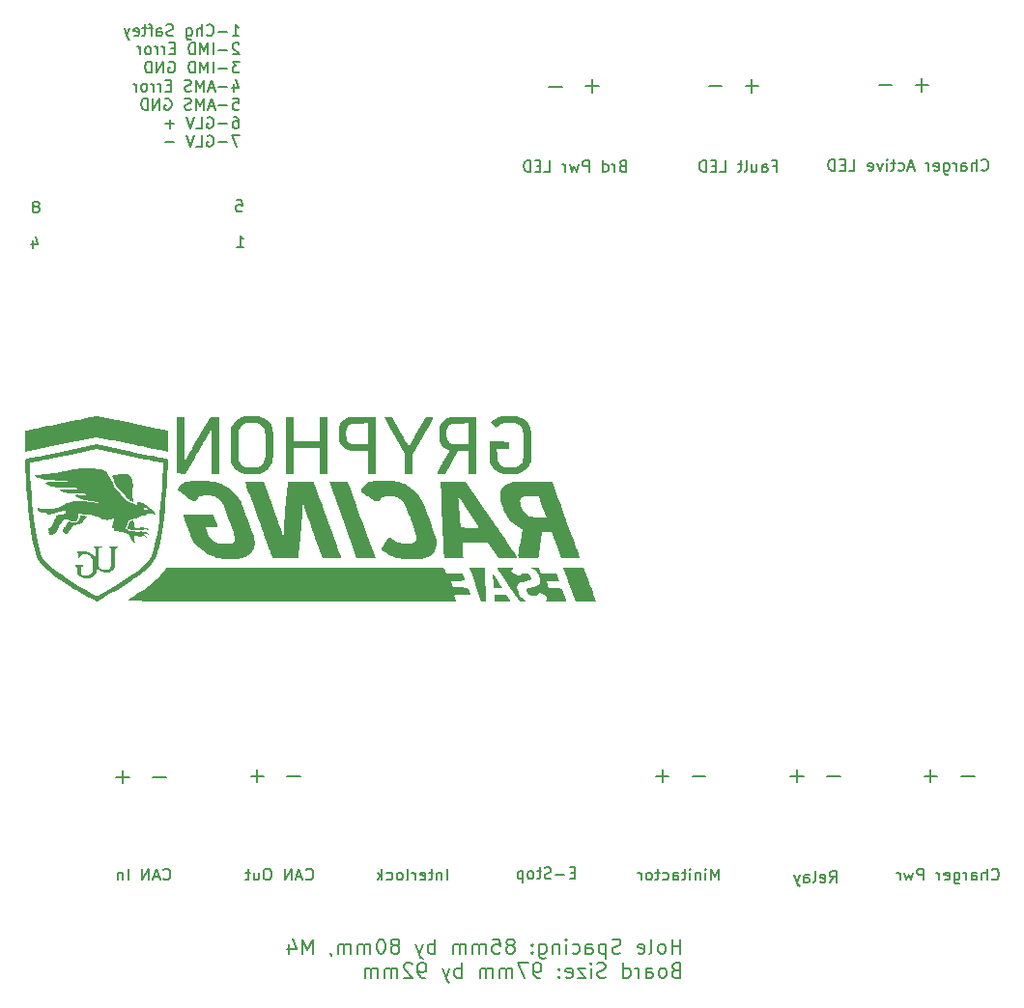
<source format=gbr>
%TF.GenerationSoftware,KiCad,Pcbnew,7.0.1*%
%TF.CreationDate,2023-11-16T22:14:46-05:00*%
%TF.ProjectId,GRC22_ShutdownChargerBoardV1,47524332-325f-4536-9875-74646f776e43,rev?*%
%TF.SameCoordinates,Original*%
%TF.FileFunction,Legend,Bot*%
%TF.FilePolarity,Positive*%
%FSLAX46Y46*%
G04 Gerber Fmt 4.6, Leading zero omitted, Abs format (unit mm)*
G04 Created by KiCad (PCBNEW 7.0.1) date 2023-11-16 22:14:46*
%MOMM*%
%LPD*%
G01*
G04 APERTURE LIST*
%ADD10C,0.150000*%
%ADD11C,0.200000*%
G04 APERTURE END LIST*
D10*
X178042857Y-52245000D02*
X176900000Y-52245000D01*
X186790476Y-121882380D02*
X186838095Y-121930000D01*
X186838095Y-121930000D02*
X186980952Y-121977619D01*
X186980952Y-121977619D02*
X187076190Y-121977619D01*
X187076190Y-121977619D02*
X187219047Y-121930000D01*
X187219047Y-121930000D02*
X187314285Y-121834761D01*
X187314285Y-121834761D02*
X187361904Y-121739523D01*
X187361904Y-121739523D02*
X187409523Y-121549047D01*
X187409523Y-121549047D02*
X187409523Y-121406190D01*
X187409523Y-121406190D02*
X187361904Y-121215714D01*
X187361904Y-121215714D02*
X187314285Y-121120476D01*
X187314285Y-121120476D02*
X187219047Y-121025238D01*
X187219047Y-121025238D02*
X187076190Y-120977619D01*
X187076190Y-120977619D02*
X186980952Y-120977619D01*
X186980952Y-120977619D02*
X186838095Y-121025238D01*
X186838095Y-121025238D02*
X186790476Y-121072857D01*
X186361904Y-121977619D02*
X186361904Y-120977619D01*
X185933333Y-121977619D02*
X185933333Y-121453809D01*
X185933333Y-121453809D02*
X185980952Y-121358571D01*
X185980952Y-121358571D02*
X186076190Y-121310952D01*
X186076190Y-121310952D02*
X186219047Y-121310952D01*
X186219047Y-121310952D02*
X186314285Y-121358571D01*
X186314285Y-121358571D02*
X186361904Y-121406190D01*
X185028571Y-121977619D02*
X185028571Y-121453809D01*
X185028571Y-121453809D02*
X185076190Y-121358571D01*
X185076190Y-121358571D02*
X185171428Y-121310952D01*
X185171428Y-121310952D02*
X185361904Y-121310952D01*
X185361904Y-121310952D02*
X185457142Y-121358571D01*
X185028571Y-121930000D02*
X185123809Y-121977619D01*
X185123809Y-121977619D02*
X185361904Y-121977619D01*
X185361904Y-121977619D02*
X185457142Y-121930000D01*
X185457142Y-121930000D02*
X185504761Y-121834761D01*
X185504761Y-121834761D02*
X185504761Y-121739523D01*
X185504761Y-121739523D02*
X185457142Y-121644285D01*
X185457142Y-121644285D02*
X185361904Y-121596666D01*
X185361904Y-121596666D02*
X185123809Y-121596666D01*
X185123809Y-121596666D02*
X185028571Y-121549047D01*
X184552380Y-121977619D02*
X184552380Y-121310952D01*
X184552380Y-121501428D02*
X184504761Y-121406190D01*
X184504761Y-121406190D02*
X184457142Y-121358571D01*
X184457142Y-121358571D02*
X184361904Y-121310952D01*
X184361904Y-121310952D02*
X184266666Y-121310952D01*
X183504761Y-121310952D02*
X183504761Y-122120476D01*
X183504761Y-122120476D02*
X183552380Y-122215714D01*
X183552380Y-122215714D02*
X183599999Y-122263333D01*
X183599999Y-122263333D02*
X183695237Y-122310952D01*
X183695237Y-122310952D02*
X183838094Y-122310952D01*
X183838094Y-122310952D02*
X183933332Y-122263333D01*
X183504761Y-121930000D02*
X183599999Y-121977619D01*
X183599999Y-121977619D02*
X183790475Y-121977619D01*
X183790475Y-121977619D02*
X183885713Y-121930000D01*
X183885713Y-121930000D02*
X183933332Y-121882380D01*
X183933332Y-121882380D02*
X183980951Y-121787142D01*
X183980951Y-121787142D02*
X183980951Y-121501428D01*
X183980951Y-121501428D02*
X183933332Y-121406190D01*
X183933332Y-121406190D02*
X183885713Y-121358571D01*
X183885713Y-121358571D02*
X183790475Y-121310952D01*
X183790475Y-121310952D02*
X183599999Y-121310952D01*
X183599999Y-121310952D02*
X183504761Y-121358571D01*
X182647618Y-121930000D02*
X182742856Y-121977619D01*
X182742856Y-121977619D02*
X182933332Y-121977619D01*
X182933332Y-121977619D02*
X183028570Y-121930000D01*
X183028570Y-121930000D02*
X183076189Y-121834761D01*
X183076189Y-121834761D02*
X183076189Y-121453809D01*
X183076189Y-121453809D02*
X183028570Y-121358571D01*
X183028570Y-121358571D02*
X182933332Y-121310952D01*
X182933332Y-121310952D02*
X182742856Y-121310952D01*
X182742856Y-121310952D02*
X182647618Y-121358571D01*
X182647618Y-121358571D02*
X182599999Y-121453809D01*
X182599999Y-121453809D02*
X182599999Y-121549047D01*
X182599999Y-121549047D02*
X183076189Y-121644285D01*
X182171427Y-121977619D02*
X182171427Y-121310952D01*
X182171427Y-121501428D02*
X182123808Y-121406190D01*
X182123808Y-121406190D02*
X182076189Y-121358571D01*
X182076189Y-121358571D02*
X181980951Y-121310952D01*
X181980951Y-121310952D02*
X181885713Y-121310952D01*
X180790474Y-121977619D02*
X180790474Y-120977619D01*
X180790474Y-120977619D02*
X180409522Y-120977619D01*
X180409522Y-120977619D02*
X180314284Y-121025238D01*
X180314284Y-121025238D02*
X180266665Y-121072857D01*
X180266665Y-121072857D02*
X180219046Y-121168095D01*
X180219046Y-121168095D02*
X180219046Y-121310952D01*
X180219046Y-121310952D02*
X180266665Y-121406190D01*
X180266665Y-121406190D02*
X180314284Y-121453809D01*
X180314284Y-121453809D02*
X180409522Y-121501428D01*
X180409522Y-121501428D02*
X180790474Y-121501428D01*
X179885712Y-121310952D02*
X179695236Y-121977619D01*
X179695236Y-121977619D02*
X179504760Y-121501428D01*
X179504760Y-121501428D02*
X179314284Y-121977619D01*
X179314284Y-121977619D02*
X179123808Y-121310952D01*
X178742855Y-121977619D02*
X178742855Y-121310952D01*
X178742855Y-121501428D02*
X178695236Y-121406190D01*
X178695236Y-121406190D02*
X178647617Y-121358571D01*
X178647617Y-121358571D02*
X178552379Y-121310952D01*
X178552379Y-121310952D02*
X178457141Y-121310952D01*
X163142857Y-52345000D02*
X162000000Y-52345000D01*
X154428571Y-59353809D02*
X154285714Y-59401428D01*
X154285714Y-59401428D02*
X154238095Y-59449047D01*
X154238095Y-59449047D02*
X154190476Y-59544285D01*
X154190476Y-59544285D02*
X154190476Y-59687142D01*
X154190476Y-59687142D02*
X154238095Y-59782380D01*
X154238095Y-59782380D02*
X154285714Y-59830000D01*
X154285714Y-59830000D02*
X154380952Y-59877619D01*
X154380952Y-59877619D02*
X154761904Y-59877619D01*
X154761904Y-59877619D02*
X154761904Y-58877619D01*
X154761904Y-58877619D02*
X154428571Y-58877619D01*
X154428571Y-58877619D02*
X154333333Y-58925238D01*
X154333333Y-58925238D02*
X154285714Y-58972857D01*
X154285714Y-58972857D02*
X154238095Y-59068095D01*
X154238095Y-59068095D02*
X154238095Y-59163333D01*
X154238095Y-59163333D02*
X154285714Y-59258571D01*
X154285714Y-59258571D02*
X154333333Y-59306190D01*
X154333333Y-59306190D02*
X154428571Y-59353809D01*
X154428571Y-59353809D02*
X154761904Y-59353809D01*
X153761904Y-59877619D02*
X153761904Y-59210952D01*
X153761904Y-59401428D02*
X153714285Y-59306190D01*
X153714285Y-59306190D02*
X153666666Y-59258571D01*
X153666666Y-59258571D02*
X153571428Y-59210952D01*
X153571428Y-59210952D02*
X153476190Y-59210952D01*
X152714285Y-59877619D02*
X152714285Y-58877619D01*
X152714285Y-59830000D02*
X152809523Y-59877619D01*
X152809523Y-59877619D02*
X152999999Y-59877619D01*
X152999999Y-59877619D02*
X153095237Y-59830000D01*
X153095237Y-59830000D02*
X153142856Y-59782380D01*
X153142856Y-59782380D02*
X153190475Y-59687142D01*
X153190475Y-59687142D02*
X153190475Y-59401428D01*
X153190475Y-59401428D02*
X153142856Y-59306190D01*
X153142856Y-59306190D02*
X153095237Y-59258571D01*
X153095237Y-59258571D02*
X152999999Y-59210952D01*
X152999999Y-59210952D02*
X152809523Y-59210952D01*
X152809523Y-59210952D02*
X152714285Y-59258571D01*
X151476189Y-59877619D02*
X151476189Y-58877619D01*
X151476189Y-58877619D02*
X151095237Y-58877619D01*
X151095237Y-58877619D02*
X150999999Y-58925238D01*
X150999999Y-58925238D02*
X150952380Y-58972857D01*
X150952380Y-58972857D02*
X150904761Y-59068095D01*
X150904761Y-59068095D02*
X150904761Y-59210952D01*
X150904761Y-59210952D02*
X150952380Y-59306190D01*
X150952380Y-59306190D02*
X150999999Y-59353809D01*
X150999999Y-59353809D02*
X151095237Y-59401428D01*
X151095237Y-59401428D02*
X151476189Y-59401428D01*
X150571427Y-59210952D02*
X150380951Y-59877619D01*
X150380951Y-59877619D02*
X150190475Y-59401428D01*
X150190475Y-59401428D02*
X149999999Y-59877619D01*
X149999999Y-59877619D02*
X149809523Y-59210952D01*
X149428570Y-59877619D02*
X149428570Y-59210952D01*
X149428570Y-59401428D02*
X149380951Y-59306190D01*
X149380951Y-59306190D02*
X149333332Y-59258571D01*
X149333332Y-59258571D02*
X149238094Y-59210952D01*
X149238094Y-59210952D02*
X149142856Y-59210952D01*
X147571427Y-59877619D02*
X148047617Y-59877619D01*
X148047617Y-59877619D02*
X148047617Y-58877619D01*
X147238093Y-59353809D02*
X146904760Y-59353809D01*
X146761903Y-59877619D02*
X147238093Y-59877619D01*
X147238093Y-59877619D02*
X147238093Y-58877619D01*
X147238093Y-58877619D02*
X146761903Y-58877619D01*
X146333331Y-59877619D02*
X146333331Y-58877619D01*
X146333331Y-58877619D02*
X146095236Y-58877619D01*
X146095236Y-58877619D02*
X145952379Y-58925238D01*
X145952379Y-58925238D02*
X145857141Y-59020476D01*
X145857141Y-59020476D02*
X145809522Y-59115714D01*
X145809522Y-59115714D02*
X145761903Y-59306190D01*
X145761903Y-59306190D02*
X145761903Y-59449047D01*
X145761903Y-59449047D02*
X145809522Y-59639523D01*
X145809522Y-59639523D02*
X145857141Y-59734761D01*
X145857141Y-59734761D02*
X145952379Y-59830000D01*
X145952379Y-59830000D02*
X146095236Y-59877619D01*
X146095236Y-59877619D02*
X146333331Y-59877619D01*
X150261904Y-121353809D02*
X149928571Y-121353809D01*
X149785714Y-121877619D02*
X150261904Y-121877619D01*
X150261904Y-121877619D02*
X150261904Y-120877619D01*
X150261904Y-120877619D02*
X149785714Y-120877619D01*
X149357142Y-121496666D02*
X148595238Y-121496666D01*
X148166666Y-121830000D02*
X148023809Y-121877619D01*
X148023809Y-121877619D02*
X147785714Y-121877619D01*
X147785714Y-121877619D02*
X147690476Y-121830000D01*
X147690476Y-121830000D02*
X147642857Y-121782380D01*
X147642857Y-121782380D02*
X147595238Y-121687142D01*
X147595238Y-121687142D02*
X147595238Y-121591904D01*
X147595238Y-121591904D02*
X147642857Y-121496666D01*
X147642857Y-121496666D02*
X147690476Y-121449047D01*
X147690476Y-121449047D02*
X147785714Y-121401428D01*
X147785714Y-121401428D02*
X147976190Y-121353809D01*
X147976190Y-121353809D02*
X148071428Y-121306190D01*
X148071428Y-121306190D02*
X148119047Y-121258571D01*
X148119047Y-121258571D02*
X148166666Y-121163333D01*
X148166666Y-121163333D02*
X148166666Y-121068095D01*
X148166666Y-121068095D02*
X148119047Y-120972857D01*
X148119047Y-120972857D02*
X148071428Y-120925238D01*
X148071428Y-120925238D02*
X147976190Y-120877619D01*
X147976190Y-120877619D02*
X147738095Y-120877619D01*
X147738095Y-120877619D02*
X147595238Y-120925238D01*
X147309523Y-121210952D02*
X146928571Y-121210952D01*
X147166666Y-120877619D02*
X147166666Y-121734761D01*
X147166666Y-121734761D02*
X147119047Y-121830000D01*
X147119047Y-121830000D02*
X147023809Y-121877619D01*
X147023809Y-121877619D02*
X146928571Y-121877619D01*
X146452380Y-121877619D02*
X146547618Y-121830000D01*
X146547618Y-121830000D02*
X146595237Y-121782380D01*
X146595237Y-121782380D02*
X146642856Y-121687142D01*
X146642856Y-121687142D02*
X146642856Y-121401428D01*
X146642856Y-121401428D02*
X146595237Y-121306190D01*
X146595237Y-121306190D02*
X146547618Y-121258571D01*
X146547618Y-121258571D02*
X146452380Y-121210952D01*
X146452380Y-121210952D02*
X146309523Y-121210952D01*
X146309523Y-121210952D02*
X146214285Y-121258571D01*
X146214285Y-121258571D02*
X146166666Y-121306190D01*
X146166666Y-121306190D02*
X146119047Y-121401428D01*
X146119047Y-121401428D02*
X146119047Y-121687142D01*
X146119047Y-121687142D02*
X146166666Y-121782380D01*
X146166666Y-121782380D02*
X146214285Y-121830000D01*
X146214285Y-121830000D02*
X146309523Y-121877619D01*
X146309523Y-121877619D02*
X146452380Y-121877619D01*
X145690475Y-121210952D02*
X145690475Y-122210952D01*
X145690475Y-121258571D02*
X145595237Y-121210952D01*
X145595237Y-121210952D02*
X145404761Y-121210952D01*
X145404761Y-121210952D02*
X145309523Y-121258571D01*
X145309523Y-121258571D02*
X145261904Y-121306190D01*
X145261904Y-121306190D02*
X145214285Y-121401428D01*
X145214285Y-121401428D02*
X145214285Y-121687142D01*
X145214285Y-121687142D02*
X145261904Y-121782380D01*
X145261904Y-121782380D02*
X145309523Y-121830000D01*
X145309523Y-121830000D02*
X145404761Y-121877619D01*
X145404761Y-121877619D02*
X145595237Y-121877619D01*
X145595237Y-121877619D02*
X145690475Y-121830000D01*
X160557142Y-112845000D02*
X161700000Y-112845000D01*
X162861904Y-121977619D02*
X162861904Y-120977619D01*
X162861904Y-120977619D02*
X162528571Y-121691904D01*
X162528571Y-121691904D02*
X162195238Y-120977619D01*
X162195238Y-120977619D02*
X162195238Y-121977619D01*
X161719047Y-121977619D02*
X161719047Y-121310952D01*
X161719047Y-120977619D02*
X161766666Y-121025238D01*
X161766666Y-121025238D02*
X161719047Y-121072857D01*
X161719047Y-121072857D02*
X161671428Y-121025238D01*
X161671428Y-121025238D02*
X161719047Y-120977619D01*
X161719047Y-120977619D02*
X161719047Y-121072857D01*
X161242857Y-121310952D02*
X161242857Y-121977619D01*
X161242857Y-121406190D02*
X161195238Y-121358571D01*
X161195238Y-121358571D02*
X161100000Y-121310952D01*
X161100000Y-121310952D02*
X160957143Y-121310952D01*
X160957143Y-121310952D02*
X160861905Y-121358571D01*
X160861905Y-121358571D02*
X160814286Y-121453809D01*
X160814286Y-121453809D02*
X160814286Y-121977619D01*
X160338095Y-121977619D02*
X160338095Y-121310952D01*
X160338095Y-120977619D02*
X160385714Y-121025238D01*
X160385714Y-121025238D02*
X160338095Y-121072857D01*
X160338095Y-121072857D02*
X160290476Y-121025238D01*
X160290476Y-121025238D02*
X160338095Y-120977619D01*
X160338095Y-120977619D02*
X160338095Y-121072857D01*
X160004762Y-121310952D02*
X159623810Y-121310952D01*
X159861905Y-120977619D02*
X159861905Y-121834761D01*
X159861905Y-121834761D02*
X159814286Y-121930000D01*
X159814286Y-121930000D02*
X159719048Y-121977619D01*
X159719048Y-121977619D02*
X159623810Y-121977619D01*
X158861905Y-121977619D02*
X158861905Y-121453809D01*
X158861905Y-121453809D02*
X158909524Y-121358571D01*
X158909524Y-121358571D02*
X159004762Y-121310952D01*
X159004762Y-121310952D02*
X159195238Y-121310952D01*
X159195238Y-121310952D02*
X159290476Y-121358571D01*
X158861905Y-121930000D02*
X158957143Y-121977619D01*
X158957143Y-121977619D02*
X159195238Y-121977619D01*
X159195238Y-121977619D02*
X159290476Y-121930000D01*
X159290476Y-121930000D02*
X159338095Y-121834761D01*
X159338095Y-121834761D02*
X159338095Y-121739523D01*
X159338095Y-121739523D02*
X159290476Y-121644285D01*
X159290476Y-121644285D02*
X159195238Y-121596666D01*
X159195238Y-121596666D02*
X158957143Y-121596666D01*
X158957143Y-121596666D02*
X158861905Y-121549047D01*
X157957143Y-121930000D02*
X158052381Y-121977619D01*
X158052381Y-121977619D02*
X158242857Y-121977619D01*
X158242857Y-121977619D02*
X158338095Y-121930000D01*
X158338095Y-121930000D02*
X158385714Y-121882380D01*
X158385714Y-121882380D02*
X158433333Y-121787142D01*
X158433333Y-121787142D02*
X158433333Y-121501428D01*
X158433333Y-121501428D02*
X158385714Y-121406190D01*
X158385714Y-121406190D02*
X158338095Y-121358571D01*
X158338095Y-121358571D02*
X158242857Y-121310952D01*
X158242857Y-121310952D02*
X158052381Y-121310952D01*
X158052381Y-121310952D02*
X157957143Y-121358571D01*
X157671428Y-121310952D02*
X157290476Y-121310952D01*
X157528571Y-120977619D02*
X157528571Y-121834761D01*
X157528571Y-121834761D02*
X157480952Y-121930000D01*
X157480952Y-121930000D02*
X157385714Y-121977619D01*
X157385714Y-121977619D02*
X157290476Y-121977619D01*
X156814285Y-121977619D02*
X156909523Y-121930000D01*
X156909523Y-121930000D02*
X156957142Y-121882380D01*
X156957142Y-121882380D02*
X157004761Y-121787142D01*
X157004761Y-121787142D02*
X157004761Y-121501428D01*
X157004761Y-121501428D02*
X156957142Y-121406190D01*
X156957142Y-121406190D02*
X156909523Y-121358571D01*
X156909523Y-121358571D02*
X156814285Y-121310952D01*
X156814285Y-121310952D02*
X156671428Y-121310952D01*
X156671428Y-121310952D02*
X156576190Y-121358571D01*
X156576190Y-121358571D02*
X156528571Y-121406190D01*
X156528571Y-121406190D02*
X156480952Y-121501428D01*
X156480952Y-121501428D02*
X156480952Y-121787142D01*
X156480952Y-121787142D02*
X156528571Y-121882380D01*
X156528571Y-121882380D02*
X156576190Y-121930000D01*
X156576190Y-121930000D02*
X156671428Y-121977619D01*
X156671428Y-121977619D02*
X156814285Y-121977619D01*
X156052380Y-121977619D02*
X156052380Y-121310952D01*
X156052380Y-121501428D02*
X156004761Y-121406190D01*
X156004761Y-121406190D02*
X155957142Y-121358571D01*
X155957142Y-121358571D02*
X155861904Y-121310952D01*
X155861904Y-121310952D02*
X155766666Y-121310952D01*
X139061904Y-121977619D02*
X139061904Y-120977619D01*
X138585714Y-121310952D02*
X138585714Y-121977619D01*
X138585714Y-121406190D02*
X138538095Y-121358571D01*
X138538095Y-121358571D02*
X138442857Y-121310952D01*
X138442857Y-121310952D02*
X138300000Y-121310952D01*
X138300000Y-121310952D02*
X138204762Y-121358571D01*
X138204762Y-121358571D02*
X138157143Y-121453809D01*
X138157143Y-121453809D02*
X138157143Y-121977619D01*
X137823809Y-121310952D02*
X137442857Y-121310952D01*
X137680952Y-120977619D02*
X137680952Y-121834761D01*
X137680952Y-121834761D02*
X137633333Y-121930000D01*
X137633333Y-121930000D02*
X137538095Y-121977619D01*
X137538095Y-121977619D02*
X137442857Y-121977619D01*
X136728571Y-121930000D02*
X136823809Y-121977619D01*
X136823809Y-121977619D02*
X137014285Y-121977619D01*
X137014285Y-121977619D02*
X137109523Y-121930000D01*
X137109523Y-121930000D02*
X137157142Y-121834761D01*
X137157142Y-121834761D02*
X137157142Y-121453809D01*
X137157142Y-121453809D02*
X137109523Y-121358571D01*
X137109523Y-121358571D02*
X137014285Y-121310952D01*
X137014285Y-121310952D02*
X136823809Y-121310952D01*
X136823809Y-121310952D02*
X136728571Y-121358571D01*
X136728571Y-121358571D02*
X136680952Y-121453809D01*
X136680952Y-121453809D02*
X136680952Y-121549047D01*
X136680952Y-121549047D02*
X137157142Y-121644285D01*
X136252380Y-121977619D02*
X136252380Y-121310952D01*
X136252380Y-121501428D02*
X136204761Y-121406190D01*
X136204761Y-121406190D02*
X136157142Y-121358571D01*
X136157142Y-121358571D02*
X136061904Y-121310952D01*
X136061904Y-121310952D02*
X135966666Y-121310952D01*
X135490475Y-121977619D02*
X135585713Y-121930000D01*
X135585713Y-121930000D02*
X135633332Y-121834761D01*
X135633332Y-121834761D02*
X135633332Y-120977619D01*
X134966665Y-121977619D02*
X135061903Y-121930000D01*
X135061903Y-121930000D02*
X135109522Y-121882380D01*
X135109522Y-121882380D02*
X135157141Y-121787142D01*
X135157141Y-121787142D02*
X135157141Y-121501428D01*
X135157141Y-121501428D02*
X135109522Y-121406190D01*
X135109522Y-121406190D02*
X135061903Y-121358571D01*
X135061903Y-121358571D02*
X134966665Y-121310952D01*
X134966665Y-121310952D02*
X134823808Y-121310952D01*
X134823808Y-121310952D02*
X134728570Y-121358571D01*
X134728570Y-121358571D02*
X134680951Y-121406190D01*
X134680951Y-121406190D02*
X134633332Y-121501428D01*
X134633332Y-121501428D02*
X134633332Y-121787142D01*
X134633332Y-121787142D02*
X134680951Y-121882380D01*
X134680951Y-121882380D02*
X134728570Y-121930000D01*
X134728570Y-121930000D02*
X134823808Y-121977619D01*
X134823808Y-121977619D02*
X134966665Y-121977619D01*
X133776189Y-121930000D02*
X133871427Y-121977619D01*
X133871427Y-121977619D02*
X134061903Y-121977619D01*
X134061903Y-121977619D02*
X134157141Y-121930000D01*
X134157141Y-121930000D02*
X134204760Y-121882380D01*
X134204760Y-121882380D02*
X134252379Y-121787142D01*
X134252379Y-121787142D02*
X134252379Y-121501428D01*
X134252379Y-121501428D02*
X134204760Y-121406190D01*
X134204760Y-121406190D02*
X134157141Y-121358571D01*
X134157141Y-121358571D02*
X134061903Y-121310952D01*
X134061903Y-121310952D02*
X133871427Y-121310952D01*
X133871427Y-121310952D02*
X133776189Y-121358571D01*
X133347617Y-121977619D02*
X133347617Y-120977619D01*
X133252379Y-121596666D02*
X132966665Y-121977619D01*
X132966665Y-121310952D02*
X133347617Y-121691904D01*
X120585714Y-62377619D02*
X121061904Y-62377619D01*
X121061904Y-62377619D02*
X121109523Y-62853809D01*
X121109523Y-62853809D02*
X121061904Y-62806190D01*
X121061904Y-62806190D02*
X120966666Y-62758571D01*
X120966666Y-62758571D02*
X120728571Y-62758571D01*
X120728571Y-62758571D02*
X120633333Y-62806190D01*
X120633333Y-62806190D02*
X120585714Y-62853809D01*
X120585714Y-62853809D02*
X120538095Y-62949047D01*
X120538095Y-62949047D02*
X120538095Y-63187142D01*
X120538095Y-63187142D02*
X120585714Y-63282380D01*
X120585714Y-63282380D02*
X120633333Y-63330000D01*
X120633333Y-63330000D02*
X120728571Y-63377619D01*
X120728571Y-63377619D02*
X120966666Y-63377619D01*
X120966666Y-63377619D02*
X121061904Y-63330000D01*
X121061904Y-63330000D02*
X121109523Y-63282380D01*
X167628571Y-59353809D02*
X167961904Y-59353809D01*
X167961904Y-59877619D02*
X167961904Y-58877619D01*
X167961904Y-58877619D02*
X167485714Y-58877619D01*
X166676190Y-59877619D02*
X166676190Y-59353809D01*
X166676190Y-59353809D02*
X166723809Y-59258571D01*
X166723809Y-59258571D02*
X166819047Y-59210952D01*
X166819047Y-59210952D02*
X167009523Y-59210952D01*
X167009523Y-59210952D02*
X167104761Y-59258571D01*
X166676190Y-59830000D02*
X166771428Y-59877619D01*
X166771428Y-59877619D02*
X167009523Y-59877619D01*
X167009523Y-59877619D02*
X167104761Y-59830000D01*
X167104761Y-59830000D02*
X167152380Y-59734761D01*
X167152380Y-59734761D02*
X167152380Y-59639523D01*
X167152380Y-59639523D02*
X167104761Y-59544285D01*
X167104761Y-59544285D02*
X167009523Y-59496666D01*
X167009523Y-59496666D02*
X166771428Y-59496666D01*
X166771428Y-59496666D02*
X166676190Y-59449047D01*
X165771428Y-59210952D02*
X165771428Y-59877619D01*
X166199999Y-59210952D02*
X166199999Y-59734761D01*
X166199999Y-59734761D02*
X166152380Y-59830000D01*
X166152380Y-59830000D02*
X166057142Y-59877619D01*
X166057142Y-59877619D02*
X165914285Y-59877619D01*
X165914285Y-59877619D02*
X165819047Y-59830000D01*
X165819047Y-59830000D02*
X165771428Y-59782380D01*
X165152380Y-59877619D02*
X165247618Y-59830000D01*
X165247618Y-59830000D02*
X165295237Y-59734761D01*
X165295237Y-59734761D02*
X165295237Y-58877619D01*
X164914284Y-59210952D02*
X164533332Y-59210952D01*
X164771427Y-58877619D02*
X164771427Y-59734761D01*
X164771427Y-59734761D02*
X164723808Y-59830000D01*
X164723808Y-59830000D02*
X164628570Y-59877619D01*
X164628570Y-59877619D02*
X164533332Y-59877619D01*
X162961903Y-59877619D02*
X163438093Y-59877619D01*
X163438093Y-59877619D02*
X163438093Y-58877619D01*
X162628569Y-59353809D02*
X162295236Y-59353809D01*
X162152379Y-59877619D02*
X162628569Y-59877619D01*
X162628569Y-59877619D02*
X162628569Y-58877619D01*
X162628569Y-58877619D02*
X162152379Y-58877619D01*
X161723807Y-59877619D02*
X161723807Y-58877619D01*
X161723807Y-58877619D02*
X161485712Y-58877619D01*
X161485712Y-58877619D02*
X161342855Y-58925238D01*
X161342855Y-58925238D02*
X161247617Y-59020476D01*
X161247617Y-59020476D02*
X161199998Y-59115714D01*
X161199998Y-59115714D02*
X161152379Y-59306190D01*
X161152379Y-59306190D02*
X161152379Y-59449047D01*
X161152379Y-59449047D02*
X161199998Y-59639523D01*
X161199998Y-59639523D02*
X161247617Y-59734761D01*
X161247617Y-59734761D02*
X161342855Y-59830000D01*
X161342855Y-59830000D02*
X161485712Y-59877619D01*
X161485712Y-59877619D02*
X161723807Y-59877619D01*
D11*
X159515476Y-128459904D02*
X159515476Y-127159904D01*
X159515476Y-127778952D02*
X158772619Y-127778952D01*
X158772619Y-128459904D02*
X158772619Y-127159904D01*
X157967856Y-128459904D02*
X158091666Y-128398000D01*
X158091666Y-128398000D02*
X158153571Y-128336095D01*
X158153571Y-128336095D02*
X158215475Y-128212285D01*
X158215475Y-128212285D02*
X158215475Y-127840857D01*
X158215475Y-127840857D02*
X158153571Y-127717047D01*
X158153571Y-127717047D02*
X158091666Y-127655142D01*
X158091666Y-127655142D02*
X157967856Y-127593238D01*
X157967856Y-127593238D02*
X157782142Y-127593238D01*
X157782142Y-127593238D02*
X157658333Y-127655142D01*
X157658333Y-127655142D02*
X157596428Y-127717047D01*
X157596428Y-127717047D02*
X157534523Y-127840857D01*
X157534523Y-127840857D02*
X157534523Y-128212285D01*
X157534523Y-128212285D02*
X157596428Y-128336095D01*
X157596428Y-128336095D02*
X157658333Y-128398000D01*
X157658333Y-128398000D02*
X157782142Y-128459904D01*
X157782142Y-128459904D02*
X157967856Y-128459904D01*
X156791666Y-128459904D02*
X156915476Y-128398000D01*
X156915476Y-128398000D02*
X156977381Y-128274190D01*
X156977381Y-128274190D02*
X156977381Y-127159904D01*
X155801191Y-128398000D02*
X155925000Y-128459904D01*
X155925000Y-128459904D02*
X156172619Y-128459904D01*
X156172619Y-128459904D02*
X156296429Y-128398000D01*
X156296429Y-128398000D02*
X156358333Y-128274190D01*
X156358333Y-128274190D02*
X156358333Y-127778952D01*
X156358333Y-127778952D02*
X156296429Y-127655142D01*
X156296429Y-127655142D02*
X156172619Y-127593238D01*
X156172619Y-127593238D02*
X155925000Y-127593238D01*
X155925000Y-127593238D02*
X155801191Y-127655142D01*
X155801191Y-127655142D02*
X155739286Y-127778952D01*
X155739286Y-127778952D02*
X155739286Y-127902761D01*
X155739286Y-127902761D02*
X156358333Y-128026571D01*
X154253571Y-128398000D02*
X154067857Y-128459904D01*
X154067857Y-128459904D02*
X153758333Y-128459904D01*
X153758333Y-128459904D02*
X153634524Y-128398000D01*
X153634524Y-128398000D02*
X153572619Y-128336095D01*
X153572619Y-128336095D02*
X153510714Y-128212285D01*
X153510714Y-128212285D02*
X153510714Y-128088476D01*
X153510714Y-128088476D02*
X153572619Y-127964666D01*
X153572619Y-127964666D02*
X153634524Y-127902761D01*
X153634524Y-127902761D02*
X153758333Y-127840857D01*
X153758333Y-127840857D02*
X154005952Y-127778952D01*
X154005952Y-127778952D02*
X154129762Y-127717047D01*
X154129762Y-127717047D02*
X154191667Y-127655142D01*
X154191667Y-127655142D02*
X154253571Y-127531333D01*
X154253571Y-127531333D02*
X154253571Y-127407523D01*
X154253571Y-127407523D02*
X154191667Y-127283714D01*
X154191667Y-127283714D02*
X154129762Y-127221809D01*
X154129762Y-127221809D02*
X154005952Y-127159904D01*
X154005952Y-127159904D02*
X153696429Y-127159904D01*
X153696429Y-127159904D02*
X153510714Y-127221809D01*
X152953572Y-127593238D02*
X152953572Y-128893238D01*
X152953572Y-127655142D02*
X152829762Y-127593238D01*
X152829762Y-127593238D02*
X152582143Y-127593238D01*
X152582143Y-127593238D02*
X152458334Y-127655142D01*
X152458334Y-127655142D02*
X152396429Y-127717047D01*
X152396429Y-127717047D02*
X152334524Y-127840857D01*
X152334524Y-127840857D02*
X152334524Y-128212285D01*
X152334524Y-128212285D02*
X152396429Y-128336095D01*
X152396429Y-128336095D02*
X152458334Y-128398000D01*
X152458334Y-128398000D02*
X152582143Y-128459904D01*
X152582143Y-128459904D02*
X152829762Y-128459904D01*
X152829762Y-128459904D02*
X152953572Y-128398000D01*
X151220239Y-128459904D02*
X151220239Y-127778952D01*
X151220239Y-127778952D02*
X151282144Y-127655142D01*
X151282144Y-127655142D02*
X151405953Y-127593238D01*
X151405953Y-127593238D02*
X151653572Y-127593238D01*
X151653572Y-127593238D02*
X151777382Y-127655142D01*
X151220239Y-128398000D02*
X151344048Y-128459904D01*
X151344048Y-128459904D02*
X151653572Y-128459904D01*
X151653572Y-128459904D02*
X151777382Y-128398000D01*
X151777382Y-128398000D02*
X151839286Y-128274190D01*
X151839286Y-128274190D02*
X151839286Y-128150380D01*
X151839286Y-128150380D02*
X151777382Y-128026571D01*
X151777382Y-128026571D02*
X151653572Y-127964666D01*
X151653572Y-127964666D02*
X151344048Y-127964666D01*
X151344048Y-127964666D02*
X151220239Y-127902761D01*
X150044049Y-128398000D02*
X150167858Y-128459904D01*
X150167858Y-128459904D02*
X150415477Y-128459904D01*
X150415477Y-128459904D02*
X150539287Y-128398000D01*
X150539287Y-128398000D02*
X150601192Y-128336095D01*
X150601192Y-128336095D02*
X150663096Y-128212285D01*
X150663096Y-128212285D02*
X150663096Y-127840857D01*
X150663096Y-127840857D02*
X150601192Y-127717047D01*
X150601192Y-127717047D02*
X150539287Y-127655142D01*
X150539287Y-127655142D02*
X150415477Y-127593238D01*
X150415477Y-127593238D02*
X150167858Y-127593238D01*
X150167858Y-127593238D02*
X150044049Y-127655142D01*
X149486906Y-128459904D02*
X149486906Y-127593238D01*
X149486906Y-127159904D02*
X149548810Y-127221809D01*
X149548810Y-127221809D02*
X149486906Y-127283714D01*
X149486906Y-127283714D02*
X149425001Y-127221809D01*
X149425001Y-127221809D02*
X149486906Y-127159904D01*
X149486906Y-127159904D02*
X149486906Y-127283714D01*
X148867858Y-127593238D02*
X148867858Y-128459904D01*
X148867858Y-127717047D02*
X148805953Y-127655142D01*
X148805953Y-127655142D02*
X148682143Y-127593238D01*
X148682143Y-127593238D02*
X148496429Y-127593238D01*
X148496429Y-127593238D02*
X148372620Y-127655142D01*
X148372620Y-127655142D02*
X148310715Y-127778952D01*
X148310715Y-127778952D02*
X148310715Y-128459904D01*
X147134525Y-127593238D02*
X147134525Y-128645619D01*
X147134525Y-128645619D02*
X147196430Y-128769428D01*
X147196430Y-128769428D02*
X147258334Y-128831333D01*
X147258334Y-128831333D02*
X147382144Y-128893238D01*
X147382144Y-128893238D02*
X147567858Y-128893238D01*
X147567858Y-128893238D02*
X147691668Y-128831333D01*
X147134525Y-128398000D02*
X147258334Y-128459904D01*
X147258334Y-128459904D02*
X147505953Y-128459904D01*
X147505953Y-128459904D02*
X147629763Y-128398000D01*
X147629763Y-128398000D02*
X147691668Y-128336095D01*
X147691668Y-128336095D02*
X147753572Y-128212285D01*
X147753572Y-128212285D02*
X147753572Y-127840857D01*
X147753572Y-127840857D02*
X147691668Y-127717047D01*
X147691668Y-127717047D02*
X147629763Y-127655142D01*
X147629763Y-127655142D02*
X147505953Y-127593238D01*
X147505953Y-127593238D02*
X147258334Y-127593238D01*
X147258334Y-127593238D02*
X147134525Y-127655142D01*
X146515478Y-128336095D02*
X146453573Y-128398000D01*
X146453573Y-128398000D02*
X146515478Y-128459904D01*
X146515478Y-128459904D02*
X146577382Y-128398000D01*
X146577382Y-128398000D02*
X146515478Y-128336095D01*
X146515478Y-128336095D02*
X146515478Y-128459904D01*
X146515478Y-127655142D02*
X146453573Y-127717047D01*
X146453573Y-127717047D02*
X146515478Y-127778952D01*
X146515478Y-127778952D02*
X146577382Y-127717047D01*
X146577382Y-127717047D02*
X146515478Y-127655142D01*
X146515478Y-127655142D02*
X146515478Y-127778952D01*
X144720239Y-127717047D02*
X144844049Y-127655142D01*
X144844049Y-127655142D02*
X144905954Y-127593238D01*
X144905954Y-127593238D02*
X144967858Y-127469428D01*
X144967858Y-127469428D02*
X144967858Y-127407523D01*
X144967858Y-127407523D02*
X144905954Y-127283714D01*
X144905954Y-127283714D02*
X144844049Y-127221809D01*
X144844049Y-127221809D02*
X144720239Y-127159904D01*
X144720239Y-127159904D02*
X144472620Y-127159904D01*
X144472620Y-127159904D02*
X144348811Y-127221809D01*
X144348811Y-127221809D02*
X144286906Y-127283714D01*
X144286906Y-127283714D02*
X144225001Y-127407523D01*
X144225001Y-127407523D02*
X144225001Y-127469428D01*
X144225001Y-127469428D02*
X144286906Y-127593238D01*
X144286906Y-127593238D02*
X144348811Y-127655142D01*
X144348811Y-127655142D02*
X144472620Y-127717047D01*
X144472620Y-127717047D02*
X144720239Y-127717047D01*
X144720239Y-127717047D02*
X144844049Y-127778952D01*
X144844049Y-127778952D02*
X144905954Y-127840857D01*
X144905954Y-127840857D02*
X144967858Y-127964666D01*
X144967858Y-127964666D02*
X144967858Y-128212285D01*
X144967858Y-128212285D02*
X144905954Y-128336095D01*
X144905954Y-128336095D02*
X144844049Y-128398000D01*
X144844049Y-128398000D02*
X144720239Y-128459904D01*
X144720239Y-128459904D02*
X144472620Y-128459904D01*
X144472620Y-128459904D02*
X144348811Y-128398000D01*
X144348811Y-128398000D02*
X144286906Y-128336095D01*
X144286906Y-128336095D02*
X144225001Y-128212285D01*
X144225001Y-128212285D02*
X144225001Y-127964666D01*
X144225001Y-127964666D02*
X144286906Y-127840857D01*
X144286906Y-127840857D02*
X144348811Y-127778952D01*
X144348811Y-127778952D02*
X144472620Y-127717047D01*
X143048811Y-127159904D02*
X143667859Y-127159904D01*
X143667859Y-127159904D02*
X143729763Y-127778952D01*
X143729763Y-127778952D02*
X143667859Y-127717047D01*
X143667859Y-127717047D02*
X143544049Y-127655142D01*
X143544049Y-127655142D02*
X143234525Y-127655142D01*
X143234525Y-127655142D02*
X143110716Y-127717047D01*
X143110716Y-127717047D02*
X143048811Y-127778952D01*
X143048811Y-127778952D02*
X142986906Y-127902761D01*
X142986906Y-127902761D02*
X142986906Y-128212285D01*
X142986906Y-128212285D02*
X143048811Y-128336095D01*
X143048811Y-128336095D02*
X143110716Y-128398000D01*
X143110716Y-128398000D02*
X143234525Y-128459904D01*
X143234525Y-128459904D02*
X143544049Y-128459904D01*
X143544049Y-128459904D02*
X143667859Y-128398000D01*
X143667859Y-128398000D02*
X143729763Y-128336095D01*
X142429764Y-128459904D02*
X142429764Y-127593238D01*
X142429764Y-127717047D02*
X142367859Y-127655142D01*
X142367859Y-127655142D02*
X142244049Y-127593238D01*
X142244049Y-127593238D02*
X142058335Y-127593238D01*
X142058335Y-127593238D02*
X141934526Y-127655142D01*
X141934526Y-127655142D02*
X141872621Y-127778952D01*
X141872621Y-127778952D02*
X141872621Y-128459904D01*
X141872621Y-127778952D02*
X141810716Y-127655142D01*
X141810716Y-127655142D02*
X141686907Y-127593238D01*
X141686907Y-127593238D02*
X141501192Y-127593238D01*
X141501192Y-127593238D02*
X141377383Y-127655142D01*
X141377383Y-127655142D02*
X141315478Y-127778952D01*
X141315478Y-127778952D02*
X141315478Y-128459904D01*
X140696431Y-128459904D02*
X140696431Y-127593238D01*
X140696431Y-127717047D02*
X140634526Y-127655142D01*
X140634526Y-127655142D02*
X140510716Y-127593238D01*
X140510716Y-127593238D02*
X140325002Y-127593238D01*
X140325002Y-127593238D02*
X140201193Y-127655142D01*
X140201193Y-127655142D02*
X140139288Y-127778952D01*
X140139288Y-127778952D02*
X140139288Y-128459904D01*
X140139288Y-127778952D02*
X140077383Y-127655142D01*
X140077383Y-127655142D02*
X139953574Y-127593238D01*
X139953574Y-127593238D02*
X139767859Y-127593238D01*
X139767859Y-127593238D02*
X139644050Y-127655142D01*
X139644050Y-127655142D02*
X139582145Y-127778952D01*
X139582145Y-127778952D02*
X139582145Y-128459904D01*
X137972622Y-128459904D02*
X137972622Y-127159904D01*
X137972622Y-127655142D02*
X137848812Y-127593238D01*
X137848812Y-127593238D02*
X137601193Y-127593238D01*
X137601193Y-127593238D02*
X137477384Y-127655142D01*
X137477384Y-127655142D02*
X137415479Y-127717047D01*
X137415479Y-127717047D02*
X137353574Y-127840857D01*
X137353574Y-127840857D02*
X137353574Y-128212285D01*
X137353574Y-128212285D02*
X137415479Y-128336095D01*
X137415479Y-128336095D02*
X137477384Y-128398000D01*
X137477384Y-128398000D02*
X137601193Y-128459904D01*
X137601193Y-128459904D02*
X137848812Y-128459904D01*
X137848812Y-128459904D02*
X137972622Y-128398000D01*
X136920241Y-127593238D02*
X136610717Y-128459904D01*
X136301194Y-127593238D02*
X136610717Y-128459904D01*
X136610717Y-128459904D02*
X136734527Y-128769428D01*
X136734527Y-128769428D02*
X136796432Y-128831333D01*
X136796432Y-128831333D02*
X136920241Y-128893238D01*
X134629765Y-127717047D02*
X134753575Y-127655142D01*
X134753575Y-127655142D02*
X134815480Y-127593238D01*
X134815480Y-127593238D02*
X134877384Y-127469428D01*
X134877384Y-127469428D02*
X134877384Y-127407523D01*
X134877384Y-127407523D02*
X134815480Y-127283714D01*
X134815480Y-127283714D02*
X134753575Y-127221809D01*
X134753575Y-127221809D02*
X134629765Y-127159904D01*
X134629765Y-127159904D02*
X134382146Y-127159904D01*
X134382146Y-127159904D02*
X134258337Y-127221809D01*
X134258337Y-127221809D02*
X134196432Y-127283714D01*
X134196432Y-127283714D02*
X134134527Y-127407523D01*
X134134527Y-127407523D02*
X134134527Y-127469428D01*
X134134527Y-127469428D02*
X134196432Y-127593238D01*
X134196432Y-127593238D02*
X134258337Y-127655142D01*
X134258337Y-127655142D02*
X134382146Y-127717047D01*
X134382146Y-127717047D02*
X134629765Y-127717047D01*
X134629765Y-127717047D02*
X134753575Y-127778952D01*
X134753575Y-127778952D02*
X134815480Y-127840857D01*
X134815480Y-127840857D02*
X134877384Y-127964666D01*
X134877384Y-127964666D02*
X134877384Y-128212285D01*
X134877384Y-128212285D02*
X134815480Y-128336095D01*
X134815480Y-128336095D02*
X134753575Y-128398000D01*
X134753575Y-128398000D02*
X134629765Y-128459904D01*
X134629765Y-128459904D02*
X134382146Y-128459904D01*
X134382146Y-128459904D02*
X134258337Y-128398000D01*
X134258337Y-128398000D02*
X134196432Y-128336095D01*
X134196432Y-128336095D02*
X134134527Y-128212285D01*
X134134527Y-128212285D02*
X134134527Y-127964666D01*
X134134527Y-127964666D02*
X134196432Y-127840857D01*
X134196432Y-127840857D02*
X134258337Y-127778952D01*
X134258337Y-127778952D02*
X134382146Y-127717047D01*
X133329766Y-127159904D02*
X133205956Y-127159904D01*
X133205956Y-127159904D02*
X133082147Y-127221809D01*
X133082147Y-127221809D02*
X133020242Y-127283714D01*
X133020242Y-127283714D02*
X132958337Y-127407523D01*
X132958337Y-127407523D02*
X132896432Y-127655142D01*
X132896432Y-127655142D02*
X132896432Y-127964666D01*
X132896432Y-127964666D02*
X132958337Y-128212285D01*
X132958337Y-128212285D02*
X133020242Y-128336095D01*
X133020242Y-128336095D02*
X133082147Y-128398000D01*
X133082147Y-128398000D02*
X133205956Y-128459904D01*
X133205956Y-128459904D02*
X133329766Y-128459904D01*
X133329766Y-128459904D02*
X133453575Y-128398000D01*
X133453575Y-128398000D02*
X133515480Y-128336095D01*
X133515480Y-128336095D02*
X133577385Y-128212285D01*
X133577385Y-128212285D02*
X133639289Y-127964666D01*
X133639289Y-127964666D02*
X133639289Y-127655142D01*
X133639289Y-127655142D02*
X133577385Y-127407523D01*
X133577385Y-127407523D02*
X133515480Y-127283714D01*
X133515480Y-127283714D02*
X133453575Y-127221809D01*
X133453575Y-127221809D02*
X133329766Y-127159904D01*
X132339290Y-128459904D02*
X132339290Y-127593238D01*
X132339290Y-127717047D02*
X132277385Y-127655142D01*
X132277385Y-127655142D02*
X132153575Y-127593238D01*
X132153575Y-127593238D02*
X131967861Y-127593238D01*
X131967861Y-127593238D02*
X131844052Y-127655142D01*
X131844052Y-127655142D02*
X131782147Y-127778952D01*
X131782147Y-127778952D02*
X131782147Y-128459904D01*
X131782147Y-127778952D02*
X131720242Y-127655142D01*
X131720242Y-127655142D02*
X131596433Y-127593238D01*
X131596433Y-127593238D02*
X131410718Y-127593238D01*
X131410718Y-127593238D02*
X131286909Y-127655142D01*
X131286909Y-127655142D02*
X131225004Y-127778952D01*
X131225004Y-127778952D02*
X131225004Y-128459904D01*
X130605957Y-128459904D02*
X130605957Y-127593238D01*
X130605957Y-127717047D02*
X130544052Y-127655142D01*
X130544052Y-127655142D02*
X130420242Y-127593238D01*
X130420242Y-127593238D02*
X130234528Y-127593238D01*
X130234528Y-127593238D02*
X130110719Y-127655142D01*
X130110719Y-127655142D02*
X130048814Y-127778952D01*
X130048814Y-127778952D02*
X130048814Y-128459904D01*
X130048814Y-127778952D02*
X129986909Y-127655142D01*
X129986909Y-127655142D02*
X129863100Y-127593238D01*
X129863100Y-127593238D02*
X129677385Y-127593238D01*
X129677385Y-127593238D02*
X129553576Y-127655142D01*
X129553576Y-127655142D02*
X129491671Y-127778952D01*
X129491671Y-127778952D02*
X129491671Y-128459904D01*
X128810719Y-128398000D02*
X128810719Y-128459904D01*
X128810719Y-128459904D02*
X128872624Y-128583714D01*
X128872624Y-128583714D02*
X128934528Y-128645619D01*
X127263100Y-128459904D02*
X127263100Y-127159904D01*
X127263100Y-127159904D02*
X126829766Y-128088476D01*
X126829766Y-128088476D02*
X126396433Y-127159904D01*
X126396433Y-127159904D02*
X126396433Y-128459904D01*
X125220243Y-127593238D02*
X125220243Y-128459904D01*
X125529767Y-127098000D02*
X125839290Y-128026571D01*
X125839290Y-128026571D02*
X125034529Y-128026571D01*
X159082142Y-129884952D02*
X158896428Y-129946857D01*
X158896428Y-129946857D02*
X158834523Y-130008761D01*
X158834523Y-130008761D02*
X158772619Y-130132571D01*
X158772619Y-130132571D02*
X158772619Y-130318285D01*
X158772619Y-130318285D02*
X158834523Y-130442095D01*
X158834523Y-130442095D02*
X158896428Y-130504000D01*
X158896428Y-130504000D02*
X159020238Y-130565904D01*
X159020238Y-130565904D02*
X159515476Y-130565904D01*
X159515476Y-130565904D02*
X159515476Y-129265904D01*
X159515476Y-129265904D02*
X159082142Y-129265904D01*
X159082142Y-129265904D02*
X158958333Y-129327809D01*
X158958333Y-129327809D02*
X158896428Y-129389714D01*
X158896428Y-129389714D02*
X158834523Y-129513523D01*
X158834523Y-129513523D02*
X158834523Y-129637333D01*
X158834523Y-129637333D02*
X158896428Y-129761142D01*
X158896428Y-129761142D02*
X158958333Y-129823047D01*
X158958333Y-129823047D02*
X159082142Y-129884952D01*
X159082142Y-129884952D02*
X159515476Y-129884952D01*
X158029761Y-130565904D02*
X158153571Y-130504000D01*
X158153571Y-130504000D02*
X158215476Y-130442095D01*
X158215476Y-130442095D02*
X158277380Y-130318285D01*
X158277380Y-130318285D02*
X158277380Y-129946857D01*
X158277380Y-129946857D02*
X158215476Y-129823047D01*
X158215476Y-129823047D02*
X158153571Y-129761142D01*
X158153571Y-129761142D02*
X158029761Y-129699238D01*
X158029761Y-129699238D02*
X157844047Y-129699238D01*
X157844047Y-129699238D02*
X157720238Y-129761142D01*
X157720238Y-129761142D02*
X157658333Y-129823047D01*
X157658333Y-129823047D02*
X157596428Y-129946857D01*
X157596428Y-129946857D02*
X157596428Y-130318285D01*
X157596428Y-130318285D02*
X157658333Y-130442095D01*
X157658333Y-130442095D02*
X157720238Y-130504000D01*
X157720238Y-130504000D02*
X157844047Y-130565904D01*
X157844047Y-130565904D02*
X158029761Y-130565904D01*
X156482143Y-130565904D02*
X156482143Y-129884952D01*
X156482143Y-129884952D02*
X156544048Y-129761142D01*
X156544048Y-129761142D02*
X156667857Y-129699238D01*
X156667857Y-129699238D02*
X156915476Y-129699238D01*
X156915476Y-129699238D02*
X157039286Y-129761142D01*
X156482143Y-130504000D02*
X156605952Y-130565904D01*
X156605952Y-130565904D02*
X156915476Y-130565904D01*
X156915476Y-130565904D02*
X157039286Y-130504000D01*
X157039286Y-130504000D02*
X157101190Y-130380190D01*
X157101190Y-130380190D02*
X157101190Y-130256380D01*
X157101190Y-130256380D02*
X157039286Y-130132571D01*
X157039286Y-130132571D02*
X156915476Y-130070666D01*
X156915476Y-130070666D02*
X156605952Y-130070666D01*
X156605952Y-130070666D02*
X156482143Y-130008761D01*
X155863096Y-130565904D02*
X155863096Y-129699238D01*
X155863096Y-129946857D02*
X155801191Y-129823047D01*
X155801191Y-129823047D02*
X155739286Y-129761142D01*
X155739286Y-129761142D02*
X155615477Y-129699238D01*
X155615477Y-129699238D02*
X155491667Y-129699238D01*
X154501191Y-130565904D02*
X154501191Y-129265904D01*
X154501191Y-130504000D02*
X154625000Y-130565904D01*
X154625000Y-130565904D02*
X154872619Y-130565904D01*
X154872619Y-130565904D02*
X154996429Y-130504000D01*
X154996429Y-130504000D02*
X155058334Y-130442095D01*
X155058334Y-130442095D02*
X155120238Y-130318285D01*
X155120238Y-130318285D02*
X155120238Y-129946857D01*
X155120238Y-129946857D02*
X155058334Y-129823047D01*
X155058334Y-129823047D02*
X154996429Y-129761142D01*
X154996429Y-129761142D02*
X154872619Y-129699238D01*
X154872619Y-129699238D02*
X154625000Y-129699238D01*
X154625000Y-129699238D02*
X154501191Y-129761142D01*
X152953572Y-130504000D02*
X152767858Y-130565904D01*
X152767858Y-130565904D02*
X152458334Y-130565904D01*
X152458334Y-130565904D02*
X152334525Y-130504000D01*
X152334525Y-130504000D02*
X152272620Y-130442095D01*
X152272620Y-130442095D02*
X152210715Y-130318285D01*
X152210715Y-130318285D02*
X152210715Y-130194476D01*
X152210715Y-130194476D02*
X152272620Y-130070666D01*
X152272620Y-130070666D02*
X152334525Y-130008761D01*
X152334525Y-130008761D02*
X152458334Y-129946857D01*
X152458334Y-129946857D02*
X152705953Y-129884952D01*
X152705953Y-129884952D02*
X152829763Y-129823047D01*
X152829763Y-129823047D02*
X152891668Y-129761142D01*
X152891668Y-129761142D02*
X152953572Y-129637333D01*
X152953572Y-129637333D02*
X152953572Y-129513523D01*
X152953572Y-129513523D02*
X152891668Y-129389714D01*
X152891668Y-129389714D02*
X152829763Y-129327809D01*
X152829763Y-129327809D02*
X152705953Y-129265904D01*
X152705953Y-129265904D02*
X152396430Y-129265904D01*
X152396430Y-129265904D02*
X152210715Y-129327809D01*
X151653573Y-130565904D02*
X151653573Y-129699238D01*
X151653573Y-129265904D02*
X151715477Y-129327809D01*
X151715477Y-129327809D02*
X151653573Y-129389714D01*
X151653573Y-129389714D02*
X151591668Y-129327809D01*
X151591668Y-129327809D02*
X151653573Y-129265904D01*
X151653573Y-129265904D02*
X151653573Y-129389714D01*
X151158334Y-129699238D02*
X150477382Y-129699238D01*
X150477382Y-129699238D02*
X151158334Y-130565904D01*
X151158334Y-130565904D02*
X150477382Y-130565904D01*
X149486906Y-130504000D02*
X149610715Y-130565904D01*
X149610715Y-130565904D02*
X149858334Y-130565904D01*
X149858334Y-130565904D02*
X149982144Y-130504000D01*
X149982144Y-130504000D02*
X150044048Y-130380190D01*
X150044048Y-130380190D02*
X150044048Y-129884952D01*
X150044048Y-129884952D02*
X149982144Y-129761142D01*
X149982144Y-129761142D02*
X149858334Y-129699238D01*
X149858334Y-129699238D02*
X149610715Y-129699238D01*
X149610715Y-129699238D02*
X149486906Y-129761142D01*
X149486906Y-129761142D02*
X149425001Y-129884952D01*
X149425001Y-129884952D02*
X149425001Y-130008761D01*
X149425001Y-130008761D02*
X150044048Y-130132571D01*
X148867858Y-130442095D02*
X148805953Y-130504000D01*
X148805953Y-130504000D02*
X148867858Y-130565904D01*
X148867858Y-130565904D02*
X148929762Y-130504000D01*
X148929762Y-130504000D02*
X148867858Y-130442095D01*
X148867858Y-130442095D02*
X148867858Y-130565904D01*
X148867858Y-129761142D02*
X148805953Y-129823047D01*
X148805953Y-129823047D02*
X148867858Y-129884952D01*
X148867858Y-129884952D02*
X148929762Y-129823047D01*
X148929762Y-129823047D02*
X148867858Y-129761142D01*
X148867858Y-129761142D02*
X148867858Y-129884952D01*
X147196429Y-130565904D02*
X146948810Y-130565904D01*
X146948810Y-130565904D02*
X146825000Y-130504000D01*
X146825000Y-130504000D02*
X146763096Y-130442095D01*
X146763096Y-130442095D02*
X146639286Y-130256380D01*
X146639286Y-130256380D02*
X146577381Y-130008761D01*
X146577381Y-130008761D02*
X146577381Y-129513523D01*
X146577381Y-129513523D02*
X146639286Y-129389714D01*
X146639286Y-129389714D02*
X146701191Y-129327809D01*
X146701191Y-129327809D02*
X146825000Y-129265904D01*
X146825000Y-129265904D02*
X147072619Y-129265904D01*
X147072619Y-129265904D02*
X147196429Y-129327809D01*
X147196429Y-129327809D02*
X147258334Y-129389714D01*
X147258334Y-129389714D02*
X147320238Y-129513523D01*
X147320238Y-129513523D02*
X147320238Y-129823047D01*
X147320238Y-129823047D02*
X147258334Y-129946857D01*
X147258334Y-129946857D02*
X147196429Y-130008761D01*
X147196429Y-130008761D02*
X147072619Y-130070666D01*
X147072619Y-130070666D02*
X146825000Y-130070666D01*
X146825000Y-130070666D02*
X146701191Y-130008761D01*
X146701191Y-130008761D02*
X146639286Y-129946857D01*
X146639286Y-129946857D02*
X146577381Y-129823047D01*
X146144048Y-129265904D02*
X145277382Y-129265904D01*
X145277382Y-129265904D02*
X145834524Y-130565904D01*
X144782144Y-130565904D02*
X144782144Y-129699238D01*
X144782144Y-129823047D02*
X144720239Y-129761142D01*
X144720239Y-129761142D02*
X144596429Y-129699238D01*
X144596429Y-129699238D02*
X144410715Y-129699238D01*
X144410715Y-129699238D02*
X144286906Y-129761142D01*
X144286906Y-129761142D02*
X144225001Y-129884952D01*
X144225001Y-129884952D02*
X144225001Y-130565904D01*
X144225001Y-129884952D02*
X144163096Y-129761142D01*
X144163096Y-129761142D02*
X144039287Y-129699238D01*
X144039287Y-129699238D02*
X143853572Y-129699238D01*
X143853572Y-129699238D02*
X143729763Y-129761142D01*
X143729763Y-129761142D02*
X143667858Y-129884952D01*
X143667858Y-129884952D02*
X143667858Y-130565904D01*
X143048811Y-130565904D02*
X143048811Y-129699238D01*
X143048811Y-129823047D02*
X142986906Y-129761142D01*
X142986906Y-129761142D02*
X142863096Y-129699238D01*
X142863096Y-129699238D02*
X142677382Y-129699238D01*
X142677382Y-129699238D02*
X142553573Y-129761142D01*
X142553573Y-129761142D02*
X142491668Y-129884952D01*
X142491668Y-129884952D02*
X142491668Y-130565904D01*
X142491668Y-129884952D02*
X142429763Y-129761142D01*
X142429763Y-129761142D02*
X142305954Y-129699238D01*
X142305954Y-129699238D02*
X142120239Y-129699238D01*
X142120239Y-129699238D02*
X141996430Y-129761142D01*
X141996430Y-129761142D02*
X141934525Y-129884952D01*
X141934525Y-129884952D02*
X141934525Y-130565904D01*
X140325002Y-130565904D02*
X140325002Y-129265904D01*
X140325002Y-129761142D02*
X140201192Y-129699238D01*
X140201192Y-129699238D02*
X139953573Y-129699238D01*
X139953573Y-129699238D02*
X139829764Y-129761142D01*
X139829764Y-129761142D02*
X139767859Y-129823047D01*
X139767859Y-129823047D02*
X139705954Y-129946857D01*
X139705954Y-129946857D02*
X139705954Y-130318285D01*
X139705954Y-130318285D02*
X139767859Y-130442095D01*
X139767859Y-130442095D02*
X139829764Y-130504000D01*
X139829764Y-130504000D02*
X139953573Y-130565904D01*
X139953573Y-130565904D02*
X140201192Y-130565904D01*
X140201192Y-130565904D02*
X140325002Y-130504000D01*
X139272621Y-129699238D02*
X138963097Y-130565904D01*
X138653574Y-129699238D02*
X138963097Y-130565904D01*
X138963097Y-130565904D02*
X139086907Y-130875428D01*
X139086907Y-130875428D02*
X139148812Y-130937333D01*
X139148812Y-130937333D02*
X139272621Y-130999238D01*
X137105955Y-130565904D02*
X136858336Y-130565904D01*
X136858336Y-130565904D02*
X136734526Y-130504000D01*
X136734526Y-130504000D02*
X136672622Y-130442095D01*
X136672622Y-130442095D02*
X136548812Y-130256380D01*
X136548812Y-130256380D02*
X136486907Y-130008761D01*
X136486907Y-130008761D02*
X136486907Y-129513523D01*
X136486907Y-129513523D02*
X136548812Y-129389714D01*
X136548812Y-129389714D02*
X136610717Y-129327809D01*
X136610717Y-129327809D02*
X136734526Y-129265904D01*
X136734526Y-129265904D02*
X136982145Y-129265904D01*
X136982145Y-129265904D02*
X137105955Y-129327809D01*
X137105955Y-129327809D02*
X137167860Y-129389714D01*
X137167860Y-129389714D02*
X137229764Y-129513523D01*
X137229764Y-129513523D02*
X137229764Y-129823047D01*
X137229764Y-129823047D02*
X137167860Y-129946857D01*
X137167860Y-129946857D02*
X137105955Y-130008761D01*
X137105955Y-130008761D02*
X136982145Y-130070666D01*
X136982145Y-130070666D02*
X136734526Y-130070666D01*
X136734526Y-130070666D02*
X136610717Y-130008761D01*
X136610717Y-130008761D02*
X136548812Y-129946857D01*
X136548812Y-129946857D02*
X136486907Y-129823047D01*
X135991669Y-129389714D02*
X135929765Y-129327809D01*
X135929765Y-129327809D02*
X135805955Y-129265904D01*
X135805955Y-129265904D02*
X135496431Y-129265904D01*
X135496431Y-129265904D02*
X135372622Y-129327809D01*
X135372622Y-129327809D02*
X135310717Y-129389714D01*
X135310717Y-129389714D02*
X135248812Y-129513523D01*
X135248812Y-129513523D02*
X135248812Y-129637333D01*
X135248812Y-129637333D02*
X135310717Y-129823047D01*
X135310717Y-129823047D02*
X136053574Y-130565904D01*
X136053574Y-130565904D02*
X135248812Y-130565904D01*
X134691670Y-130565904D02*
X134691670Y-129699238D01*
X134691670Y-129823047D02*
X134629765Y-129761142D01*
X134629765Y-129761142D02*
X134505955Y-129699238D01*
X134505955Y-129699238D02*
X134320241Y-129699238D01*
X134320241Y-129699238D02*
X134196432Y-129761142D01*
X134196432Y-129761142D02*
X134134527Y-129884952D01*
X134134527Y-129884952D02*
X134134527Y-130565904D01*
X134134527Y-129884952D02*
X134072622Y-129761142D01*
X134072622Y-129761142D02*
X133948813Y-129699238D01*
X133948813Y-129699238D02*
X133763098Y-129699238D01*
X133763098Y-129699238D02*
X133639289Y-129761142D01*
X133639289Y-129761142D02*
X133577384Y-129884952D01*
X133577384Y-129884952D02*
X133577384Y-130565904D01*
X132958337Y-130565904D02*
X132958337Y-129699238D01*
X132958337Y-129823047D02*
X132896432Y-129761142D01*
X132896432Y-129761142D02*
X132772622Y-129699238D01*
X132772622Y-129699238D02*
X132586908Y-129699238D01*
X132586908Y-129699238D02*
X132463099Y-129761142D01*
X132463099Y-129761142D02*
X132401194Y-129884952D01*
X132401194Y-129884952D02*
X132401194Y-130565904D01*
X132401194Y-129884952D02*
X132339289Y-129761142D01*
X132339289Y-129761142D02*
X132215480Y-129699238D01*
X132215480Y-129699238D02*
X132029765Y-129699238D01*
X132029765Y-129699238D02*
X131905956Y-129761142D01*
X131905956Y-129761142D02*
X131844051Y-129884952D01*
X131844051Y-129884952D02*
X131844051Y-130565904D01*
D10*
X185890476Y-59682380D02*
X185938095Y-59730000D01*
X185938095Y-59730000D02*
X186080952Y-59777619D01*
X186080952Y-59777619D02*
X186176190Y-59777619D01*
X186176190Y-59777619D02*
X186319047Y-59730000D01*
X186319047Y-59730000D02*
X186414285Y-59634761D01*
X186414285Y-59634761D02*
X186461904Y-59539523D01*
X186461904Y-59539523D02*
X186509523Y-59349047D01*
X186509523Y-59349047D02*
X186509523Y-59206190D01*
X186509523Y-59206190D02*
X186461904Y-59015714D01*
X186461904Y-59015714D02*
X186414285Y-58920476D01*
X186414285Y-58920476D02*
X186319047Y-58825238D01*
X186319047Y-58825238D02*
X186176190Y-58777619D01*
X186176190Y-58777619D02*
X186080952Y-58777619D01*
X186080952Y-58777619D02*
X185938095Y-58825238D01*
X185938095Y-58825238D02*
X185890476Y-58872857D01*
X185461904Y-59777619D02*
X185461904Y-58777619D01*
X185033333Y-59777619D02*
X185033333Y-59253809D01*
X185033333Y-59253809D02*
X185080952Y-59158571D01*
X185080952Y-59158571D02*
X185176190Y-59110952D01*
X185176190Y-59110952D02*
X185319047Y-59110952D01*
X185319047Y-59110952D02*
X185414285Y-59158571D01*
X185414285Y-59158571D02*
X185461904Y-59206190D01*
X184128571Y-59777619D02*
X184128571Y-59253809D01*
X184128571Y-59253809D02*
X184176190Y-59158571D01*
X184176190Y-59158571D02*
X184271428Y-59110952D01*
X184271428Y-59110952D02*
X184461904Y-59110952D01*
X184461904Y-59110952D02*
X184557142Y-59158571D01*
X184128571Y-59730000D02*
X184223809Y-59777619D01*
X184223809Y-59777619D02*
X184461904Y-59777619D01*
X184461904Y-59777619D02*
X184557142Y-59730000D01*
X184557142Y-59730000D02*
X184604761Y-59634761D01*
X184604761Y-59634761D02*
X184604761Y-59539523D01*
X184604761Y-59539523D02*
X184557142Y-59444285D01*
X184557142Y-59444285D02*
X184461904Y-59396666D01*
X184461904Y-59396666D02*
X184223809Y-59396666D01*
X184223809Y-59396666D02*
X184128571Y-59349047D01*
X183652380Y-59777619D02*
X183652380Y-59110952D01*
X183652380Y-59301428D02*
X183604761Y-59206190D01*
X183604761Y-59206190D02*
X183557142Y-59158571D01*
X183557142Y-59158571D02*
X183461904Y-59110952D01*
X183461904Y-59110952D02*
X183366666Y-59110952D01*
X182604761Y-59110952D02*
X182604761Y-59920476D01*
X182604761Y-59920476D02*
X182652380Y-60015714D01*
X182652380Y-60015714D02*
X182699999Y-60063333D01*
X182699999Y-60063333D02*
X182795237Y-60110952D01*
X182795237Y-60110952D02*
X182938094Y-60110952D01*
X182938094Y-60110952D02*
X183033332Y-60063333D01*
X182604761Y-59730000D02*
X182699999Y-59777619D01*
X182699999Y-59777619D02*
X182890475Y-59777619D01*
X182890475Y-59777619D02*
X182985713Y-59730000D01*
X182985713Y-59730000D02*
X183033332Y-59682380D01*
X183033332Y-59682380D02*
X183080951Y-59587142D01*
X183080951Y-59587142D02*
X183080951Y-59301428D01*
X183080951Y-59301428D02*
X183033332Y-59206190D01*
X183033332Y-59206190D02*
X182985713Y-59158571D01*
X182985713Y-59158571D02*
X182890475Y-59110952D01*
X182890475Y-59110952D02*
X182699999Y-59110952D01*
X182699999Y-59110952D02*
X182604761Y-59158571D01*
X181747618Y-59730000D02*
X181842856Y-59777619D01*
X181842856Y-59777619D02*
X182033332Y-59777619D01*
X182033332Y-59777619D02*
X182128570Y-59730000D01*
X182128570Y-59730000D02*
X182176189Y-59634761D01*
X182176189Y-59634761D02*
X182176189Y-59253809D01*
X182176189Y-59253809D02*
X182128570Y-59158571D01*
X182128570Y-59158571D02*
X182033332Y-59110952D01*
X182033332Y-59110952D02*
X181842856Y-59110952D01*
X181842856Y-59110952D02*
X181747618Y-59158571D01*
X181747618Y-59158571D02*
X181699999Y-59253809D01*
X181699999Y-59253809D02*
X181699999Y-59349047D01*
X181699999Y-59349047D02*
X182176189Y-59444285D01*
X181271427Y-59777619D02*
X181271427Y-59110952D01*
X181271427Y-59301428D02*
X181223808Y-59206190D01*
X181223808Y-59206190D02*
X181176189Y-59158571D01*
X181176189Y-59158571D02*
X181080951Y-59110952D01*
X181080951Y-59110952D02*
X180985713Y-59110952D01*
X179938093Y-59491904D02*
X179461903Y-59491904D01*
X180033331Y-59777619D02*
X179699998Y-58777619D01*
X179699998Y-58777619D02*
X179366665Y-59777619D01*
X178604760Y-59730000D02*
X178699998Y-59777619D01*
X178699998Y-59777619D02*
X178890474Y-59777619D01*
X178890474Y-59777619D02*
X178985712Y-59730000D01*
X178985712Y-59730000D02*
X179033331Y-59682380D01*
X179033331Y-59682380D02*
X179080950Y-59587142D01*
X179080950Y-59587142D02*
X179080950Y-59301428D01*
X179080950Y-59301428D02*
X179033331Y-59206190D01*
X179033331Y-59206190D02*
X178985712Y-59158571D01*
X178985712Y-59158571D02*
X178890474Y-59110952D01*
X178890474Y-59110952D02*
X178699998Y-59110952D01*
X178699998Y-59110952D02*
X178604760Y-59158571D01*
X178319045Y-59110952D02*
X177938093Y-59110952D01*
X178176188Y-58777619D02*
X178176188Y-59634761D01*
X178176188Y-59634761D02*
X178128569Y-59730000D01*
X178128569Y-59730000D02*
X178033331Y-59777619D01*
X178033331Y-59777619D02*
X177938093Y-59777619D01*
X177604759Y-59777619D02*
X177604759Y-59110952D01*
X177604759Y-58777619D02*
X177652378Y-58825238D01*
X177652378Y-58825238D02*
X177604759Y-58872857D01*
X177604759Y-58872857D02*
X177557140Y-58825238D01*
X177557140Y-58825238D02*
X177604759Y-58777619D01*
X177604759Y-58777619D02*
X177604759Y-58872857D01*
X177223807Y-59110952D02*
X176985712Y-59777619D01*
X176985712Y-59777619D02*
X176747617Y-59110952D01*
X175985712Y-59730000D02*
X176080950Y-59777619D01*
X176080950Y-59777619D02*
X176271426Y-59777619D01*
X176271426Y-59777619D02*
X176366664Y-59730000D01*
X176366664Y-59730000D02*
X176414283Y-59634761D01*
X176414283Y-59634761D02*
X176414283Y-59253809D01*
X176414283Y-59253809D02*
X176366664Y-59158571D01*
X176366664Y-59158571D02*
X176271426Y-59110952D01*
X176271426Y-59110952D02*
X176080950Y-59110952D01*
X176080950Y-59110952D02*
X175985712Y-59158571D01*
X175985712Y-59158571D02*
X175938093Y-59253809D01*
X175938093Y-59253809D02*
X175938093Y-59349047D01*
X175938093Y-59349047D02*
X176414283Y-59444285D01*
X174271426Y-59777619D02*
X174747616Y-59777619D01*
X174747616Y-59777619D02*
X174747616Y-58777619D01*
X173938092Y-59253809D02*
X173604759Y-59253809D01*
X173461902Y-59777619D02*
X173938092Y-59777619D01*
X173938092Y-59777619D02*
X173938092Y-58777619D01*
X173938092Y-58777619D02*
X173461902Y-58777619D01*
X173033330Y-59777619D02*
X173033330Y-58777619D01*
X173033330Y-58777619D02*
X172795235Y-58777619D01*
X172795235Y-58777619D02*
X172652378Y-58825238D01*
X172652378Y-58825238D02*
X172557140Y-58920476D01*
X172557140Y-58920476D02*
X172509521Y-59015714D01*
X172509521Y-59015714D02*
X172461902Y-59206190D01*
X172461902Y-59206190D02*
X172461902Y-59349047D01*
X172461902Y-59349047D02*
X172509521Y-59539523D01*
X172509521Y-59539523D02*
X172557140Y-59634761D01*
X172557140Y-59634761D02*
X172652378Y-59730000D01*
X172652378Y-59730000D02*
X172795235Y-59777619D01*
X172795235Y-59777619D02*
X173033330Y-59777619D01*
X169157142Y-112845000D02*
X170300000Y-112845000D01*
X169728571Y-113416428D02*
X169728571Y-112273571D01*
X126690476Y-121882380D02*
X126738095Y-121930000D01*
X126738095Y-121930000D02*
X126880952Y-121977619D01*
X126880952Y-121977619D02*
X126976190Y-121977619D01*
X126976190Y-121977619D02*
X127119047Y-121930000D01*
X127119047Y-121930000D02*
X127214285Y-121834761D01*
X127214285Y-121834761D02*
X127261904Y-121739523D01*
X127261904Y-121739523D02*
X127309523Y-121549047D01*
X127309523Y-121549047D02*
X127309523Y-121406190D01*
X127309523Y-121406190D02*
X127261904Y-121215714D01*
X127261904Y-121215714D02*
X127214285Y-121120476D01*
X127214285Y-121120476D02*
X127119047Y-121025238D01*
X127119047Y-121025238D02*
X126976190Y-120977619D01*
X126976190Y-120977619D02*
X126880952Y-120977619D01*
X126880952Y-120977619D02*
X126738095Y-121025238D01*
X126738095Y-121025238D02*
X126690476Y-121072857D01*
X126309523Y-121691904D02*
X125833333Y-121691904D01*
X126404761Y-121977619D02*
X126071428Y-120977619D01*
X126071428Y-120977619D02*
X125738095Y-121977619D01*
X125404761Y-121977619D02*
X125404761Y-120977619D01*
X125404761Y-120977619D02*
X124833333Y-121977619D01*
X124833333Y-121977619D02*
X124833333Y-120977619D01*
X123404761Y-120977619D02*
X123214285Y-120977619D01*
X123214285Y-120977619D02*
X123119047Y-121025238D01*
X123119047Y-121025238D02*
X123023809Y-121120476D01*
X123023809Y-121120476D02*
X122976190Y-121310952D01*
X122976190Y-121310952D02*
X122976190Y-121644285D01*
X122976190Y-121644285D02*
X123023809Y-121834761D01*
X123023809Y-121834761D02*
X123119047Y-121930000D01*
X123119047Y-121930000D02*
X123214285Y-121977619D01*
X123214285Y-121977619D02*
X123404761Y-121977619D01*
X123404761Y-121977619D02*
X123499999Y-121930000D01*
X123499999Y-121930000D02*
X123595237Y-121834761D01*
X123595237Y-121834761D02*
X123642856Y-121644285D01*
X123642856Y-121644285D02*
X123642856Y-121310952D01*
X123642856Y-121310952D02*
X123595237Y-121120476D01*
X123595237Y-121120476D02*
X123499999Y-121025238D01*
X123499999Y-121025238D02*
X123404761Y-120977619D01*
X122119047Y-121310952D02*
X122119047Y-121977619D01*
X122547618Y-121310952D02*
X122547618Y-121834761D01*
X122547618Y-121834761D02*
X122499999Y-121930000D01*
X122499999Y-121930000D02*
X122404761Y-121977619D01*
X122404761Y-121977619D02*
X122261904Y-121977619D01*
X122261904Y-121977619D02*
X122166666Y-121930000D01*
X122166666Y-121930000D02*
X122119047Y-121882380D01*
X121785713Y-121310952D02*
X121404761Y-121310952D01*
X121642856Y-120977619D02*
X121642856Y-121834761D01*
X121642856Y-121834761D02*
X121595237Y-121930000D01*
X121595237Y-121930000D02*
X121499999Y-121977619D01*
X121499999Y-121977619D02*
X121404761Y-121977619D01*
X157357142Y-112845000D02*
X158500000Y-112845000D01*
X157928571Y-113416428D02*
X157928571Y-112273571D01*
X120638095Y-66477619D02*
X121209523Y-66477619D01*
X120923809Y-66477619D02*
X120923809Y-65477619D01*
X120923809Y-65477619D02*
X121019047Y-65620476D01*
X121019047Y-65620476D02*
X121114285Y-65715714D01*
X121114285Y-65715714D02*
X121209523Y-65763333D01*
X166342857Y-52345000D02*
X165200000Y-52345000D01*
X165771428Y-52916428D02*
X165771428Y-51773571D01*
X102733333Y-65910952D02*
X102733333Y-66577619D01*
X102971428Y-65530000D02*
X103209523Y-66244285D01*
X103209523Y-66244285D02*
X102590476Y-66244285D01*
X152342857Y-52345000D02*
X151200000Y-52345000D01*
X151771428Y-52916428D02*
X151771428Y-51773571D01*
X121857142Y-112845000D02*
X123000000Y-112845000D01*
X122428571Y-113416428D02*
X122428571Y-112273571D01*
X180857142Y-112845000D02*
X182000000Y-112845000D01*
X181428571Y-113416428D02*
X181428571Y-112273571D01*
X113257142Y-112945000D02*
X114400000Y-112945000D01*
X149142857Y-52445000D02*
X148000000Y-52445000D01*
X114190476Y-121882380D02*
X114238095Y-121930000D01*
X114238095Y-121930000D02*
X114380952Y-121977619D01*
X114380952Y-121977619D02*
X114476190Y-121977619D01*
X114476190Y-121977619D02*
X114619047Y-121930000D01*
X114619047Y-121930000D02*
X114714285Y-121834761D01*
X114714285Y-121834761D02*
X114761904Y-121739523D01*
X114761904Y-121739523D02*
X114809523Y-121549047D01*
X114809523Y-121549047D02*
X114809523Y-121406190D01*
X114809523Y-121406190D02*
X114761904Y-121215714D01*
X114761904Y-121215714D02*
X114714285Y-121120476D01*
X114714285Y-121120476D02*
X114619047Y-121025238D01*
X114619047Y-121025238D02*
X114476190Y-120977619D01*
X114476190Y-120977619D02*
X114380952Y-120977619D01*
X114380952Y-120977619D02*
X114238095Y-121025238D01*
X114238095Y-121025238D02*
X114190476Y-121072857D01*
X113809523Y-121691904D02*
X113333333Y-121691904D01*
X113904761Y-121977619D02*
X113571428Y-120977619D01*
X113571428Y-120977619D02*
X113238095Y-121977619D01*
X112904761Y-121977619D02*
X112904761Y-120977619D01*
X112904761Y-120977619D02*
X112333333Y-121977619D01*
X112333333Y-121977619D02*
X112333333Y-120977619D01*
X111095237Y-121977619D02*
X111095237Y-120977619D01*
X110619047Y-121310952D02*
X110619047Y-121977619D01*
X110619047Y-121406190D02*
X110571428Y-121358571D01*
X110571428Y-121358571D02*
X110476190Y-121310952D01*
X110476190Y-121310952D02*
X110333333Y-121310952D01*
X110333333Y-121310952D02*
X110238095Y-121358571D01*
X110238095Y-121358571D02*
X110190476Y-121453809D01*
X110190476Y-121453809D02*
X110190476Y-121977619D01*
X172590476Y-122177619D02*
X172923809Y-121701428D01*
X173161904Y-122177619D02*
X173161904Y-121177619D01*
X173161904Y-121177619D02*
X172780952Y-121177619D01*
X172780952Y-121177619D02*
X172685714Y-121225238D01*
X172685714Y-121225238D02*
X172638095Y-121272857D01*
X172638095Y-121272857D02*
X172590476Y-121368095D01*
X172590476Y-121368095D02*
X172590476Y-121510952D01*
X172590476Y-121510952D02*
X172638095Y-121606190D01*
X172638095Y-121606190D02*
X172685714Y-121653809D01*
X172685714Y-121653809D02*
X172780952Y-121701428D01*
X172780952Y-121701428D02*
X173161904Y-121701428D01*
X171780952Y-122130000D02*
X171876190Y-122177619D01*
X171876190Y-122177619D02*
X172066666Y-122177619D01*
X172066666Y-122177619D02*
X172161904Y-122130000D01*
X172161904Y-122130000D02*
X172209523Y-122034761D01*
X172209523Y-122034761D02*
X172209523Y-121653809D01*
X172209523Y-121653809D02*
X172161904Y-121558571D01*
X172161904Y-121558571D02*
X172066666Y-121510952D01*
X172066666Y-121510952D02*
X171876190Y-121510952D01*
X171876190Y-121510952D02*
X171780952Y-121558571D01*
X171780952Y-121558571D02*
X171733333Y-121653809D01*
X171733333Y-121653809D02*
X171733333Y-121749047D01*
X171733333Y-121749047D02*
X172209523Y-121844285D01*
X171161904Y-122177619D02*
X171257142Y-122130000D01*
X171257142Y-122130000D02*
X171304761Y-122034761D01*
X171304761Y-122034761D02*
X171304761Y-121177619D01*
X170352380Y-122177619D02*
X170352380Y-121653809D01*
X170352380Y-121653809D02*
X170399999Y-121558571D01*
X170399999Y-121558571D02*
X170495237Y-121510952D01*
X170495237Y-121510952D02*
X170685713Y-121510952D01*
X170685713Y-121510952D02*
X170780951Y-121558571D01*
X170352380Y-122130000D02*
X170447618Y-122177619D01*
X170447618Y-122177619D02*
X170685713Y-122177619D01*
X170685713Y-122177619D02*
X170780951Y-122130000D01*
X170780951Y-122130000D02*
X170828570Y-122034761D01*
X170828570Y-122034761D02*
X170828570Y-121939523D01*
X170828570Y-121939523D02*
X170780951Y-121844285D01*
X170780951Y-121844285D02*
X170685713Y-121796666D01*
X170685713Y-121796666D02*
X170447618Y-121796666D01*
X170447618Y-121796666D02*
X170352380Y-121749047D01*
X169971427Y-121510952D02*
X169733332Y-122177619D01*
X169495237Y-121510952D02*
X169733332Y-122177619D01*
X169733332Y-122177619D02*
X169828570Y-122415714D01*
X169828570Y-122415714D02*
X169876189Y-122463333D01*
X169876189Y-122463333D02*
X169971427Y-122510952D01*
X172357142Y-112845000D02*
X173500000Y-112845000D01*
X103119047Y-62906190D02*
X103214285Y-62858571D01*
X103214285Y-62858571D02*
X103261904Y-62810952D01*
X103261904Y-62810952D02*
X103309523Y-62715714D01*
X103309523Y-62715714D02*
X103309523Y-62668095D01*
X103309523Y-62668095D02*
X103261904Y-62572857D01*
X103261904Y-62572857D02*
X103214285Y-62525238D01*
X103214285Y-62525238D02*
X103119047Y-62477619D01*
X103119047Y-62477619D02*
X102928571Y-62477619D01*
X102928571Y-62477619D02*
X102833333Y-62525238D01*
X102833333Y-62525238D02*
X102785714Y-62572857D01*
X102785714Y-62572857D02*
X102738095Y-62668095D01*
X102738095Y-62668095D02*
X102738095Y-62715714D01*
X102738095Y-62715714D02*
X102785714Y-62810952D01*
X102785714Y-62810952D02*
X102833333Y-62858571D01*
X102833333Y-62858571D02*
X102928571Y-62906190D01*
X102928571Y-62906190D02*
X103119047Y-62906190D01*
X103119047Y-62906190D02*
X103214285Y-62953809D01*
X103214285Y-62953809D02*
X103261904Y-63001428D01*
X103261904Y-63001428D02*
X103309523Y-63096666D01*
X103309523Y-63096666D02*
X103309523Y-63287142D01*
X103309523Y-63287142D02*
X103261904Y-63382380D01*
X103261904Y-63382380D02*
X103214285Y-63430000D01*
X103214285Y-63430000D02*
X103119047Y-63477619D01*
X103119047Y-63477619D02*
X102928571Y-63477619D01*
X102928571Y-63477619D02*
X102833333Y-63430000D01*
X102833333Y-63430000D02*
X102785714Y-63382380D01*
X102785714Y-63382380D02*
X102738095Y-63287142D01*
X102738095Y-63287142D02*
X102738095Y-63096666D01*
X102738095Y-63096666D02*
X102785714Y-63001428D01*
X102785714Y-63001428D02*
X102833333Y-62953809D01*
X102833333Y-62953809D02*
X102928571Y-62906190D01*
X110057142Y-112945000D02*
X111200000Y-112945000D01*
X110628571Y-113516428D02*
X110628571Y-112373571D01*
X125057142Y-112845000D02*
X126200000Y-112845000D01*
X184157142Y-112845000D02*
X185300000Y-112845000D01*
X181242857Y-52245000D02*
X180100000Y-52245000D01*
X180671428Y-52816428D02*
X180671428Y-51673571D01*
X120238095Y-47957619D02*
X120809523Y-47957619D01*
X120523809Y-47957619D02*
X120523809Y-46957619D01*
X120523809Y-46957619D02*
X120619047Y-47100476D01*
X120619047Y-47100476D02*
X120714285Y-47195714D01*
X120714285Y-47195714D02*
X120809523Y-47243333D01*
X119809523Y-47576666D02*
X119047619Y-47576666D01*
X118000000Y-47862380D02*
X118047619Y-47910000D01*
X118047619Y-47910000D02*
X118190476Y-47957619D01*
X118190476Y-47957619D02*
X118285714Y-47957619D01*
X118285714Y-47957619D02*
X118428571Y-47910000D01*
X118428571Y-47910000D02*
X118523809Y-47814761D01*
X118523809Y-47814761D02*
X118571428Y-47719523D01*
X118571428Y-47719523D02*
X118619047Y-47529047D01*
X118619047Y-47529047D02*
X118619047Y-47386190D01*
X118619047Y-47386190D02*
X118571428Y-47195714D01*
X118571428Y-47195714D02*
X118523809Y-47100476D01*
X118523809Y-47100476D02*
X118428571Y-47005238D01*
X118428571Y-47005238D02*
X118285714Y-46957619D01*
X118285714Y-46957619D02*
X118190476Y-46957619D01*
X118190476Y-46957619D02*
X118047619Y-47005238D01*
X118047619Y-47005238D02*
X118000000Y-47052857D01*
X117571428Y-47957619D02*
X117571428Y-46957619D01*
X117142857Y-47957619D02*
X117142857Y-47433809D01*
X117142857Y-47433809D02*
X117190476Y-47338571D01*
X117190476Y-47338571D02*
X117285714Y-47290952D01*
X117285714Y-47290952D02*
X117428571Y-47290952D01*
X117428571Y-47290952D02*
X117523809Y-47338571D01*
X117523809Y-47338571D02*
X117571428Y-47386190D01*
X116238095Y-47290952D02*
X116238095Y-48100476D01*
X116238095Y-48100476D02*
X116285714Y-48195714D01*
X116285714Y-48195714D02*
X116333333Y-48243333D01*
X116333333Y-48243333D02*
X116428571Y-48290952D01*
X116428571Y-48290952D02*
X116571428Y-48290952D01*
X116571428Y-48290952D02*
X116666666Y-48243333D01*
X116238095Y-47910000D02*
X116333333Y-47957619D01*
X116333333Y-47957619D02*
X116523809Y-47957619D01*
X116523809Y-47957619D02*
X116619047Y-47910000D01*
X116619047Y-47910000D02*
X116666666Y-47862380D01*
X116666666Y-47862380D02*
X116714285Y-47767142D01*
X116714285Y-47767142D02*
X116714285Y-47481428D01*
X116714285Y-47481428D02*
X116666666Y-47386190D01*
X116666666Y-47386190D02*
X116619047Y-47338571D01*
X116619047Y-47338571D02*
X116523809Y-47290952D01*
X116523809Y-47290952D02*
X116333333Y-47290952D01*
X116333333Y-47290952D02*
X116238095Y-47338571D01*
X115047618Y-47910000D02*
X114904761Y-47957619D01*
X114904761Y-47957619D02*
X114666666Y-47957619D01*
X114666666Y-47957619D02*
X114571428Y-47910000D01*
X114571428Y-47910000D02*
X114523809Y-47862380D01*
X114523809Y-47862380D02*
X114476190Y-47767142D01*
X114476190Y-47767142D02*
X114476190Y-47671904D01*
X114476190Y-47671904D02*
X114523809Y-47576666D01*
X114523809Y-47576666D02*
X114571428Y-47529047D01*
X114571428Y-47529047D02*
X114666666Y-47481428D01*
X114666666Y-47481428D02*
X114857142Y-47433809D01*
X114857142Y-47433809D02*
X114952380Y-47386190D01*
X114952380Y-47386190D02*
X114999999Y-47338571D01*
X114999999Y-47338571D02*
X115047618Y-47243333D01*
X115047618Y-47243333D02*
X115047618Y-47148095D01*
X115047618Y-47148095D02*
X114999999Y-47052857D01*
X114999999Y-47052857D02*
X114952380Y-47005238D01*
X114952380Y-47005238D02*
X114857142Y-46957619D01*
X114857142Y-46957619D02*
X114619047Y-46957619D01*
X114619047Y-46957619D02*
X114476190Y-47005238D01*
X113619047Y-47957619D02*
X113619047Y-47433809D01*
X113619047Y-47433809D02*
X113666666Y-47338571D01*
X113666666Y-47338571D02*
X113761904Y-47290952D01*
X113761904Y-47290952D02*
X113952380Y-47290952D01*
X113952380Y-47290952D02*
X114047618Y-47338571D01*
X113619047Y-47910000D02*
X113714285Y-47957619D01*
X113714285Y-47957619D02*
X113952380Y-47957619D01*
X113952380Y-47957619D02*
X114047618Y-47910000D01*
X114047618Y-47910000D02*
X114095237Y-47814761D01*
X114095237Y-47814761D02*
X114095237Y-47719523D01*
X114095237Y-47719523D02*
X114047618Y-47624285D01*
X114047618Y-47624285D02*
X113952380Y-47576666D01*
X113952380Y-47576666D02*
X113714285Y-47576666D01*
X113714285Y-47576666D02*
X113619047Y-47529047D01*
X113285713Y-47290952D02*
X112904761Y-47290952D01*
X113142856Y-47957619D02*
X113142856Y-47100476D01*
X113142856Y-47100476D02*
X113095237Y-47005238D01*
X113095237Y-47005238D02*
X112999999Y-46957619D01*
X112999999Y-46957619D02*
X112904761Y-46957619D01*
X112714284Y-47290952D02*
X112333332Y-47290952D01*
X112571427Y-46957619D02*
X112571427Y-47814761D01*
X112571427Y-47814761D02*
X112523808Y-47910000D01*
X112523808Y-47910000D02*
X112428570Y-47957619D01*
X112428570Y-47957619D02*
X112333332Y-47957619D01*
X111619046Y-47910000D02*
X111714284Y-47957619D01*
X111714284Y-47957619D02*
X111904760Y-47957619D01*
X111904760Y-47957619D02*
X111999998Y-47910000D01*
X111999998Y-47910000D02*
X112047617Y-47814761D01*
X112047617Y-47814761D02*
X112047617Y-47433809D01*
X112047617Y-47433809D02*
X111999998Y-47338571D01*
X111999998Y-47338571D02*
X111904760Y-47290952D01*
X111904760Y-47290952D02*
X111714284Y-47290952D01*
X111714284Y-47290952D02*
X111619046Y-47338571D01*
X111619046Y-47338571D02*
X111571427Y-47433809D01*
X111571427Y-47433809D02*
X111571427Y-47529047D01*
X111571427Y-47529047D02*
X112047617Y-47624285D01*
X111238093Y-47290952D02*
X110999998Y-47957619D01*
X110761903Y-47290952D02*
X110999998Y-47957619D01*
X110999998Y-47957619D02*
X111095236Y-48195714D01*
X111095236Y-48195714D02*
X111142855Y-48243333D01*
X111142855Y-48243333D02*
X111238093Y-48290952D01*
X120809523Y-48672857D02*
X120761904Y-48625238D01*
X120761904Y-48625238D02*
X120666666Y-48577619D01*
X120666666Y-48577619D02*
X120428571Y-48577619D01*
X120428571Y-48577619D02*
X120333333Y-48625238D01*
X120333333Y-48625238D02*
X120285714Y-48672857D01*
X120285714Y-48672857D02*
X120238095Y-48768095D01*
X120238095Y-48768095D02*
X120238095Y-48863333D01*
X120238095Y-48863333D02*
X120285714Y-49006190D01*
X120285714Y-49006190D02*
X120857142Y-49577619D01*
X120857142Y-49577619D02*
X120238095Y-49577619D01*
X119809523Y-49196666D02*
X119047619Y-49196666D01*
X118571428Y-49577619D02*
X118571428Y-48577619D01*
X118095238Y-49577619D02*
X118095238Y-48577619D01*
X118095238Y-48577619D02*
X117761905Y-49291904D01*
X117761905Y-49291904D02*
X117428572Y-48577619D01*
X117428572Y-48577619D02*
X117428572Y-49577619D01*
X116952381Y-49577619D02*
X116952381Y-48577619D01*
X116952381Y-48577619D02*
X116714286Y-48577619D01*
X116714286Y-48577619D02*
X116571429Y-48625238D01*
X116571429Y-48625238D02*
X116476191Y-48720476D01*
X116476191Y-48720476D02*
X116428572Y-48815714D01*
X116428572Y-48815714D02*
X116380953Y-49006190D01*
X116380953Y-49006190D02*
X116380953Y-49149047D01*
X116380953Y-49149047D02*
X116428572Y-49339523D01*
X116428572Y-49339523D02*
X116476191Y-49434761D01*
X116476191Y-49434761D02*
X116571429Y-49530000D01*
X116571429Y-49530000D02*
X116714286Y-49577619D01*
X116714286Y-49577619D02*
X116952381Y-49577619D01*
X115190476Y-49053809D02*
X114857143Y-49053809D01*
X114714286Y-49577619D02*
X115190476Y-49577619D01*
X115190476Y-49577619D02*
X115190476Y-48577619D01*
X115190476Y-48577619D02*
X114714286Y-48577619D01*
X114285714Y-49577619D02*
X114285714Y-48910952D01*
X114285714Y-49101428D02*
X114238095Y-49006190D01*
X114238095Y-49006190D02*
X114190476Y-48958571D01*
X114190476Y-48958571D02*
X114095238Y-48910952D01*
X114095238Y-48910952D02*
X114000000Y-48910952D01*
X113666666Y-49577619D02*
X113666666Y-48910952D01*
X113666666Y-49101428D02*
X113619047Y-49006190D01*
X113619047Y-49006190D02*
X113571428Y-48958571D01*
X113571428Y-48958571D02*
X113476190Y-48910952D01*
X113476190Y-48910952D02*
X113380952Y-48910952D01*
X112904761Y-49577619D02*
X112999999Y-49530000D01*
X112999999Y-49530000D02*
X113047618Y-49482380D01*
X113047618Y-49482380D02*
X113095237Y-49387142D01*
X113095237Y-49387142D02*
X113095237Y-49101428D01*
X113095237Y-49101428D02*
X113047618Y-49006190D01*
X113047618Y-49006190D02*
X112999999Y-48958571D01*
X112999999Y-48958571D02*
X112904761Y-48910952D01*
X112904761Y-48910952D02*
X112761904Y-48910952D01*
X112761904Y-48910952D02*
X112666666Y-48958571D01*
X112666666Y-48958571D02*
X112619047Y-49006190D01*
X112619047Y-49006190D02*
X112571428Y-49101428D01*
X112571428Y-49101428D02*
X112571428Y-49387142D01*
X112571428Y-49387142D02*
X112619047Y-49482380D01*
X112619047Y-49482380D02*
X112666666Y-49530000D01*
X112666666Y-49530000D02*
X112761904Y-49577619D01*
X112761904Y-49577619D02*
X112904761Y-49577619D01*
X112142856Y-49577619D02*
X112142856Y-48910952D01*
X112142856Y-49101428D02*
X112095237Y-49006190D01*
X112095237Y-49006190D02*
X112047618Y-48958571D01*
X112047618Y-48958571D02*
X111952380Y-48910952D01*
X111952380Y-48910952D02*
X111857142Y-48910952D01*
X120857142Y-50197619D02*
X120238095Y-50197619D01*
X120238095Y-50197619D02*
X120571428Y-50578571D01*
X120571428Y-50578571D02*
X120428571Y-50578571D01*
X120428571Y-50578571D02*
X120333333Y-50626190D01*
X120333333Y-50626190D02*
X120285714Y-50673809D01*
X120285714Y-50673809D02*
X120238095Y-50769047D01*
X120238095Y-50769047D02*
X120238095Y-51007142D01*
X120238095Y-51007142D02*
X120285714Y-51102380D01*
X120285714Y-51102380D02*
X120333333Y-51150000D01*
X120333333Y-51150000D02*
X120428571Y-51197619D01*
X120428571Y-51197619D02*
X120714285Y-51197619D01*
X120714285Y-51197619D02*
X120809523Y-51150000D01*
X120809523Y-51150000D02*
X120857142Y-51102380D01*
X119809523Y-50816666D02*
X119047619Y-50816666D01*
X118571428Y-51197619D02*
X118571428Y-50197619D01*
X118095238Y-51197619D02*
X118095238Y-50197619D01*
X118095238Y-50197619D02*
X117761905Y-50911904D01*
X117761905Y-50911904D02*
X117428572Y-50197619D01*
X117428572Y-50197619D02*
X117428572Y-51197619D01*
X116952381Y-51197619D02*
X116952381Y-50197619D01*
X116952381Y-50197619D02*
X116714286Y-50197619D01*
X116714286Y-50197619D02*
X116571429Y-50245238D01*
X116571429Y-50245238D02*
X116476191Y-50340476D01*
X116476191Y-50340476D02*
X116428572Y-50435714D01*
X116428572Y-50435714D02*
X116380953Y-50626190D01*
X116380953Y-50626190D02*
X116380953Y-50769047D01*
X116380953Y-50769047D02*
X116428572Y-50959523D01*
X116428572Y-50959523D02*
X116476191Y-51054761D01*
X116476191Y-51054761D02*
X116571429Y-51150000D01*
X116571429Y-51150000D02*
X116714286Y-51197619D01*
X116714286Y-51197619D02*
X116952381Y-51197619D01*
X114666667Y-50245238D02*
X114761905Y-50197619D01*
X114761905Y-50197619D02*
X114904762Y-50197619D01*
X114904762Y-50197619D02*
X115047619Y-50245238D01*
X115047619Y-50245238D02*
X115142857Y-50340476D01*
X115142857Y-50340476D02*
X115190476Y-50435714D01*
X115190476Y-50435714D02*
X115238095Y-50626190D01*
X115238095Y-50626190D02*
X115238095Y-50769047D01*
X115238095Y-50769047D02*
X115190476Y-50959523D01*
X115190476Y-50959523D02*
X115142857Y-51054761D01*
X115142857Y-51054761D02*
X115047619Y-51150000D01*
X115047619Y-51150000D02*
X114904762Y-51197619D01*
X114904762Y-51197619D02*
X114809524Y-51197619D01*
X114809524Y-51197619D02*
X114666667Y-51150000D01*
X114666667Y-51150000D02*
X114619048Y-51102380D01*
X114619048Y-51102380D02*
X114619048Y-50769047D01*
X114619048Y-50769047D02*
X114809524Y-50769047D01*
X114190476Y-51197619D02*
X114190476Y-50197619D01*
X114190476Y-50197619D02*
X113619048Y-51197619D01*
X113619048Y-51197619D02*
X113619048Y-50197619D01*
X113142857Y-51197619D02*
X113142857Y-50197619D01*
X113142857Y-50197619D02*
X112904762Y-50197619D01*
X112904762Y-50197619D02*
X112761905Y-50245238D01*
X112761905Y-50245238D02*
X112666667Y-50340476D01*
X112666667Y-50340476D02*
X112619048Y-50435714D01*
X112619048Y-50435714D02*
X112571429Y-50626190D01*
X112571429Y-50626190D02*
X112571429Y-50769047D01*
X112571429Y-50769047D02*
X112619048Y-50959523D01*
X112619048Y-50959523D02*
X112666667Y-51054761D01*
X112666667Y-51054761D02*
X112761905Y-51150000D01*
X112761905Y-51150000D02*
X112904762Y-51197619D01*
X112904762Y-51197619D02*
X113142857Y-51197619D01*
X120333333Y-52150952D02*
X120333333Y-52817619D01*
X120571428Y-51770000D02*
X120809523Y-52484285D01*
X120809523Y-52484285D02*
X120190476Y-52484285D01*
X119809523Y-52436666D02*
X119047619Y-52436666D01*
X118619047Y-52531904D02*
X118142857Y-52531904D01*
X118714285Y-52817619D02*
X118380952Y-51817619D01*
X118380952Y-51817619D02*
X118047619Y-52817619D01*
X117714285Y-52817619D02*
X117714285Y-51817619D01*
X117714285Y-51817619D02*
X117380952Y-52531904D01*
X117380952Y-52531904D02*
X117047619Y-51817619D01*
X117047619Y-51817619D02*
X117047619Y-52817619D01*
X116619047Y-52770000D02*
X116476190Y-52817619D01*
X116476190Y-52817619D02*
X116238095Y-52817619D01*
X116238095Y-52817619D02*
X116142857Y-52770000D01*
X116142857Y-52770000D02*
X116095238Y-52722380D01*
X116095238Y-52722380D02*
X116047619Y-52627142D01*
X116047619Y-52627142D02*
X116047619Y-52531904D01*
X116047619Y-52531904D02*
X116095238Y-52436666D01*
X116095238Y-52436666D02*
X116142857Y-52389047D01*
X116142857Y-52389047D02*
X116238095Y-52341428D01*
X116238095Y-52341428D02*
X116428571Y-52293809D01*
X116428571Y-52293809D02*
X116523809Y-52246190D01*
X116523809Y-52246190D02*
X116571428Y-52198571D01*
X116571428Y-52198571D02*
X116619047Y-52103333D01*
X116619047Y-52103333D02*
X116619047Y-52008095D01*
X116619047Y-52008095D02*
X116571428Y-51912857D01*
X116571428Y-51912857D02*
X116523809Y-51865238D01*
X116523809Y-51865238D02*
X116428571Y-51817619D01*
X116428571Y-51817619D02*
X116190476Y-51817619D01*
X116190476Y-51817619D02*
X116047619Y-51865238D01*
X114857142Y-52293809D02*
X114523809Y-52293809D01*
X114380952Y-52817619D02*
X114857142Y-52817619D01*
X114857142Y-52817619D02*
X114857142Y-51817619D01*
X114857142Y-51817619D02*
X114380952Y-51817619D01*
X113952380Y-52817619D02*
X113952380Y-52150952D01*
X113952380Y-52341428D02*
X113904761Y-52246190D01*
X113904761Y-52246190D02*
X113857142Y-52198571D01*
X113857142Y-52198571D02*
X113761904Y-52150952D01*
X113761904Y-52150952D02*
X113666666Y-52150952D01*
X113333332Y-52817619D02*
X113333332Y-52150952D01*
X113333332Y-52341428D02*
X113285713Y-52246190D01*
X113285713Y-52246190D02*
X113238094Y-52198571D01*
X113238094Y-52198571D02*
X113142856Y-52150952D01*
X113142856Y-52150952D02*
X113047618Y-52150952D01*
X112571427Y-52817619D02*
X112666665Y-52770000D01*
X112666665Y-52770000D02*
X112714284Y-52722380D01*
X112714284Y-52722380D02*
X112761903Y-52627142D01*
X112761903Y-52627142D02*
X112761903Y-52341428D01*
X112761903Y-52341428D02*
X112714284Y-52246190D01*
X112714284Y-52246190D02*
X112666665Y-52198571D01*
X112666665Y-52198571D02*
X112571427Y-52150952D01*
X112571427Y-52150952D02*
X112428570Y-52150952D01*
X112428570Y-52150952D02*
X112333332Y-52198571D01*
X112333332Y-52198571D02*
X112285713Y-52246190D01*
X112285713Y-52246190D02*
X112238094Y-52341428D01*
X112238094Y-52341428D02*
X112238094Y-52627142D01*
X112238094Y-52627142D02*
X112285713Y-52722380D01*
X112285713Y-52722380D02*
X112333332Y-52770000D01*
X112333332Y-52770000D02*
X112428570Y-52817619D01*
X112428570Y-52817619D02*
X112571427Y-52817619D01*
X111809522Y-52817619D02*
X111809522Y-52150952D01*
X111809522Y-52341428D02*
X111761903Y-52246190D01*
X111761903Y-52246190D02*
X111714284Y-52198571D01*
X111714284Y-52198571D02*
X111619046Y-52150952D01*
X111619046Y-52150952D02*
X111523808Y-52150952D01*
X120285714Y-53437619D02*
X120761904Y-53437619D01*
X120761904Y-53437619D02*
X120809523Y-53913809D01*
X120809523Y-53913809D02*
X120761904Y-53866190D01*
X120761904Y-53866190D02*
X120666666Y-53818571D01*
X120666666Y-53818571D02*
X120428571Y-53818571D01*
X120428571Y-53818571D02*
X120333333Y-53866190D01*
X120333333Y-53866190D02*
X120285714Y-53913809D01*
X120285714Y-53913809D02*
X120238095Y-54009047D01*
X120238095Y-54009047D02*
X120238095Y-54247142D01*
X120238095Y-54247142D02*
X120285714Y-54342380D01*
X120285714Y-54342380D02*
X120333333Y-54390000D01*
X120333333Y-54390000D02*
X120428571Y-54437619D01*
X120428571Y-54437619D02*
X120666666Y-54437619D01*
X120666666Y-54437619D02*
X120761904Y-54390000D01*
X120761904Y-54390000D02*
X120809523Y-54342380D01*
X119809523Y-54056666D02*
X119047619Y-54056666D01*
X118619047Y-54151904D02*
X118142857Y-54151904D01*
X118714285Y-54437619D02*
X118380952Y-53437619D01*
X118380952Y-53437619D02*
X118047619Y-54437619D01*
X117714285Y-54437619D02*
X117714285Y-53437619D01*
X117714285Y-53437619D02*
X117380952Y-54151904D01*
X117380952Y-54151904D02*
X117047619Y-53437619D01*
X117047619Y-53437619D02*
X117047619Y-54437619D01*
X116619047Y-54390000D02*
X116476190Y-54437619D01*
X116476190Y-54437619D02*
X116238095Y-54437619D01*
X116238095Y-54437619D02*
X116142857Y-54390000D01*
X116142857Y-54390000D02*
X116095238Y-54342380D01*
X116095238Y-54342380D02*
X116047619Y-54247142D01*
X116047619Y-54247142D02*
X116047619Y-54151904D01*
X116047619Y-54151904D02*
X116095238Y-54056666D01*
X116095238Y-54056666D02*
X116142857Y-54009047D01*
X116142857Y-54009047D02*
X116238095Y-53961428D01*
X116238095Y-53961428D02*
X116428571Y-53913809D01*
X116428571Y-53913809D02*
X116523809Y-53866190D01*
X116523809Y-53866190D02*
X116571428Y-53818571D01*
X116571428Y-53818571D02*
X116619047Y-53723333D01*
X116619047Y-53723333D02*
X116619047Y-53628095D01*
X116619047Y-53628095D02*
X116571428Y-53532857D01*
X116571428Y-53532857D02*
X116523809Y-53485238D01*
X116523809Y-53485238D02*
X116428571Y-53437619D01*
X116428571Y-53437619D02*
X116190476Y-53437619D01*
X116190476Y-53437619D02*
X116047619Y-53485238D01*
X114333333Y-53485238D02*
X114428571Y-53437619D01*
X114428571Y-53437619D02*
X114571428Y-53437619D01*
X114571428Y-53437619D02*
X114714285Y-53485238D01*
X114714285Y-53485238D02*
X114809523Y-53580476D01*
X114809523Y-53580476D02*
X114857142Y-53675714D01*
X114857142Y-53675714D02*
X114904761Y-53866190D01*
X114904761Y-53866190D02*
X114904761Y-54009047D01*
X114904761Y-54009047D02*
X114857142Y-54199523D01*
X114857142Y-54199523D02*
X114809523Y-54294761D01*
X114809523Y-54294761D02*
X114714285Y-54390000D01*
X114714285Y-54390000D02*
X114571428Y-54437619D01*
X114571428Y-54437619D02*
X114476190Y-54437619D01*
X114476190Y-54437619D02*
X114333333Y-54390000D01*
X114333333Y-54390000D02*
X114285714Y-54342380D01*
X114285714Y-54342380D02*
X114285714Y-54009047D01*
X114285714Y-54009047D02*
X114476190Y-54009047D01*
X113857142Y-54437619D02*
X113857142Y-53437619D01*
X113857142Y-53437619D02*
X113285714Y-54437619D01*
X113285714Y-54437619D02*
X113285714Y-53437619D01*
X112809523Y-54437619D02*
X112809523Y-53437619D01*
X112809523Y-53437619D02*
X112571428Y-53437619D01*
X112571428Y-53437619D02*
X112428571Y-53485238D01*
X112428571Y-53485238D02*
X112333333Y-53580476D01*
X112333333Y-53580476D02*
X112285714Y-53675714D01*
X112285714Y-53675714D02*
X112238095Y-53866190D01*
X112238095Y-53866190D02*
X112238095Y-54009047D01*
X112238095Y-54009047D02*
X112285714Y-54199523D01*
X112285714Y-54199523D02*
X112333333Y-54294761D01*
X112333333Y-54294761D02*
X112428571Y-54390000D01*
X112428571Y-54390000D02*
X112571428Y-54437619D01*
X112571428Y-54437619D02*
X112809523Y-54437619D01*
X120333333Y-55057619D02*
X120523809Y-55057619D01*
X120523809Y-55057619D02*
X120619047Y-55105238D01*
X120619047Y-55105238D02*
X120666666Y-55152857D01*
X120666666Y-55152857D02*
X120761904Y-55295714D01*
X120761904Y-55295714D02*
X120809523Y-55486190D01*
X120809523Y-55486190D02*
X120809523Y-55867142D01*
X120809523Y-55867142D02*
X120761904Y-55962380D01*
X120761904Y-55962380D02*
X120714285Y-56010000D01*
X120714285Y-56010000D02*
X120619047Y-56057619D01*
X120619047Y-56057619D02*
X120428571Y-56057619D01*
X120428571Y-56057619D02*
X120333333Y-56010000D01*
X120333333Y-56010000D02*
X120285714Y-55962380D01*
X120285714Y-55962380D02*
X120238095Y-55867142D01*
X120238095Y-55867142D02*
X120238095Y-55629047D01*
X120238095Y-55629047D02*
X120285714Y-55533809D01*
X120285714Y-55533809D02*
X120333333Y-55486190D01*
X120333333Y-55486190D02*
X120428571Y-55438571D01*
X120428571Y-55438571D02*
X120619047Y-55438571D01*
X120619047Y-55438571D02*
X120714285Y-55486190D01*
X120714285Y-55486190D02*
X120761904Y-55533809D01*
X120761904Y-55533809D02*
X120809523Y-55629047D01*
X119809523Y-55676666D02*
X119047619Y-55676666D01*
X118047619Y-55105238D02*
X118142857Y-55057619D01*
X118142857Y-55057619D02*
X118285714Y-55057619D01*
X118285714Y-55057619D02*
X118428571Y-55105238D01*
X118428571Y-55105238D02*
X118523809Y-55200476D01*
X118523809Y-55200476D02*
X118571428Y-55295714D01*
X118571428Y-55295714D02*
X118619047Y-55486190D01*
X118619047Y-55486190D02*
X118619047Y-55629047D01*
X118619047Y-55629047D02*
X118571428Y-55819523D01*
X118571428Y-55819523D02*
X118523809Y-55914761D01*
X118523809Y-55914761D02*
X118428571Y-56010000D01*
X118428571Y-56010000D02*
X118285714Y-56057619D01*
X118285714Y-56057619D02*
X118190476Y-56057619D01*
X118190476Y-56057619D02*
X118047619Y-56010000D01*
X118047619Y-56010000D02*
X118000000Y-55962380D01*
X118000000Y-55962380D02*
X118000000Y-55629047D01*
X118000000Y-55629047D02*
X118190476Y-55629047D01*
X117095238Y-56057619D02*
X117571428Y-56057619D01*
X117571428Y-56057619D02*
X117571428Y-55057619D01*
X116904761Y-55057619D02*
X116571428Y-56057619D01*
X116571428Y-56057619D02*
X116238095Y-55057619D01*
X115142856Y-55676666D02*
X114380952Y-55676666D01*
X114761904Y-56057619D02*
X114761904Y-55295714D01*
X120857142Y-56677619D02*
X120190476Y-56677619D01*
X120190476Y-56677619D02*
X120619047Y-57677619D01*
X119809523Y-57296666D02*
X119047619Y-57296666D01*
X118047619Y-56725238D02*
X118142857Y-56677619D01*
X118142857Y-56677619D02*
X118285714Y-56677619D01*
X118285714Y-56677619D02*
X118428571Y-56725238D01*
X118428571Y-56725238D02*
X118523809Y-56820476D01*
X118523809Y-56820476D02*
X118571428Y-56915714D01*
X118571428Y-56915714D02*
X118619047Y-57106190D01*
X118619047Y-57106190D02*
X118619047Y-57249047D01*
X118619047Y-57249047D02*
X118571428Y-57439523D01*
X118571428Y-57439523D02*
X118523809Y-57534761D01*
X118523809Y-57534761D02*
X118428571Y-57630000D01*
X118428571Y-57630000D02*
X118285714Y-57677619D01*
X118285714Y-57677619D02*
X118190476Y-57677619D01*
X118190476Y-57677619D02*
X118047619Y-57630000D01*
X118047619Y-57630000D02*
X118000000Y-57582380D01*
X118000000Y-57582380D02*
X118000000Y-57249047D01*
X118000000Y-57249047D02*
X118190476Y-57249047D01*
X117095238Y-57677619D02*
X117571428Y-57677619D01*
X117571428Y-57677619D02*
X117571428Y-56677619D01*
X116904761Y-56677619D02*
X116571428Y-57677619D01*
X116571428Y-57677619D02*
X116238095Y-56677619D01*
X115142856Y-57296666D02*
X114380952Y-57296666D01*
%TO.C,G\u002A\u002A\u002A*%
G36*
X144439580Y-97231085D02*
G01*
X144493264Y-97312521D01*
X144558949Y-97414697D01*
X144603895Y-97487871D01*
X144620555Y-97519995D01*
X144616554Y-97521783D01*
X144565493Y-97525962D01*
X144462998Y-97528819D01*
X144318370Y-97530239D01*
X144140907Y-97530110D01*
X143939911Y-97528316D01*
X143259268Y-97519672D01*
X143250014Y-97239407D01*
X143240759Y-96959142D01*
X144258606Y-96959142D01*
X144439580Y-97231085D01*
G37*
G36*
X125626607Y-83506431D02*
G01*
X127932787Y-83506431D01*
X127932787Y-81360403D01*
X128605422Y-81360403D01*
X128605422Y-83837410D01*
X128605410Y-83920327D01*
X128605031Y-84309565D01*
X128604149Y-84679136D01*
X128602807Y-85024107D01*
X128601047Y-85339546D01*
X128598911Y-85620520D01*
X128596442Y-85862095D01*
X128593680Y-86059341D01*
X128590670Y-86207324D01*
X128587452Y-86301111D01*
X128584069Y-86335771D01*
X128566489Y-86341551D01*
X128495179Y-86349571D01*
X128383954Y-86355078D01*
X128247751Y-86357125D01*
X127932787Y-86357125D01*
X127932787Y-84115006D01*
X125626607Y-84115006D01*
X125626607Y-86357125D01*
X124953972Y-86357125D01*
X124953972Y-81360403D01*
X125626607Y-81360403D01*
X125626607Y-83506431D01*
G37*
G36*
X150133287Y-94564381D02*
G01*
X151033661Y-94572888D01*
X151494470Y-95838083D01*
X151534365Y-95947612D01*
X151635034Y-96223921D01*
X151730664Y-96486309D01*
X151818442Y-96727061D01*
X151895555Y-96938467D01*
X151959191Y-97112814D01*
X152006536Y-97242390D01*
X152034778Y-97319483D01*
X152114278Y-97535687D01*
X150300392Y-97535687D01*
X149766652Y-96070018D01*
X149756334Y-96041680D01*
X149650913Y-95751617D01*
X149552693Y-95480433D01*
X149463786Y-95234028D01*
X149386306Y-95018299D01*
X149322366Y-94839145D01*
X149274078Y-94702463D01*
X149243556Y-94614153D01*
X149232913Y-94580112D01*
X149233733Y-94579082D01*
X149273946Y-94573281D01*
X149368826Y-94568631D01*
X149510287Y-94565275D01*
X149690242Y-94563354D01*
X149900604Y-94563009D01*
X150133287Y-94564381D01*
G37*
G36*
X129893999Y-87036329D02*
G01*
X130070605Y-87038625D01*
X130209979Y-87042664D01*
X130303182Y-87048252D01*
X130341273Y-87055195D01*
X130341517Y-87055474D01*
X130350932Y-87075286D01*
X130371124Y-87125165D01*
X130402743Y-87206885D01*
X130446440Y-87322220D01*
X130502865Y-87472943D01*
X130572670Y-87660829D01*
X130656505Y-87887652D01*
X130755020Y-88155185D01*
X130868867Y-88465202D01*
X130998696Y-88819477D01*
X131145158Y-89219784D01*
X131308904Y-89667897D01*
X131490584Y-90165590D01*
X131690850Y-90714636D01*
X131910351Y-91316810D01*
X132149739Y-91973886D01*
X132409664Y-92687636D01*
X132690778Y-93459836D01*
X132798621Y-93756116D01*
X131147282Y-93756116D01*
X129927189Y-90400946D01*
X128707096Y-87045775D01*
X129510905Y-87037205D01*
X129689099Y-87035970D01*
X129893999Y-87036329D01*
G37*
G36*
X143076359Y-95123254D02*
G01*
X143118240Y-95181850D01*
X143184114Y-95278357D01*
X143268085Y-95403752D01*
X143364258Y-95549013D01*
X143466736Y-95705115D01*
X143569624Y-95863038D01*
X143667026Y-96013757D01*
X143753047Y-96148250D01*
X143821789Y-96257495D01*
X143867359Y-96332469D01*
X143883858Y-96364148D01*
X143861580Y-96370580D01*
X143786978Y-96376807D01*
X143672321Y-96381037D01*
X143530520Y-96382597D01*
X143392181Y-96381117D01*
X143266135Y-96374484D01*
X143192355Y-96361870D01*
X143164304Y-96342560D01*
X143161821Y-96330616D01*
X143153349Y-96263961D01*
X143141986Y-96152940D01*
X143128707Y-96009571D01*
X143114489Y-95845871D01*
X143100309Y-95673857D01*
X143087142Y-95505545D01*
X143075965Y-95352954D01*
X143067755Y-95228101D01*
X143063487Y-95143002D01*
X143064138Y-95109674D01*
X143076359Y-95123254D01*
G37*
G36*
X142359659Y-94917213D02*
G01*
X142363731Y-94996431D01*
X142371655Y-95164978D01*
X142380896Y-95374651D01*
X142390858Y-95611441D01*
X142400941Y-95861340D01*
X142410549Y-96110340D01*
X142416977Y-96277642D01*
X142426773Y-96520856D01*
X142436566Y-96751714D01*
X142445787Y-96957299D01*
X142453870Y-97124696D01*
X142460245Y-97240989D01*
X142478624Y-97538850D01*
X142277020Y-97529261D01*
X142075417Y-97519672D01*
X141538910Y-96046280D01*
X141525325Y-96008969D01*
X141419903Y-95719299D01*
X141321698Y-95449217D01*
X141232811Y-95204524D01*
X141155347Y-94991019D01*
X141091407Y-94814503D01*
X141043096Y-94680774D01*
X141012515Y-94595633D01*
X141001769Y-94564880D01*
X141004788Y-94564112D01*
X141053159Y-94561805D01*
X141153294Y-94559815D01*
X141295826Y-94558255D01*
X141471388Y-94557237D01*
X141670610Y-94556872D01*
X142340086Y-94556872D01*
X142359659Y-94917213D01*
G37*
G36*
X137798108Y-81472728D02*
G01*
X137793922Y-81502199D01*
X137777017Y-81554093D01*
X137745084Y-81628466D01*
X137695938Y-81729407D01*
X137627396Y-81861008D01*
X137537273Y-82027359D01*
X137423383Y-82232550D01*
X137283544Y-82480671D01*
X137115569Y-82775814D01*
X136917276Y-83122068D01*
X136036444Y-84656763D01*
X136036444Y-86357125D01*
X135363808Y-86357125D01*
X135363808Y-84624075D01*
X134482976Y-83088882D01*
X134468697Y-83063990D01*
X134256612Y-82692835D01*
X134076374Y-82374411D01*
X133926885Y-82106679D01*
X133807044Y-81887600D01*
X133715749Y-81715136D01*
X133651901Y-81587248D01*
X133614399Y-81501898D01*
X133602143Y-81457046D01*
X133602143Y-81360403D01*
X133914439Y-81360556D01*
X134226734Y-81360708D01*
X134958417Y-82673797D01*
X135100019Y-82927192D01*
X135239565Y-83175406D01*
X135366931Y-83400431D01*
X135478976Y-83596790D01*
X135572559Y-83759009D01*
X135644540Y-83881611D01*
X135691777Y-83959119D01*
X135711128Y-83986057D01*
X135728070Y-83962584D01*
X135773347Y-83888298D01*
X135843570Y-83768564D01*
X135935586Y-83608887D01*
X136046244Y-83414769D01*
X136172391Y-83191717D01*
X136310876Y-82945234D01*
X136458546Y-82680824D01*
X137184936Y-81376418D01*
X137798108Y-81358084D01*
X137798108Y-81472728D01*
G37*
G36*
X111569754Y-90445540D02*
G01*
X111586293Y-90493696D01*
X111600143Y-90589464D01*
X111613066Y-90741066D01*
X111614881Y-90765551D01*
X111631839Y-90930977D01*
X111652510Y-91035208D01*
X111676633Y-91076852D01*
X111818878Y-91111833D01*
X112013831Y-91116638D01*
X112209502Y-91080506D01*
X112326215Y-91049829D01*
X112409605Y-91042075D01*
X112470583Y-91057923D01*
X112486541Y-91064751D01*
X112575018Y-91090204D01*
X112679629Y-91108283D01*
X112807879Y-91136080D01*
X112885580Y-91188178D01*
X112910592Y-91266641D01*
X112909440Y-91299259D01*
X112895389Y-91313151D01*
X112852017Y-91278735D01*
X112814949Y-91254635D01*
X112707753Y-91229130D01*
X112575470Y-91235813D01*
X112438569Y-91274875D01*
X112422074Y-91281304D01*
X112322657Y-91305822D01*
X112239408Y-91306669D01*
X112216435Y-91303404D01*
X112121364Y-91303775D01*
X112013745Y-91317573D01*
X111876231Y-91333973D01*
X111642813Y-91326277D01*
X111408724Y-91281992D01*
X111202334Y-91205055D01*
X111130335Y-91168585D01*
X111059103Y-91131662D01*
X111028095Y-91114385D01*
X111027514Y-91111620D01*
X111038479Y-91068260D01*
X111066517Y-90985378D01*
X111105570Y-90878811D01*
X111149579Y-90764395D01*
X111192485Y-90657967D01*
X111228229Y-90575362D01*
X111250753Y-90532417D01*
X111254170Y-90528649D01*
X111308986Y-90498350D01*
X111392571Y-90474486D01*
X111402133Y-90472664D01*
X111489195Y-90453696D01*
X111547979Y-90437060D01*
X111548767Y-90436774D01*
X111569754Y-90445540D01*
G37*
G36*
X110847513Y-86389152D02*
G01*
X111033620Y-86419397D01*
X111176917Y-86476951D01*
X111286875Y-86567301D01*
X111372966Y-86695933D01*
X111444663Y-86868333D01*
X111446772Y-86874474D01*
X111476945Y-86972646D01*
X111497070Y-87068802D01*
X111508966Y-87179446D01*
X111514449Y-87321082D01*
X111515338Y-87510214D01*
X111515276Y-87522785D01*
X111511371Y-87701591D01*
X111502642Y-87873150D01*
X111490325Y-88018528D01*
X111475653Y-88118789D01*
X111467482Y-88158190D01*
X111455325Y-88244157D01*
X111458160Y-88323411D01*
X111478148Y-88418305D01*
X111517451Y-88551198D01*
X111530281Y-88592664D01*
X111564512Y-88706854D01*
X111588380Y-88791904D01*
X111597347Y-88831865D01*
X111595742Y-88834003D01*
X111558097Y-88825972D01*
X111480672Y-88794643D01*
X111377064Y-88745356D01*
X111327160Y-88719161D01*
X111258214Y-88677690D01*
X111187962Y-88626824D01*
X111109471Y-88560202D01*
X111015808Y-88471460D01*
X110900038Y-88354237D01*
X110755228Y-88202170D01*
X110574444Y-88008897D01*
X110425427Y-87848649D01*
X110283288Y-87694534D01*
X110174890Y-87574062D01*
X110094806Y-87480061D01*
X110037607Y-87405358D01*
X109997868Y-87342781D01*
X109970159Y-87285157D01*
X109949054Y-87225312D01*
X109929124Y-87156076D01*
X109891833Y-87034918D01*
X109832642Y-86868676D01*
X109773125Y-86723645D01*
X109680114Y-86518512D01*
X109797938Y-86488312D01*
X110054444Y-86430708D01*
X110324198Y-86393058D01*
X110602864Y-86380750D01*
X110609122Y-86380730D01*
X110847513Y-86389152D01*
G37*
G36*
X116049558Y-83320656D02*
G01*
X116049852Y-83624402D01*
X116050996Y-83974818D01*
X116052943Y-84291995D01*
X116055629Y-84571530D01*
X116058989Y-84809021D01*
X116062958Y-85000064D01*
X116067472Y-85140257D01*
X116072467Y-85225196D01*
X116077877Y-85250479D01*
X116078620Y-85249618D01*
X116104106Y-85209329D01*
X116154320Y-85122523D01*
X116224059Y-84998454D01*
X116308118Y-84846374D01*
X116401291Y-84675536D01*
X116465609Y-84558372D01*
X116566791Y-84377050D01*
X116691439Y-84155916D01*
X116834791Y-83903331D01*
X116992087Y-83627657D01*
X117158567Y-83337255D01*
X117329469Y-83040486D01*
X117500034Y-82745712D01*
X118303682Y-81360403D01*
X119060403Y-81360403D01*
X119060403Y-86357125D01*
X118383386Y-86357125D01*
X118393584Y-84387252D01*
X118393787Y-84347405D01*
X118395213Y-84000663D01*
X118395970Y-83674236D01*
X118396083Y-83373593D01*
X118395576Y-83104201D01*
X118394475Y-82871528D01*
X118392804Y-82681043D01*
X118390589Y-82538213D01*
X118387854Y-82448506D01*
X118384624Y-82417390D01*
X118376655Y-82425482D01*
X118342146Y-82479011D01*
X118286683Y-82574361D01*
X118215853Y-82701800D01*
X118135247Y-82851596D01*
X118130060Y-82861370D01*
X118056642Y-82998115D01*
X117972018Y-83152783D01*
X117873829Y-83329519D01*
X117759713Y-83532469D01*
X117627309Y-83765777D01*
X117474256Y-84033591D01*
X117298195Y-84340054D01*
X117096763Y-84689314D01*
X116867601Y-85085514D01*
X116608346Y-85532801D01*
X116129634Y-86358037D01*
X115392938Y-86341109D01*
X115376530Y-81360403D01*
X116049558Y-81360403D01*
X116049558Y-83320656D01*
G37*
G36*
X106993001Y-90021654D02*
G01*
X107042757Y-90030545D01*
X107156793Y-90047255D01*
X107279757Y-90062093D01*
X107462414Y-90081444D01*
X107222536Y-90394390D01*
X107221244Y-90396074D01*
X107125068Y-90519892D01*
X107039883Y-90626597D01*
X106974892Y-90704852D01*
X106939299Y-90743320D01*
X106931897Y-90748025D01*
X106868058Y-90769137D01*
X106763528Y-90790752D01*
X106636834Y-90808855D01*
X106607630Y-90812351D01*
X106479859Y-90831428D01*
X106375312Y-90852764D01*
X106314278Y-90872364D01*
X106279370Y-90904717D01*
X106217128Y-90982760D01*
X106139990Y-91092504D01*
X106057242Y-91221342D01*
X105984702Y-91334159D01*
X105904381Y-91447587D01*
X105836842Y-91531000D01*
X105791726Y-91571675D01*
X105735480Y-91593521D01*
X105653734Y-91594521D01*
X105571824Y-91548280D01*
X105476063Y-91449498D01*
X105408562Y-91366289D01*
X105376562Y-91309653D01*
X105373538Y-91258968D01*
X105392660Y-91193255D01*
X105393221Y-91191653D01*
X105437928Y-91108035D01*
X105495586Y-91081589D01*
X105532410Y-91067871D01*
X105575997Y-91019629D01*
X105631155Y-90928481D01*
X105703783Y-90786056D01*
X105744065Y-90705486D01*
X105811036Y-90585283D01*
X105860734Y-90519272D01*
X105895964Y-90503325D01*
X105942341Y-90517784D01*
X106032344Y-90548133D01*
X106142297Y-90586574D01*
X106251643Y-90619893D01*
X106408831Y-90638607D01*
X106543189Y-90608844D01*
X106668306Y-90529117D01*
X106707674Y-90491503D01*
X106798321Y-90367507D01*
X106863014Y-90225589D01*
X106888199Y-90092654D01*
X106893726Y-90031655D01*
X106922144Y-90011960D01*
X106993001Y-90021654D01*
G37*
G36*
X111444429Y-81937330D02*
G01*
X111694981Y-81988791D01*
X112122327Y-82076489D01*
X112529510Y-82159956D01*
X112912270Y-82238324D01*
X113266349Y-82310724D01*
X113587491Y-82376288D01*
X113871435Y-82434149D01*
X114113925Y-82483438D01*
X114310702Y-82523286D01*
X114457508Y-82552826D01*
X114550084Y-82571190D01*
X114584174Y-82577508D01*
X114585698Y-82579365D01*
X114591708Y-82624366D01*
X114597091Y-82723514D01*
X114601638Y-82868825D01*
X114605143Y-83052318D01*
X114607399Y-83266008D01*
X114608196Y-83501914D01*
X114608196Y-84426275D01*
X113927553Y-84288439D01*
X113762269Y-84254889D01*
X113524989Y-84206568D01*
X113248347Y-84150106D01*
X112944820Y-84088057D01*
X112626889Y-84022969D01*
X112307032Y-83957396D01*
X111997730Y-83893889D01*
X111835329Y-83860534D01*
X111468185Y-83785239D01*
X111069038Y-83703504D01*
X110656837Y-83619205D01*
X110250531Y-83536214D01*
X109869069Y-83458407D01*
X109531399Y-83389657D01*
X108314249Y-83142140D01*
X105199306Y-83782302D01*
X102084363Y-84422463D01*
X102084363Y-82582862D01*
X102236507Y-82550272D01*
X102240494Y-82549422D01*
X102305934Y-82535755D01*
X102427525Y-82510583D01*
X102599406Y-82475111D01*
X102815714Y-82430547D01*
X103070588Y-82378097D01*
X103358167Y-82318966D01*
X103672588Y-82254362D01*
X104007990Y-82185491D01*
X104358512Y-82113558D01*
X104614166Y-82061102D01*
X105005696Y-81980742D01*
X105401434Y-81899489D01*
X105791815Y-81819311D01*
X106167272Y-81742171D01*
X106518240Y-81670036D01*
X106835151Y-81604872D01*
X107108440Y-81548643D01*
X107328540Y-81503316D01*
X108328707Y-81297198D01*
X111444429Y-81937330D01*
G37*
G36*
X144277392Y-94558110D02*
G01*
X144491368Y-94559168D01*
X144650878Y-94561379D01*
X144762547Y-94565190D01*
X144833003Y-94571052D01*
X144868871Y-94579414D01*
X144876779Y-94590726D01*
X144863352Y-94605436D01*
X144819253Y-94646123D01*
X144755564Y-94724418D01*
X144705340Y-94805408D01*
X144684826Y-94865433D01*
X144697769Y-94885999D01*
X144753258Y-94939376D01*
X144842416Y-95013080D01*
X144954269Y-95097652D01*
X145046477Y-95163593D01*
X145149193Y-95231091D01*
X145227100Y-95270527D01*
X145295185Y-95288990D01*
X145368435Y-95293568D01*
X145383272Y-95293517D01*
X145467356Y-95287821D01*
X145507985Y-95266849D01*
X145523182Y-95222302D01*
X145530603Y-95194342D01*
X145591051Y-95126400D01*
X145705449Y-95084910D01*
X145869735Y-95071637D01*
X146014250Y-95079632D01*
X146158719Y-95113150D01*
X146263238Y-95177446D01*
X146339287Y-95277553D01*
X146373168Y-95342331D01*
X146424062Y-95468675D01*
X146432799Y-95559569D01*
X146400763Y-95622782D01*
X146353498Y-95648313D01*
X146256710Y-95683096D01*
X146125438Y-95721815D01*
X145974045Y-95759855D01*
X145950722Y-95765270D01*
X145704621Y-95827917D01*
X145515526Y-95889901D01*
X145377185Y-95956123D01*
X145283343Y-96031480D01*
X145227748Y-96120872D01*
X145204147Y-96229198D01*
X145206286Y-96361357D01*
X145223970Y-96488991D01*
X145303293Y-96759760D01*
X145432542Y-97011466D01*
X145604226Y-97231173D01*
X145810859Y-97405941D01*
X146005156Y-97535687D01*
X145432610Y-97535687D01*
X144439681Y-96086318D01*
X144330284Y-95926598D01*
X144149250Y-95662132D01*
X143980784Y-95415835D01*
X143828266Y-95192659D01*
X143695076Y-94997555D01*
X143584593Y-94835476D01*
X143500198Y-94711374D01*
X143445269Y-94630201D01*
X143423188Y-94596910D01*
X143421971Y-94590519D01*
X143440469Y-94578913D01*
X143492884Y-94570198D01*
X143585242Y-94564057D01*
X143723569Y-94560170D01*
X143913890Y-94558221D01*
X144162233Y-94557891D01*
X144277392Y-94558110D01*
G37*
G36*
X132769357Y-81931533D02*
G01*
X132769357Y-86357125D01*
X132096721Y-86357125D01*
X132096721Y-84371248D01*
X131464123Y-84371006D01*
X131258819Y-84369282D01*
X131054261Y-84364448D01*
X130870694Y-84357085D01*
X130722472Y-84347771D01*
X130623950Y-84337087D01*
X130473996Y-84304422D01*
X130208163Y-84200599D01*
X129975238Y-84046729D01*
X129782232Y-83847976D01*
X129636158Y-83609507D01*
X129606548Y-83543977D01*
X129583631Y-83481801D01*
X129567967Y-83415183D01*
X129558180Y-83332201D01*
X129552893Y-83220929D01*
X129550730Y-83069445D01*
X129550315Y-82865826D01*
X129550350Y-82830269D01*
X130207956Y-82830269D01*
X130214060Y-83012203D01*
X130229932Y-83177850D01*
X130255164Y-83304874D01*
X130284365Y-83381128D01*
X130384138Y-83533120D01*
X130520576Y-83654396D01*
X130677115Y-83728333D01*
X130681277Y-83729402D01*
X130756692Y-83739855D01*
X130883042Y-83748922D01*
X131048368Y-83756070D01*
X131240710Y-83760771D01*
X131448108Y-83762495D01*
X132096721Y-83762673D01*
X132096721Y-81931533D01*
X131400063Y-81942248D01*
X131216117Y-81945225D01*
X131030000Y-81949182D01*
X130890775Y-81954264D01*
X130788797Y-81961513D01*
X130714425Y-81971972D01*
X130658015Y-81986684D01*
X130609923Y-82006692D01*
X130560508Y-82033039D01*
X130457296Y-82104285D01*
X130323480Y-82256752D01*
X130239479Y-82445665D01*
X130226682Y-82506881D01*
X130212027Y-82654383D01*
X130207956Y-82830269D01*
X129550350Y-82830269D01*
X129550398Y-82780680D01*
X129551797Y-82593671D01*
X129555835Y-82454112D01*
X129563681Y-82349940D01*
X129576506Y-82269094D01*
X129595480Y-82199512D01*
X129621772Y-82129130D01*
X129653179Y-82059041D01*
X129795372Y-81838664D01*
X129985684Y-81651080D01*
X130215047Y-81503986D01*
X130474394Y-81405083D01*
X130526008Y-81394368D01*
X130616673Y-81383320D01*
X130741718Y-81374738D01*
X130907074Y-81368407D01*
X131118676Y-81364113D01*
X131382457Y-81361643D01*
X131704350Y-81360783D01*
X132769357Y-81360403D01*
X132769357Y-81931533D01*
G37*
G36*
X141641740Y-81931705D02*
G01*
X141641740Y-86357125D01*
X140969104Y-86357125D01*
X140969104Y-84371248D01*
X140496658Y-84372659D01*
X140024212Y-84374069D01*
X138881570Y-86357125D01*
X138246532Y-86357125D01*
X138246532Y-86230449D01*
X138250139Y-86191822D01*
X138264763Y-86136985D01*
X138293597Y-86064354D01*
X138339782Y-85967747D01*
X138406457Y-85840983D01*
X138496760Y-85677884D01*
X138613831Y-85472266D01*
X138760810Y-85217951D01*
X138833000Y-85093368D01*
X138951570Y-84887630D01*
X139056514Y-84704134D01*
X139144094Y-84549496D01*
X139210573Y-84430330D01*
X139252216Y-84353251D01*
X139265287Y-84324873D01*
X139264567Y-84324408D01*
X139228268Y-84306304D01*
X139150677Y-84269478D01*
X139047288Y-84221291D01*
X139032747Y-84214453D01*
X138797605Y-84067848D01*
X138605263Y-83873872D01*
X138457757Y-83634552D01*
X138358638Y-83426355D01*
X138358638Y-82881873D01*
X139016669Y-82881873D01*
X139021382Y-83048263D01*
X139032873Y-83193415D01*
X139051154Y-83298129D01*
X139053082Y-83304779D01*
X139117721Y-83434363D01*
X139223405Y-83560907D01*
X139350607Y-83664887D01*
X139479803Y-83726777D01*
X139548021Y-83737806D01*
X139674713Y-83747917D01*
X139846813Y-83755688D01*
X140054627Y-83760689D01*
X140288461Y-83762495D01*
X140969104Y-83762673D01*
X140969104Y-81931705D01*
X140240416Y-81942507D01*
X140078553Y-81945041D01*
X139878928Y-81949065D01*
X139727959Y-81954071D01*
X139616347Y-81960946D01*
X139534791Y-81970580D01*
X139473990Y-81983859D01*
X139424645Y-82001673D01*
X139377454Y-82024908D01*
X139281479Y-82087952D01*
X139143441Y-82234177D01*
X139051712Y-82414174D01*
X139043078Y-82447263D01*
X139027529Y-82562173D01*
X139018722Y-82713443D01*
X139016669Y-82881873D01*
X138358638Y-82881873D01*
X138358638Y-82271919D01*
X138462734Y-82060469D01*
X138476728Y-82032864D01*
X138626952Y-81809155D01*
X138824601Y-81625364D01*
X139073566Y-81477779D01*
X139287515Y-81376418D01*
X140464628Y-81366604D01*
X141641740Y-81356789D01*
X141641740Y-81931705D01*
G37*
G36*
X146750282Y-94564516D02*
G01*
X147102331Y-94572888D01*
X147197199Y-94837137D01*
X147292068Y-95101387D01*
X148651070Y-95101387D01*
X148701038Y-95237516D01*
X148733829Y-95326848D01*
X148781699Y-95457255D01*
X148830373Y-95589848D01*
X148909739Y-95806053D01*
X148350645Y-95806053D01*
X148194378Y-95807014D01*
X148033771Y-95810321D01*
X147906550Y-95815560D01*
X147822939Y-95822292D01*
X147793162Y-95830075D01*
X147796005Y-95841880D01*
X147816490Y-95903773D01*
X147852286Y-96003551D01*
X147898127Y-96126355D01*
X148001482Y-96398613D01*
X148569152Y-96407359D01*
X148733014Y-96410294D01*
X148894402Y-96414114D01*
X149022290Y-96418176D01*
X149106491Y-96422149D01*
X149136822Y-96425705D01*
X149144296Y-96448724D01*
X149170639Y-96523305D01*
X149212577Y-96639818D01*
X149266551Y-96788389D01*
X149329003Y-96959142D01*
X149381228Y-97102488D01*
X149437072Y-97258301D01*
X149481407Y-97384901D01*
X149510642Y-97472006D01*
X149521185Y-97509333D01*
X149517757Y-97511574D01*
X149467663Y-97518032D01*
X149363974Y-97523806D01*
X149214562Y-97528677D01*
X149027300Y-97532426D01*
X148810058Y-97534835D01*
X148570709Y-97535687D01*
X147620233Y-97535687D01*
X147685874Y-97463619D01*
X147751544Y-97379330D01*
X147803338Y-97288561D01*
X147823581Y-97219691D01*
X147816080Y-97206369D01*
X147767997Y-97158873D01*
X147685249Y-97089911D01*
X147579340Y-97009388D01*
X147554295Y-96991187D01*
X147436356Y-96909892D01*
X147348739Y-96861087D01*
X147275578Y-96837291D01*
X147201001Y-96831021D01*
X147126127Y-96835342D01*
X147055934Y-96862473D01*
X146995859Y-96927112D01*
X146988892Y-96936501D01*
X146954028Y-96978327D01*
X146915841Y-97003900D01*
X146859145Y-97017183D01*
X146768758Y-97022139D01*
X146629495Y-97022731D01*
X146585935Y-97022289D01*
X146441542Y-97015354D01*
X146324888Y-97001511D01*
X146254098Y-96982693D01*
X146252666Y-96981966D01*
X146192059Y-96927404D01*
X146124603Y-96833159D01*
X146061969Y-96720210D01*
X146015830Y-96609536D01*
X145997856Y-96522117D01*
X145998959Y-96499214D01*
X146010087Y-96464068D01*
X146040359Y-96434053D01*
X146098447Y-96405339D01*
X146193025Y-96374094D01*
X146332765Y-96336489D01*
X146526339Y-96288692D01*
X146614977Y-96266420D01*
X146842723Y-96198425D01*
X147013730Y-96126068D01*
X147133486Y-96044845D01*
X147207481Y-95950253D01*
X147241201Y-95837787D01*
X147240135Y-95702945D01*
X147197805Y-95495395D01*
X147096770Y-95241660D01*
X146950782Y-95006652D01*
X146769081Y-94804696D01*
X146560908Y-94650115D01*
X146398234Y-94556145D01*
X146750282Y-94564516D01*
G37*
G36*
X143436305Y-91058121D02*
G01*
X143631561Y-91343368D01*
X143892835Y-91725505D01*
X144123803Y-92063886D01*
X144326285Y-92361249D01*
X144502101Y-92620330D01*
X144653075Y-92843865D01*
X144781026Y-93034590D01*
X144887777Y-93195241D01*
X144975148Y-93328555D01*
X145044960Y-93437269D01*
X145099036Y-93524118D01*
X145139195Y-93591840D01*
X145167260Y-93643169D01*
X145185052Y-93680843D01*
X145194391Y-93707598D01*
X145197099Y-93726171D01*
X145187215Y-93731372D01*
X145123016Y-93739672D01*
X145004422Y-93746525D01*
X144837617Y-93751701D01*
X144628788Y-93754974D01*
X144384122Y-93756116D01*
X143571145Y-93756116D01*
X142662073Y-92378814D01*
X140386270Y-92378814D01*
X140404694Y-92562988D01*
X140411867Y-92646267D01*
X140422045Y-92790339D01*
X140432335Y-92959309D01*
X140441343Y-93131526D01*
X140448973Y-93276242D01*
X140458736Y-93430041D01*
X140468479Y-93555987D01*
X140476925Y-93636002D01*
X140494281Y-93756116D01*
X138835946Y-93756116D01*
X138797493Y-93649777D01*
X138789699Y-93603697D01*
X138779321Y-93492904D01*
X138767024Y-93319801D01*
X138752855Y-93085285D01*
X138736858Y-92790254D01*
X138719081Y-92435603D01*
X138699571Y-92022230D01*
X138678373Y-91551031D01*
X138655535Y-91022903D01*
X138631103Y-90438743D01*
X138624068Y-90267811D01*
X138606118Y-89829603D01*
X138589009Y-89409013D01*
X138572923Y-89010680D01*
X138558043Y-88639242D01*
X138548704Y-88403963D01*
X140031045Y-88403963D01*
X140031904Y-88411935D01*
X140037546Y-88474592D01*
X140047373Y-88589744D01*
X140060699Y-88748977D01*
X140076838Y-88943877D01*
X140095101Y-89166028D01*
X140114803Y-89407016D01*
X140135257Y-89658426D01*
X140155775Y-89911845D01*
X140175671Y-90158856D01*
X140194259Y-90391045D01*
X140210851Y-90599999D01*
X140224760Y-90777301D01*
X140248423Y-91081589D01*
X141059421Y-91090151D01*
X141261560Y-91091947D01*
X141472462Y-91092562D01*
X141629986Y-91091003D01*
X141740160Y-91087024D01*
X141809009Y-91080381D01*
X141842562Y-91070828D01*
X141846844Y-91058121D01*
X141824087Y-91022125D01*
X141770942Y-90939758D01*
X141692325Y-90818600D01*
X141593076Y-90666098D01*
X141478037Y-90489698D01*
X141352047Y-90296847D01*
X141289115Y-90200499D01*
X141126379Y-89950630D01*
X140953134Y-89683770D01*
X140780799Y-89417553D01*
X140620797Y-89169610D01*
X140484548Y-88957575D01*
X140371970Y-88783378D01*
X140251493Y-88602347D01*
X140159387Y-88471986D01*
X140093471Y-88389630D01*
X140051563Y-88352616D01*
X140031482Y-88358282D01*
X140031045Y-88403963D01*
X138548704Y-88403963D01*
X138544551Y-88299339D01*
X138532629Y-87995609D01*
X138522461Y-87732690D01*
X138514228Y-87515221D01*
X138508114Y-87347842D01*
X138504300Y-87235190D01*
X138502969Y-87181904D01*
X138502774Y-87029760D01*
X140675833Y-87029760D01*
X142906926Y-90285297D01*
X143010805Y-90436883D01*
X143338158Y-90914739D01*
X143436305Y-91058121D01*
G37*
G36*
X138774334Y-94572888D02*
G01*
X138870773Y-94836503D01*
X138967213Y-95100118D01*
X140438579Y-95117402D01*
X140541277Y-95389659D01*
X140562850Y-95447596D01*
X140604909Y-95565500D01*
X140634547Y-95655607D01*
X140646389Y-95701954D01*
X140641653Y-95711164D01*
X140607597Y-95723367D01*
X140535265Y-95732137D01*
X140418216Y-95737888D01*
X140250012Y-95741035D01*
X140024212Y-95741992D01*
X139998063Y-95742001D01*
X139808520Y-95742636D01*
X139644193Y-95744154D01*
X139514794Y-95746395D01*
X139430033Y-95749197D01*
X139399621Y-95752397D01*
X139401106Y-95758906D01*
X139417417Y-95810627D01*
X139446904Y-95898545D01*
X139483516Y-96005141D01*
X139521203Y-96112899D01*
X139553914Y-96204301D01*
X139575597Y-96261831D01*
X139586424Y-96278492D01*
X139612105Y-96293532D01*
X139659849Y-96304635D01*
X139738056Y-96312612D01*
X139855124Y-96318273D01*
X140019455Y-96322430D01*
X140239446Y-96325891D01*
X140880737Y-96334552D01*
X141001239Y-96662862D01*
X141121741Y-96991173D01*
X141037415Y-96992829D01*
X141034810Y-96992875D01*
X140972327Y-96993325D01*
X140858213Y-96993619D01*
X140703910Y-96993747D01*
X140520856Y-96993699D01*
X140320491Y-96993464D01*
X140303572Y-96993440D01*
X140084879Y-96993953D01*
X139922400Y-96996442D01*
X139808799Y-97001402D01*
X139736738Y-97009326D01*
X139698882Y-97020707D01*
X139687894Y-97036040D01*
X139687907Y-97036857D01*
X139699328Y-97088798D01*
X139728024Y-97180402D01*
X139767969Y-97292378D01*
X139771118Y-97300754D01*
X139809994Y-97406317D01*
X139837567Y-97485030D01*
X139848045Y-97520403D01*
X139832669Y-97521107D01*
X139757617Y-97522099D01*
X139621925Y-97523065D01*
X139427611Y-97524001D01*
X139176692Y-97524908D01*
X138871185Y-97525782D01*
X138513109Y-97526623D01*
X138104481Y-97527427D01*
X137647319Y-97528194D01*
X137143639Y-97528921D01*
X136595461Y-97529607D01*
X136004800Y-97530249D01*
X135373676Y-97530846D01*
X134704104Y-97531396D01*
X133998104Y-97531897D01*
X133257693Y-97532348D01*
X132484887Y-97532745D01*
X131681705Y-97533088D01*
X130850165Y-97533374D01*
X129992283Y-97533603D01*
X129110078Y-97533771D01*
X128205567Y-97533877D01*
X127280767Y-97533919D01*
X126337697Y-97533895D01*
X125378373Y-97533803D01*
X125010572Y-97533752D01*
X123829883Y-97533542D01*
X122711467Y-97533265D01*
X121653947Y-97532919D01*
X120655949Y-97532500D01*
X119716098Y-97532003D01*
X118833019Y-97531425D01*
X118005338Y-97530761D01*
X117231680Y-97530009D01*
X116510669Y-97529165D01*
X115840931Y-97528224D01*
X115221091Y-97527182D01*
X114649774Y-97526037D01*
X114125605Y-97524783D01*
X113647210Y-97523418D01*
X113213213Y-97521938D01*
X112822240Y-97520338D01*
X112472915Y-97518614D01*
X112163864Y-97516764D01*
X111893713Y-97514783D01*
X111661085Y-97512667D01*
X111464607Y-97510413D01*
X111302902Y-97508016D01*
X111174598Y-97505474D01*
X111078318Y-97502781D01*
X111012688Y-97499935D01*
X110976333Y-97496931D01*
X110967877Y-97493766D01*
X110973177Y-97490351D01*
X111027788Y-97455208D01*
X111125209Y-97392546D01*
X111256337Y-97308219D01*
X111412066Y-97208083D01*
X111583292Y-97097993D01*
X111995918Y-96825106D01*
X112449157Y-96506274D01*
X112869499Y-96189465D01*
X113252555Y-95878412D01*
X113593938Y-95576846D01*
X113889261Y-95288501D01*
X114134134Y-95017109D01*
X114324171Y-94766403D01*
X114464060Y-94558838D01*
X138774334Y-94572888D01*
G37*
G36*
X144766878Y-81302175D02*
G01*
X144972293Y-81311503D01*
X145145165Y-81325304D01*
X145269802Y-81343404D01*
X145290105Y-81347857D01*
X145568951Y-81440792D01*
X145821032Y-81584104D01*
X146033079Y-81770373D01*
X146098018Y-81844087D01*
X146213274Y-81999690D01*
X146296852Y-82161956D01*
X146364554Y-82358942D01*
X146373780Y-82393882D01*
X146384928Y-82450690D01*
X146393825Y-82521212D01*
X146400642Y-82611743D01*
X146405552Y-82728573D01*
X146408728Y-82877996D01*
X146410342Y-83066304D01*
X146410566Y-83299789D01*
X146409573Y-83584744D01*
X146407535Y-83927461D01*
X146398234Y-85316141D01*
X146295255Y-85533550D01*
X146246710Y-85627279D01*
X146076199Y-85870971D01*
X145864293Y-86076092D01*
X145620392Y-86234603D01*
X145353899Y-86338466D01*
X145323021Y-86345684D01*
X145187369Y-86365136D01*
X145007960Y-86378862D01*
X144800087Y-86386846D01*
X144579040Y-86389071D01*
X144360113Y-86385520D01*
X144158597Y-86376179D01*
X143989783Y-86361029D01*
X143868963Y-86340055D01*
X143799209Y-86320109D01*
X143520623Y-86200666D01*
X143275497Y-86027971D01*
X143067845Y-85805364D01*
X142901684Y-85536180D01*
X142778814Y-85287708D01*
X142768921Y-84412566D01*
X142759027Y-83537425D01*
X143633738Y-83545951D01*
X144508449Y-83554476D01*
X144517658Y-83850756D01*
X144526868Y-84147036D01*
X143429807Y-84147036D01*
X143441079Y-84651513D01*
X143445675Y-84826960D01*
X143452216Y-84977692D01*
X143461616Y-85087050D01*
X143475422Y-85167129D01*
X143495180Y-85230028D01*
X143522438Y-85287841D01*
X143618014Y-85442977D01*
X143756893Y-85595036D01*
X143928069Y-85709660D01*
X143952745Y-85722476D01*
X144015895Y-85752155D01*
X144077648Y-85772531D01*
X144151094Y-85785364D01*
X144249326Y-85792409D01*
X144385434Y-85795425D01*
X144572509Y-85796168D01*
X144710935Y-85795563D01*
X144906693Y-85789718D01*
X145057739Y-85775051D01*
X145176261Y-85748375D01*
X145274445Y-85706502D01*
X145364478Y-85646244D01*
X145458548Y-85564414D01*
X145481830Y-85542528D01*
X145545157Y-85479987D01*
X145597259Y-85419155D01*
X145639230Y-85353455D01*
X145672164Y-85276309D01*
X145697156Y-85181142D01*
X145715300Y-85061376D01*
X145727692Y-84910435D01*
X145735424Y-84721741D01*
X145739593Y-84488718D01*
X145741291Y-84204788D01*
X145741614Y-83863376D01*
X145741262Y-83527707D01*
X145739630Y-83244310D01*
X145735874Y-83011873D01*
X145729147Y-82823801D01*
X145718605Y-82673498D01*
X145703404Y-82554368D01*
X145682696Y-82459813D01*
X145655639Y-82383240D01*
X145621386Y-82318050D01*
X145579092Y-82257649D01*
X145527912Y-82195440D01*
X145484040Y-82149551D01*
X145366742Y-82053181D01*
X145246926Y-81980948D01*
X145215232Y-81966572D01*
X145153175Y-81942536D01*
X145087257Y-81925754D01*
X145005439Y-81914930D01*
X144895682Y-81908766D01*
X144745947Y-81905965D01*
X144544195Y-81905231D01*
X144507318Y-81905273D01*
X144287705Y-81908441D01*
X144102584Y-81916215D01*
X143961789Y-81928035D01*
X143875154Y-81943340D01*
X143793393Y-81980456D01*
X143684169Y-82050514D01*
X143578675Y-82135522D01*
X143572545Y-82141107D01*
X143486426Y-82215970D01*
X143418157Y-82269089D01*
X143382039Y-82289281D01*
X143367526Y-82281982D01*
X143313630Y-82238621D01*
X143233028Y-82164932D01*
X143136987Y-82070954D01*
X142920332Y-81852626D01*
X143097723Y-81684857D01*
X143275108Y-81541474D01*
X143530506Y-81404790D01*
X143809524Y-81327248D01*
X143933644Y-81313068D01*
X144112304Y-81302767D01*
X144321191Y-81297634D01*
X144544613Y-81297494D01*
X144766878Y-81302175D01*
G37*
G36*
X123800396Y-83909320D02*
G01*
X123800081Y-84121567D01*
X123798535Y-84422811D01*
X123795696Y-84669987D01*
X123791397Y-84868639D01*
X123785467Y-85024313D01*
X123777737Y-85142553D01*
X123768039Y-85228903D01*
X123756203Y-85288909D01*
X123719599Y-85403368D01*
X123594748Y-85655625D01*
X123421201Y-85885505D01*
X123209226Y-86082700D01*
X122969095Y-86236903D01*
X122711077Y-86337807D01*
X122664082Y-86348146D01*
X122521427Y-86366802D01*
X122336849Y-86379884D01*
X122125394Y-86387368D01*
X121902106Y-86389233D01*
X121682031Y-86385457D01*
X121480214Y-86376016D01*
X121311701Y-86360890D01*
X121191536Y-86340055D01*
X121118023Y-86318928D01*
X120840196Y-86198842D01*
X120595698Y-86025346D01*
X120388236Y-85801533D01*
X120221516Y-85530498D01*
X120101387Y-85287433D01*
X120101387Y-83116673D01*
X120760864Y-83116673D01*
X120761038Y-83326290D01*
X120762387Y-83586360D01*
X120764637Y-83903686D01*
X120765983Y-84080344D01*
X120768409Y-84365380D01*
X120771032Y-84596418D01*
X120774231Y-84780017D01*
X120778384Y-84922736D01*
X120783871Y-85031134D01*
X120791070Y-85111768D01*
X120800360Y-85171197D01*
X120812119Y-85215980D01*
X120826726Y-85252675D01*
X120844559Y-85287841D01*
X120954717Y-85462223D01*
X121081518Y-85593375D01*
X121243742Y-85700287D01*
X121249463Y-85703395D01*
X121320245Y-85739705D01*
X121384899Y-85765016D01*
X121457462Y-85781650D01*
X121551970Y-85791928D01*
X121682462Y-85798171D01*
X121862974Y-85802703D01*
X121918568Y-85803704D01*
X122158846Y-85802632D01*
X122339160Y-85791332D01*
X122462263Y-85769653D01*
X122651402Y-85692820D01*
X122838937Y-85555905D01*
X122984760Y-85374161D01*
X123082399Y-85154015D01*
X123089286Y-85123822D01*
X123102651Y-85015226D01*
X123113569Y-84856435D01*
X123122058Y-84656949D01*
X123128137Y-84426267D01*
X123131823Y-84173891D01*
X123133134Y-83909320D01*
X123132089Y-83642055D01*
X123128706Y-83381596D01*
X123123003Y-83137442D01*
X123114998Y-82919096D01*
X123104710Y-82736056D01*
X123092156Y-82597823D01*
X123077354Y-82513897D01*
X123035642Y-82412053D01*
X122935940Y-82258914D01*
X122805444Y-82118286D01*
X122660184Y-82006558D01*
X122516191Y-81940121D01*
X122472216Y-81930373D01*
X122343461Y-81914905D01*
X122179262Y-81906462D01*
X121993816Y-81904610D01*
X121801322Y-81908916D01*
X121615975Y-81918943D01*
X121451974Y-81934259D01*
X121323515Y-81954429D01*
X121244795Y-81979018D01*
X121199733Y-82005960D01*
X121046309Y-82133809D01*
X120914043Y-82296864D01*
X120822083Y-82472758D01*
X120815466Y-82490685D01*
X120799773Y-82537584D01*
X120787166Y-82587322D01*
X120777372Y-82646701D01*
X120770118Y-82722524D01*
X120765131Y-82821592D01*
X120762137Y-82950708D01*
X120760864Y-83116673D01*
X120101387Y-83116673D01*
X120101387Y-82401387D01*
X120199926Y-82193013D01*
X120348060Y-81947070D01*
X120543958Y-81727344D01*
X120775238Y-81545071D01*
X121030635Y-81409113D01*
X121298886Y-81328334D01*
X121336444Y-81322472D01*
X121474424Y-81309780D01*
X121653082Y-81301546D01*
X121855491Y-81297780D01*
X122064724Y-81298492D01*
X122263854Y-81303691D01*
X122435955Y-81313389D01*
X122564100Y-81327594D01*
X122734950Y-81367194D01*
X123003703Y-81478816D01*
X123247394Y-81641220D01*
X123457234Y-81846720D01*
X123624432Y-82087627D01*
X123740199Y-82356255D01*
X123753869Y-82403565D01*
X123766692Y-82460272D01*
X123776961Y-82526824D01*
X123784952Y-82609997D01*
X123790941Y-82716569D01*
X123795203Y-82853316D01*
X123798014Y-83027016D01*
X123799650Y-83244444D01*
X123800388Y-83512378D01*
X123800502Y-83837595D01*
X123800396Y-83909320D01*
G37*
G36*
X134001216Y-87002217D02*
G01*
X134238385Y-87006958D01*
X134436964Y-87017355D01*
X134605910Y-87034667D01*
X134754182Y-87060154D01*
X134890738Y-87095074D01*
X135024536Y-87140686D01*
X135164534Y-87198249D01*
X135319690Y-87269022D01*
X135659279Y-87451185D01*
X136034174Y-87713450D01*
X136367182Y-88018033D01*
X136652946Y-88359923D01*
X136886108Y-88734112D01*
X136908341Y-88779978D01*
X136960132Y-88899826D01*
X137027997Y-89067411D01*
X137109152Y-89275051D01*
X137200808Y-89515063D01*
X137300179Y-89779766D01*
X137404480Y-90061477D01*
X137510922Y-90352514D01*
X137616719Y-90645195D01*
X137719085Y-90931837D01*
X137815232Y-91204760D01*
X137902375Y-91456280D01*
X137977726Y-91678716D01*
X138038499Y-91864385D01*
X138081907Y-92005606D01*
X138105163Y-92094696D01*
X138137515Y-92325032D01*
X138132626Y-92629859D01*
X138071428Y-92909625D01*
X137956566Y-93160228D01*
X137790685Y-93377564D01*
X137576428Y-93557530D01*
X137316441Y-93696022D01*
X137013367Y-93788936D01*
X136993494Y-93791840D01*
X136905368Y-93797851D01*
X136766030Y-93802683D01*
X136584466Y-93806188D01*
X136369664Y-93808224D01*
X136130610Y-93808643D01*
X135876292Y-93807301D01*
X135678877Y-93805441D01*
X135430023Y-93802369D01*
X135231165Y-93798505D01*
X135073858Y-93793328D01*
X134949657Y-93786315D01*
X134850116Y-93776947D01*
X134766790Y-93764703D01*
X134691233Y-93749061D01*
X134615000Y-93729501D01*
X134382358Y-93654404D01*
X134001902Y-93479265D01*
X133643215Y-93246454D01*
X133631195Y-93237410D01*
X133501252Y-93140889D01*
X133408473Y-93067275D01*
X133351975Y-93005285D01*
X133330872Y-92943635D01*
X133344281Y-92871043D01*
X133391317Y-92776226D01*
X133471096Y-92647900D01*
X133582733Y-92474783D01*
X133879281Y-92010466D01*
X134047189Y-92000709D01*
X134112459Y-91998082D01*
X134194486Y-92006000D01*
X134261806Y-92038890D01*
X134343958Y-92107371D01*
X134406427Y-92162046D01*
X134561166Y-92278829D01*
X134717833Y-92364775D01*
X134888571Y-92423371D01*
X135085521Y-92458104D01*
X135320828Y-92472459D01*
X135606635Y-92469924D01*
X135757876Y-92463565D01*
X135930689Y-92448265D01*
X136059852Y-92422213D01*
X136157356Y-92381465D01*
X136235192Y-92322077D01*
X136305353Y-92240106D01*
X136316876Y-92223831D01*
X136350683Y-92154977D01*
X136366409Y-92066227D01*
X136368577Y-91935818D01*
X136368475Y-91931103D01*
X136365253Y-91873948D01*
X136357019Y-91811555D01*
X136341839Y-91737840D01*
X136317779Y-91646715D01*
X136282908Y-91532095D01*
X136235291Y-91387893D01*
X136172995Y-91208023D01*
X136094088Y-90986399D01*
X135996636Y-90716935D01*
X135878706Y-90393545D01*
X135814352Y-90218490D01*
X135711424Y-89942560D01*
X135613427Y-89684622D01*
X135523140Y-89451728D01*
X135443342Y-89250931D01*
X135376813Y-89089284D01*
X135326332Y-88973838D01*
X135294679Y-88911646D01*
X135293328Y-88909548D01*
X135145148Y-88723991D01*
X134959376Y-88557703D01*
X134760433Y-88432582D01*
X134708356Y-88408488D01*
X134652556Y-88388897D01*
X134587261Y-88375276D01*
X134501558Y-88366552D01*
X134384535Y-88361649D01*
X134225279Y-88359495D01*
X134012878Y-88359016D01*
X133821409Y-88359752D01*
X133628738Y-88364392D01*
X133484539Y-88375943D01*
X133380102Y-88397378D01*
X133306715Y-88431672D01*
X133255668Y-88481801D01*
X133218250Y-88550737D01*
X133185750Y-88641456D01*
X133137705Y-88791088D01*
X132944909Y-88791257D01*
X132752112Y-88791425D01*
X132128137Y-88332636D01*
X132074648Y-88293334D01*
X131881980Y-88151434D01*
X131735053Y-88039899D01*
X131629610Y-87951978D01*
X131561392Y-87880920D01*
X131526141Y-87819971D01*
X131519599Y-87762381D01*
X131537507Y-87701398D01*
X131575607Y-87630270D01*
X131629640Y-87542244D01*
X131763303Y-87370321D01*
X131964799Y-87207628D01*
X132215270Y-87084273D01*
X132223989Y-87081015D01*
X132278451Y-87062237D01*
X132334774Y-87047210D01*
X132400733Y-87035422D01*
X132484103Y-87026361D01*
X132592659Y-87019516D01*
X132734176Y-87014375D01*
X132916427Y-87010427D01*
X133147189Y-87007160D01*
X133434235Y-87004062D01*
X133716498Y-87001874D01*
X134001216Y-87002217D01*
G37*
G36*
X126938343Y-87035916D02*
G01*
X127101989Y-87038505D01*
X127221165Y-87043000D01*
X127301122Y-87049548D01*
X127347110Y-87058296D01*
X127364380Y-87069392D01*
X127364776Y-87070454D01*
X127380044Y-87112226D01*
X127415607Y-87209820D01*
X127470038Y-87359312D01*
X127541908Y-87556780D01*
X127629792Y-87798301D01*
X127732261Y-88079953D01*
X127847890Y-88397813D01*
X127975250Y-88747958D01*
X128112916Y-89126466D01*
X128259459Y-89529414D01*
X128413453Y-89952879D01*
X128573471Y-90392938D01*
X128592531Y-90445357D01*
X128751916Y-90883674D01*
X128905109Y-91304938D01*
X129050682Y-91705226D01*
X129187210Y-92080615D01*
X129313265Y-92427183D01*
X129427421Y-92741006D01*
X129528249Y-93018161D01*
X129614323Y-93254726D01*
X129684215Y-93446778D01*
X129736500Y-93590394D01*
X129769750Y-93681651D01*
X129782537Y-93716626D01*
X129779117Y-93726770D01*
X129749353Y-93736948D01*
X129685528Y-93744198D01*
X129581648Y-93748758D01*
X129431717Y-93750864D01*
X129229739Y-93750751D01*
X128969721Y-93748656D01*
X128141625Y-93740101D01*
X127589172Y-92218663D01*
X127502892Y-91980466D01*
X127377975Y-91633793D01*
X127251680Y-91281390D01*
X127127908Y-90934238D01*
X127010561Y-90603316D01*
X126903540Y-90299605D01*
X126810747Y-90034086D01*
X126736083Y-89817740D01*
X126716940Y-89761928D01*
X126639968Y-89541303D01*
X126568737Y-89342951D01*
X126506154Y-89174568D01*
X126455128Y-89043855D01*
X126418565Y-88958509D01*
X126399375Y-88926231D01*
X126398265Y-88925940D01*
X126382381Y-88946328D01*
X126371521Y-89017495D01*
X126365293Y-89143828D01*
X126363304Y-89329717D01*
X126362765Y-89413744D01*
X126358771Y-89617711D01*
X126351520Y-89851447D01*
X126341772Y-90092226D01*
X126330287Y-90317317D01*
X126327890Y-90358321D01*
X126320365Y-90480254D01*
X126311797Y-90607984D01*
X126301734Y-90746782D01*
X126289724Y-90901919D01*
X126275317Y-91078667D01*
X126258060Y-91282295D01*
X126237503Y-91518076D01*
X126213194Y-91791279D01*
X126184682Y-92107177D01*
X126151516Y-92471040D01*
X126113243Y-92888139D01*
X126069414Y-93363745D01*
X126033199Y-93756116D01*
X124904453Y-93756116D01*
X124751797Y-93756078D01*
X124480855Y-93755644D01*
X124264626Y-93754480D01*
X124096812Y-93752276D01*
X123971113Y-93748727D01*
X123881232Y-93743526D01*
X123820870Y-93736366D01*
X123783728Y-93726940D01*
X123763508Y-93714941D01*
X123753911Y-93700063D01*
X123749858Y-93689427D01*
X123724065Y-93619957D01*
X123679307Y-93498197D01*
X123617290Y-93328834D01*
X123539715Y-93116554D01*
X123448288Y-92866046D01*
X123344712Y-92581994D01*
X123230691Y-92269086D01*
X123107929Y-91932009D01*
X122978129Y-91575448D01*
X122842995Y-91204092D01*
X122704232Y-90822626D01*
X122563542Y-90435738D01*
X122422631Y-90048113D01*
X122283201Y-89664439D01*
X122146956Y-89289402D01*
X122015601Y-88927689D01*
X121890839Y-88583987D01*
X121774374Y-88262983D01*
X121667909Y-87969362D01*
X121573149Y-87707812D01*
X121491798Y-87483019D01*
X121425559Y-87299671D01*
X121376135Y-87162453D01*
X121345232Y-87076053D01*
X121334552Y-87045157D01*
X121358865Y-87041438D01*
X121439315Y-87038223D01*
X121567838Y-87036113D01*
X121735976Y-87035190D01*
X121935267Y-87035534D01*
X122157252Y-87037227D01*
X122979953Y-87045775D01*
X123486513Y-88439092D01*
X123515187Y-88518036D01*
X123638103Y-88857868D01*
X123767298Y-89217100D01*
X123898049Y-89582476D01*
X124025631Y-89940737D01*
X124145322Y-90278628D01*
X124252396Y-90582892D01*
X124342131Y-90840271D01*
X124400805Y-91008607D01*
X124481477Y-91236406D01*
X124554794Y-91439238D01*
X124618099Y-91609968D01*
X124668734Y-91741460D01*
X124704040Y-91826580D01*
X124721360Y-91858192D01*
X124723272Y-91857746D01*
X124733927Y-91819206D01*
X124744676Y-91724534D01*
X124755021Y-91580419D01*
X124764465Y-91393555D01*
X124772509Y-91170631D01*
X124772753Y-91162551D01*
X124780359Y-90939567D01*
X124789815Y-90718213D01*
X124801657Y-90491227D01*
X124816420Y-90251350D01*
X124834639Y-89991322D01*
X124856849Y-89703883D01*
X124883585Y-89381771D01*
X124915383Y-89017728D01*
X124952778Y-88604492D01*
X124996305Y-88134804D01*
X125098108Y-87045775D01*
X126223592Y-87037362D01*
X126456639Y-87035865D01*
X126724977Y-87035085D01*
X126938343Y-87035916D01*
G37*
G36*
X149408243Y-90173276D02*
G01*
X149489155Y-90395463D01*
X149528228Y-90502732D01*
X149688276Y-90942233D01*
X149841722Y-91363778D01*
X149987171Y-91763527D01*
X150123229Y-92137640D01*
X150248501Y-92482280D01*
X150361594Y-92793607D01*
X150461113Y-93067781D01*
X150545664Y-93300965D01*
X150613853Y-93489318D01*
X150664286Y-93629001D01*
X150695568Y-93716177D01*
X150706305Y-93747004D01*
X150681641Y-93749220D01*
X150600840Y-93750883D01*
X150472002Y-93751675D01*
X150303577Y-93751578D01*
X150104015Y-93750575D01*
X149881769Y-93748649D01*
X149057233Y-93740101D01*
X148640596Y-92595292D01*
X148223959Y-91450484D01*
X147800169Y-91450210D01*
X147771609Y-91450195D01*
X147608328Y-91450699D01*
X147497037Y-91453490D01*
X147427190Y-91460293D01*
X147388244Y-91472831D01*
X147369654Y-91492827D01*
X147360876Y-91522005D01*
X147357951Y-91538705D01*
X147346529Y-91615815D01*
X147328655Y-91744082D01*
X147305448Y-91915220D01*
X147278026Y-92120946D01*
X147247506Y-92352976D01*
X147215006Y-92603026D01*
X147198727Y-92728640D01*
X147167069Y-92970798D01*
X147137944Y-93190832D01*
X147112470Y-93380458D01*
X147091766Y-93531392D01*
X147076948Y-93635349D01*
X147069136Y-93684048D01*
X147053634Y-93756116D01*
X145363272Y-93756116D01*
X145314422Y-93612748D01*
X145303005Y-93577123D01*
X145293824Y-93536930D01*
X145289508Y-93490178D01*
X145290959Y-93429825D01*
X145299078Y-93348826D01*
X145314768Y-93240136D01*
X145338930Y-93096712D01*
X145372467Y-92911509D01*
X145416279Y-92677483D01*
X145471270Y-92387591D01*
X145509325Y-92186606D01*
X145554792Y-91944091D01*
X145595120Y-91726309D01*
X145628919Y-91540896D01*
X145654802Y-91395487D01*
X145671379Y-91297717D01*
X145677260Y-91255223D01*
X145666895Y-91231292D01*
X145608588Y-91181231D01*
X145510279Y-91127102D01*
X145353762Y-91046592D01*
X145120976Y-90902938D01*
X144898644Y-90740656D01*
X144712453Y-90577443D01*
X144643938Y-90507851D01*
X144486474Y-90329453D01*
X144347781Y-90140055D01*
X144222007Y-89929218D01*
X144103298Y-89686502D01*
X143985800Y-89401470D01*
X143863661Y-89063682D01*
X143853958Y-89035431D01*
X143795976Y-88863107D01*
X143755945Y-88731795D01*
X143753229Y-88720340D01*
X145462097Y-88720340D01*
X145477866Y-88911543D01*
X145541918Y-89144048D01*
X145603895Y-89313391D01*
X145704355Y-89544485D01*
X145809459Y-89726472D01*
X145925873Y-89868453D01*
X146060264Y-89979528D01*
X146219298Y-90068798D01*
X146261138Y-90088003D01*
X146319208Y-90111321D01*
X146379733Y-90128561D01*
X146452979Y-90140849D01*
X146549214Y-90149311D01*
X146678704Y-90155072D01*
X146851717Y-90159257D01*
X147078520Y-90162993D01*
X147758805Y-90173276D01*
X147656029Y-89890736D01*
X147655336Y-89888829D01*
X147611107Y-89767317D01*
X147550525Y-89600984D01*
X147479075Y-89404884D01*
X147402244Y-89194074D01*
X147325515Y-88983606D01*
X147097776Y-88359016D01*
X146475748Y-88349355D01*
X146314065Y-88347817D01*
X146109838Y-88349008D01*
X145939296Y-88353790D01*
X145812546Y-88361842D01*
X145739696Y-88372839D01*
X145707380Y-88383267D01*
X145576565Y-88457330D01*
X145494900Y-88569312D01*
X145462097Y-88720340D01*
X143753229Y-88720340D01*
X143730527Y-88624609D01*
X143716385Y-88524663D01*
X143710183Y-88415069D01*
X143708583Y-88278940D01*
X143709166Y-88156526D01*
X143714592Y-88031109D01*
X143728208Y-87936338D01*
X143753138Y-87852959D01*
X143792507Y-87761717D01*
X143824177Y-87699086D01*
X143963003Y-87501409D01*
X144146887Y-87338907D01*
X144380521Y-87208066D01*
X144668600Y-87105369D01*
X144704932Y-87096059D01*
X144761405Y-87085175D01*
X144831855Y-87075941D01*
X144921846Y-87068159D01*
X145036943Y-87061632D01*
X145182712Y-87056159D01*
X145364717Y-87051543D01*
X145588522Y-87047585D01*
X145859694Y-87044086D01*
X146183796Y-87040849D01*
X146566393Y-87037674D01*
X146723591Y-87036518D01*
X147038512Y-87034593D01*
X147330509Y-87033329D01*
X147593704Y-87032718D01*
X147822223Y-87032755D01*
X148010188Y-87033436D01*
X148151724Y-87034753D01*
X148240955Y-87036703D01*
X148272005Y-87039279D01*
X148272620Y-87041440D01*
X148288363Y-87086610D01*
X148324325Y-87187205D01*
X148379112Y-87339381D01*
X148451328Y-87539290D01*
X148539580Y-87783087D01*
X148642471Y-88066926D01*
X148758608Y-88386961D01*
X148886595Y-88739345D01*
X149025039Y-89120234D01*
X149172543Y-89525780D01*
X149327713Y-89952139D01*
X149408243Y-90173276D01*
G37*
G36*
X108450378Y-92706108D02*
G01*
X108595025Y-92711855D01*
X108713848Y-92720992D01*
X108793080Y-92732221D01*
X108820488Y-92744280D01*
X108817258Y-92750422D01*
X108773341Y-92781180D01*
X108696364Y-92813952D01*
X108678805Y-92820240D01*
X108595145Y-92856866D01*
X108542458Y-92890438D01*
X108541025Y-92892236D01*
X108528410Y-92942128D01*
X108517514Y-93043840D01*
X108508484Y-93186322D01*
X108501470Y-93358524D01*
X108496619Y-93549397D01*
X108494081Y-93747891D01*
X108494003Y-93942957D01*
X108496534Y-94123545D01*
X108501822Y-94278606D01*
X108510016Y-94397090D01*
X108521265Y-94467947D01*
X108583165Y-94588100D01*
X108693375Y-94688652D01*
X108835599Y-94755917D01*
X108996666Y-94787439D01*
X109163402Y-94780767D01*
X109322638Y-94733446D01*
X109461200Y-94643023D01*
X109488448Y-94616060D01*
X109562089Y-94522072D01*
X109608437Y-94431979D01*
X109619498Y-94368865D01*
X109629467Y-94246540D01*
X109637028Y-94076009D01*
X109641827Y-93865494D01*
X109643505Y-93623215D01*
X109643507Y-93495106D01*
X109642808Y-93289019D01*
X109639630Y-93133659D01*
X109632114Y-93020210D01*
X109618406Y-92939856D01*
X109596649Y-92883780D01*
X109564988Y-92843168D01*
X109521567Y-92809203D01*
X109464528Y-92773069D01*
X109449992Y-92757696D01*
X109469475Y-92746352D01*
X109531461Y-92739013D01*
X109643131Y-92734848D01*
X109811664Y-92733031D01*
X109961202Y-92734013D01*
X110100707Y-92739565D01*
X110189139Y-92749445D01*
X110220050Y-92763178D01*
X110214100Y-92778357D01*
X110170549Y-92795208D01*
X110166841Y-92795405D01*
X110109464Y-92820185D01*
X110042428Y-92873828D01*
X109963808Y-92952447D01*
X109963105Y-93730637D01*
X109962960Y-93828895D01*
X109961852Y-94056548D01*
X109959248Y-94232152D01*
X109954569Y-94364494D01*
X109947239Y-94462358D01*
X109936680Y-94534531D01*
X109922315Y-94589799D01*
X109903568Y-94636948D01*
X109868772Y-94705620D01*
X109799559Y-94799637D01*
X109704532Y-94873435D01*
X109565256Y-94943728D01*
X109438637Y-94985222D01*
X109238966Y-95014227D01*
X109028711Y-95011896D01*
X108834419Y-94977021D01*
X108778547Y-94956555D01*
X108652717Y-94889883D01*
X108538169Y-94806165D01*
X108499498Y-94772411D01*
X108431845Y-94721252D01*
X108392525Y-94718798D01*
X108368913Y-94769930D01*
X108348385Y-94879527D01*
X108318815Y-94979876D01*
X108244963Y-95123794D01*
X108146133Y-95258892D01*
X108038463Y-95360142D01*
X108000360Y-95384725D01*
X107888448Y-95443390D01*
X107770405Y-95492111D01*
X107685269Y-95519265D01*
X107585716Y-95541017D01*
X107488453Y-95545735D01*
X107383773Y-95531059D01*
X107261967Y-95494631D01*
X107113329Y-95434092D01*
X106928149Y-95347084D01*
X106696721Y-95231248D01*
X106674932Y-95206941D01*
X106656515Y-95145701D01*
X106643002Y-95039461D01*
X106632660Y-94878698D01*
X106630859Y-94842337D01*
X106622552Y-94704751D01*
X106611883Y-94613981D01*
X106595138Y-94555814D01*
X106568603Y-94516041D01*
X106528562Y-94480450D01*
X106518666Y-94472428D01*
X106463135Y-94420784D01*
X106440479Y-94387510D01*
X106440499Y-94387276D01*
X106471912Y-94378497D01*
X106554692Y-94371317D01*
X106676461Y-94366470D01*
X106824842Y-94364691D01*
X106976613Y-94365650D01*
X107093072Y-94369704D01*
X107164124Y-94378086D01*
X107199568Y-94392022D01*
X107209205Y-94412736D01*
X107197315Y-94440754D01*
X107145145Y-94460782D01*
X107083862Y-94478678D01*
X107013779Y-94528086D01*
X107005085Y-94537046D01*
X106974677Y-94579105D01*
X106958651Y-94634262D01*
X106954097Y-94719421D01*
X106958105Y-94851488D01*
X106961278Y-94915464D01*
X106970442Y-95023675D01*
X106986749Y-95093304D01*
X107015721Y-95142073D01*
X107062881Y-95187706D01*
X107078664Y-95200997D01*
X107130768Y-95236584D01*
X107189111Y-95255117D01*
X107272894Y-95260510D01*
X107401316Y-95256675D01*
X107523842Y-95248617D01*
X107620303Y-95232388D01*
X107694356Y-95202562D01*
X107768029Y-95152907D01*
X107877376Y-95045139D01*
X107959400Y-94900055D01*
X108010833Y-94713667D01*
X108035303Y-94476797D01*
X108036947Y-94432669D01*
X108024854Y-94147682D01*
X107969722Y-93900074D01*
X107869317Y-93679108D01*
X107821504Y-93609263D01*
X107691205Y-93493985D01*
X107521191Y-93426053D01*
X107308032Y-93403783D01*
X107285141Y-93403923D01*
X107112721Y-93418841D01*
X106986816Y-93463050D01*
X106895107Y-93543243D01*
X106825276Y-93666115D01*
X106793475Y-93731642D01*
X106754773Y-93789028D01*
X106729083Y-93800010D01*
X106723293Y-93787837D01*
X106710437Y-93721713D01*
X106699231Y-93614990D01*
X106691595Y-93483859D01*
X106680706Y-93195586D01*
X107161160Y-93195586D01*
X107277145Y-93195685D01*
X107431253Y-93197112D01*
X107542064Y-93201775D01*
X107622657Y-93211584D01*
X107686110Y-93228452D01*
X107745502Y-93254291D01*
X107813913Y-93291013D01*
X107932592Y-93370406D01*
X108079844Y-93514724D01*
X108224283Y-93712647D01*
X108225989Y-93715213D01*
X108241042Y-93724832D01*
X108251664Y-93698381D01*
X108258594Y-93628866D01*
X108262567Y-93509295D01*
X108264320Y-93332674D01*
X108266204Y-92893216D01*
X108170113Y-92822173D01*
X108155247Y-92810857D01*
X108097438Y-92759050D01*
X108074022Y-92724107D01*
X108103048Y-92714425D01*
X108183775Y-92707711D01*
X108303717Y-92704740D01*
X108450378Y-92706108D01*
G37*
G36*
X117653586Y-87013855D02*
G01*
X117940464Y-87014971D01*
X118177199Y-87018214D01*
X118372323Y-87024695D01*
X118534368Y-87035522D01*
X118671867Y-87051805D01*
X118793351Y-87074652D01*
X118907353Y-87105175D01*
X119022405Y-87144481D01*
X119147039Y-87193680D01*
X119289787Y-87253882D01*
X119523754Y-87365607D01*
X119887457Y-87587332D01*
X120226431Y-87852799D01*
X120530971Y-88153097D01*
X120791373Y-88479314D01*
X120997932Y-88822537D01*
X121026772Y-88886951D01*
X121075771Y-89007415D01*
X121140448Y-89173038D01*
X121218068Y-89376312D01*
X121305896Y-89609732D01*
X121401195Y-89865790D01*
X121501230Y-90136980D01*
X121603265Y-90415795D01*
X121704565Y-90694730D01*
X121802393Y-90966276D01*
X121894014Y-91222929D01*
X121976692Y-91457181D01*
X122047691Y-91661526D01*
X122104276Y-91828456D01*
X122143711Y-91950467D01*
X122163260Y-92020050D01*
X122179890Y-92117055D01*
X122196389Y-92328522D01*
X122191598Y-92542467D01*
X122165421Y-92727475D01*
X122117962Y-92885816D01*
X121992551Y-93136208D01*
X121816634Y-93355453D01*
X121596254Y-93537919D01*
X121337454Y-93677978D01*
X121046280Y-93769998D01*
X120983854Y-93781064D01*
X120820802Y-93798658D01*
X120613870Y-93811107D01*
X120376243Y-93818476D01*
X120121109Y-93820834D01*
X119861656Y-93818248D01*
X119611070Y-93810784D01*
X119382539Y-93798510D01*
X119189249Y-93781493D01*
X119044388Y-93759800D01*
X118850996Y-93711631D01*
X118564248Y-93616692D01*
X118281604Y-93499200D01*
X118033042Y-93370687D01*
X117964529Y-93329341D01*
X117643438Y-93106305D01*
X117343119Y-92850556D01*
X117074188Y-92572837D01*
X116847260Y-92283888D01*
X116672950Y-91994451D01*
X116669028Y-91986407D01*
X116636848Y-91912142D01*
X116588467Y-91792231D01*
X116527153Y-91635461D01*
X116456173Y-91450618D01*
X116378793Y-91246488D01*
X116298282Y-91031856D01*
X116217905Y-90815509D01*
X116140931Y-90606234D01*
X116070625Y-90412815D01*
X116010256Y-90244040D01*
X115963090Y-90108694D01*
X115932395Y-90015563D01*
X115921437Y-89973434D01*
X115923608Y-89971644D01*
X115970551Y-89965165D01*
X116074603Y-89959360D01*
X116230257Y-89954349D01*
X116432002Y-89950249D01*
X116674330Y-89947181D01*
X116951733Y-89945262D01*
X117258701Y-89944612D01*
X118595964Y-89944710D01*
X118782589Y-90459984D01*
X118831312Y-90596678D01*
X118883874Y-90750043D01*
X118923842Y-90873702D01*
X118947974Y-90957540D01*
X118953026Y-90991446D01*
X118939610Y-90994603D01*
X118872152Y-90999172D01*
X118758447Y-91002293D01*
X118609827Y-91003708D01*
X118437628Y-91003160D01*
X118417266Y-91002986D01*
X118223668Y-91002680D01*
X118085350Y-91005773D01*
X117994308Y-91012858D01*
X117942537Y-91024530D01*
X117922035Y-91041380D01*
X117921317Y-91053584D01*
X117934591Y-91118846D01*
X117965107Y-91223755D01*
X118008016Y-91354413D01*
X118058468Y-91496924D01*
X118111611Y-91637390D01*
X118162595Y-91761915D01*
X118206570Y-91856601D01*
X118214031Y-91870590D01*
X118320321Y-92023493D01*
X118465890Y-92177874D01*
X118631519Y-92315484D01*
X118797988Y-92418080D01*
X119011011Y-92522951D01*
X119572214Y-92522951D01*
X119731055Y-92522706D01*
X119894174Y-92521031D01*
X120012209Y-92516749D01*
X120095989Y-92508703D01*
X120156348Y-92495732D01*
X120204114Y-92476677D01*
X120250121Y-92450378D01*
X120303465Y-92412630D01*
X120404779Y-92294616D01*
X120456471Y-92141968D01*
X120460843Y-91949218D01*
X120457873Y-91927524D01*
X120434508Y-91827915D01*
X120391377Y-91679249D01*
X120331319Y-91489317D01*
X120257172Y-91265914D01*
X120171775Y-91016832D01*
X120077970Y-90749864D01*
X119978593Y-90472804D01*
X119876485Y-90193444D01*
X119774485Y-89919578D01*
X119675432Y-89658998D01*
X119582165Y-89419498D01*
X119497524Y-89208870D01*
X119424348Y-89034908D01*
X119365476Y-88905405D01*
X119323747Y-88828154D01*
X119157714Y-88628448D01*
X118951069Y-88462066D01*
X118722951Y-88345327D01*
X118661450Y-88324183D01*
X118584046Y-88304692D01*
X118493689Y-88291624D01*
X118377609Y-88283777D01*
X118223033Y-88279949D01*
X118017189Y-88278940D01*
X117885319Y-88279458D01*
X117686743Y-88283936D01*
X117536408Y-88294749D01*
X117424116Y-88313977D01*
X117339669Y-88343703D01*
X117272869Y-88386007D01*
X117213519Y-88442971D01*
X117200153Y-88459338D01*
X117147579Y-88550120D01*
X117108187Y-88655296D01*
X117094556Y-88704401D01*
X117067755Y-88764224D01*
X117024015Y-88787493D01*
X116942370Y-88791425D01*
X116940667Y-88791421D01*
X116897526Y-88788135D01*
X116850711Y-88775840D01*
X116793430Y-88750327D01*
X116718890Y-88707389D01*
X116620296Y-88642818D01*
X116490856Y-88552406D01*
X116323776Y-88431943D01*
X116112263Y-88277224D01*
X115926533Y-88141193D01*
X115753228Y-88013474D01*
X115622823Y-87913539D01*
X115531055Y-87835339D01*
X115473661Y-87772827D01*
X115446378Y-87719954D01*
X115444944Y-87670674D01*
X115465095Y-87618938D01*
X115502569Y-87558699D01*
X115553103Y-87483908D01*
X115686297Y-87332653D01*
X115877742Y-87196873D01*
X116115514Y-87088213D01*
X116170120Y-87069122D01*
X116224139Y-87053042D01*
X116282626Y-87040419D01*
X116353032Y-87030835D01*
X116442803Y-87023872D01*
X116559391Y-87019112D01*
X116710242Y-87016137D01*
X116902808Y-87014529D01*
X117144536Y-87013871D01*
X117442875Y-87013745D01*
X117653586Y-87013855D01*
G37*
G36*
X114596153Y-85406495D02*
G01*
X114594941Y-85436254D01*
X114588104Y-85563731D01*
X114577986Y-85755474D01*
X114566416Y-85977146D01*
X114554346Y-86210479D01*
X114542729Y-86437200D01*
X114540111Y-86488256D01*
X114493808Y-87299631D01*
X114440376Y-88080826D01*
X114380234Y-88828460D01*
X114313799Y-89539152D01*
X114241490Y-90209520D01*
X114163723Y-90836184D01*
X114080916Y-91415762D01*
X113993489Y-91944872D01*
X113901857Y-92420134D01*
X113806440Y-92838166D01*
X113707654Y-93195586D01*
X113691511Y-93247262D01*
X113588143Y-93540133D01*
X113475629Y-93788974D01*
X113345237Y-94011063D01*
X113188239Y-94223680D01*
X113028012Y-94406798D01*
X112764829Y-94668066D01*
X112448236Y-94946758D01*
X112082054Y-95240159D01*
X111670103Y-95545556D01*
X111216205Y-95860235D01*
X110724180Y-96181482D01*
X110197849Y-96506585D01*
X109641033Y-96832828D01*
X109057552Y-97157499D01*
X109001651Y-97187855D01*
X108842601Y-97274622D01*
X108697654Y-97354241D01*
X108580901Y-97418951D01*
X108506431Y-97460993D01*
X108468566Y-97481997D01*
X108389252Y-97520132D01*
X108340256Y-97535384D01*
X108306201Y-97525102D01*
X108219729Y-97485871D01*
X108090526Y-97420865D01*
X107925430Y-97333871D01*
X107731283Y-97228676D01*
X107514923Y-97109069D01*
X107283191Y-96978836D01*
X107042926Y-96841765D01*
X106800969Y-96701644D01*
X106564158Y-96562259D01*
X106339335Y-96427400D01*
X106204618Y-96345078D01*
X105704542Y-96027995D01*
X105239219Y-95714380D01*
X104811731Y-95406796D01*
X104425162Y-95107802D01*
X104082594Y-94819959D01*
X103787109Y-94545828D01*
X103541789Y-94287969D01*
X103349718Y-94048943D01*
X103213978Y-93831309D01*
X103109708Y-93604554D01*
X102993645Y-93286877D01*
X102883669Y-92911594D01*
X102779603Y-92477808D01*
X102681271Y-91984625D01*
X102588496Y-91431149D01*
X102501102Y-90816483D01*
X102418914Y-90139732D01*
X102341754Y-89400000D01*
X102321950Y-89189582D01*
X102289953Y-88826101D01*
X102258382Y-88440488D01*
X102227789Y-88041336D01*
X102198725Y-87637236D01*
X102171742Y-87236779D01*
X102147392Y-86848558D01*
X102126225Y-86481163D01*
X102108794Y-86143187D01*
X102095650Y-85843220D01*
X102087345Y-85589854D01*
X102084663Y-85407589D01*
X102467440Y-85407589D01*
X102484718Y-85730213D01*
X102530202Y-86537671D01*
X102584428Y-87399210D01*
X102641439Y-88200301D01*
X102701468Y-88942848D01*
X102764749Y-89628753D01*
X102831516Y-90259916D01*
X102902002Y-90838241D01*
X102976443Y-91365628D01*
X103055070Y-91843980D01*
X103138119Y-92275199D01*
X103225824Y-92661187D01*
X103318417Y-93003845D01*
X103416133Y-93305075D01*
X103437473Y-93363417D01*
X103519593Y-93559221D01*
X103613618Y-93732770D01*
X103729605Y-93898935D01*
X103877609Y-94072588D01*
X104067687Y-94268600D01*
X104186373Y-94382298D01*
X104490554Y-94649115D01*
X104847150Y-94933440D01*
X105250983Y-95231745D01*
X105696874Y-95540503D01*
X106179643Y-95856184D01*
X106694113Y-96175261D01*
X107235104Y-96494206D01*
X107797436Y-96809490D01*
X107948155Y-96890957D01*
X108096794Y-96969299D01*
X108218410Y-97031244D01*
X108303348Y-97071882D01*
X108341951Y-97086304D01*
X108346453Y-97085278D01*
X108396675Y-97062910D01*
X108491536Y-97014842D01*
X108622127Y-96945767D01*
X108779536Y-96860381D01*
X108954855Y-96763377D01*
X109349552Y-96539890D01*
X109943037Y-96191099D01*
X110493291Y-95851449D01*
X110998427Y-95522358D01*
X111456562Y-95205245D01*
X111865810Y-94901529D01*
X112224287Y-94612630D01*
X112530107Y-94339966D01*
X112781385Y-94084955D01*
X112976236Y-93849018D01*
X113112775Y-93633572D01*
X113134806Y-93589906D01*
X113242680Y-93333729D01*
X113346702Y-93015399D01*
X113446665Y-92636419D01*
X113542364Y-92198294D01*
X113633592Y-91702526D01*
X113720145Y-91150621D01*
X113801817Y-90544082D01*
X113878402Y-89884414D01*
X113949695Y-89173120D01*
X114015490Y-88411705D01*
X114075582Y-87601673D01*
X114129764Y-86744527D01*
X114177832Y-85841772D01*
X114198979Y-85406495D01*
X113963171Y-85358605D01*
X113924744Y-85350767D01*
X113818428Y-85329002D01*
X113657842Y-85296079D01*
X113448059Y-85253040D01*
X113194149Y-85200926D01*
X112901183Y-85140777D01*
X112574232Y-85073636D01*
X112218367Y-85000543D01*
X111838659Y-84922540D01*
X111440178Y-84840667D01*
X111027997Y-84755966D01*
X108328630Y-84201217D01*
X105710973Y-84738011D01*
X105517783Y-84777634D01*
X105114441Y-84860397D01*
X104725602Y-84940235D01*
X104356628Y-85016043D01*
X104012879Y-85086719D01*
X103699717Y-85151160D01*
X103422505Y-85208260D01*
X103186603Y-85256918D01*
X102997374Y-85296029D01*
X102860178Y-85324490D01*
X102780378Y-85341197D01*
X102467440Y-85407589D01*
X102084663Y-85407589D01*
X102084429Y-85391681D01*
X102084430Y-85375051D01*
X102085505Y-85237811D01*
X102090464Y-85150780D01*
X102102086Y-85101345D01*
X102123149Y-85076895D01*
X102156431Y-85064820D01*
X102166511Y-85062554D01*
X102232977Y-85048464D01*
X102355930Y-85022808D01*
X102530975Y-84986491D01*
X102753715Y-84940420D01*
X103019754Y-84885501D01*
X103324698Y-84822641D01*
X103664149Y-84752745D01*
X104033713Y-84676721D01*
X104428993Y-84595475D01*
X104845594Y-84509913D01*
X105279120Y-84420942D01*
X108329740Y-83795101D01*
X111448607Y-84435508D01*
X111701862Y-84487493D01*
X112129313Y-84575163D01*
X112536569Y-84658598D01*
X112919376Y-84736933D01*
X113273477Y-84809300D01*
X113594617Y-84874831D01*
X113878541Y-84932660D01*
X114120995Y-84981919D01*
X114317722Y-85021741D01*
X114464468Y-85051259D01*
X114556977Y-85069606D01*
X114590994Y-85075914D01*
X114598158Y-85100340D01*
X114601797Y-85176876D01*
X114600771Y-85293094D01*
X114596153Y-85406495D01*
G37*
G36*
X113206031Y-89480852D02*
G01*
X113233292Y-89494911D01*
X113309195Y-89561808D01*
X113387380Y-89649059D01*
X113453208Y-89740537D01*
X113492037Y-89820117D01*
X113499941Y-89848263D01*
X113515061Y-89923226D01*
X113513202Y-89961156D01*
X113508690Y-89963265D01*
X113461244Y-89956987D01*
X113385325Y-89930736D01*
X113282094Y-89892389D01*
X113136257Y-89860584D01*
X112988004Y-89861118D01*
X112820136Y-89894692D01*
X112615450Y-89962004D01*
X112533216Y-89991391D01*
X112359451Y-90050174D01*
X112154658Y-90116515D01*
X111937893Y-90184283D01*
X111728214Y-90247350D01*
X111170425Y-90411164D01*
X111015540Y-90773415D01*
X111012857Y-90779695D01*
X110953654Y-90920720D01*
X110905270Y-91040481D01*
X110872630Y-91126490D01*
X110860655Y-91166259D01*
X110862760Y-91171362D01*
X110903217Y-91203897D01*
X110984567Y-91251634D01*
X111092875Y-91306178D01*
X111100394Y-91309704D01*
X111187344Y-91347577D01*
X111272366Y-91376748D01*
X111364880Y-91398128D01*
X111474307Y-91412630D01*
X111610069Y-91421165D01*
X111781586Y-91424647D01*
X111998280Y-91423986D01*
X112269571Y-91420095D01*
X112293200Y-91419782D01*
X112426049Y-91422428D01*
X112515970Y-91432415D01*
X112552505Y-91448688D01*
X112584109Y-91471368D01*
X112652700Y-91481967D01*
X112710262Y-91489584D01*
X112808618Y-91536232D01*
X112881864Y-91611342D01*
X112910592Y-91698610D01*
X112909619Y-91737473D01*
X112899410Y-91760012D01*
X112870555Y-91729758D01*
X112868953Y-91727684D01*
X112786901Y-91663958D01*
X112680955Y-91631222D01*
X112582601Y-91639362D01*
X112510214Y-91666807D01*
X112594765Y-91706040D01*
X112603520Y-91710354D01*
X112685107Y-91780068D01*
X112732196Y-91874412D01*
X112732231Y-91969337D01*
X112731540Y-91971499D01*
X112714973Y-92006294D01*
X112692681Y-91995771D01*
X112652158Y-91934486D01*
X112566590Y-91844873D01*
X112451738Y-91808558D01*
X112316210Y-91830598D01*
X112276488Y-91842248D01*
X112193725Y-91851875D01*
X112080607Y-91847661D01*
X111921046Y-91829566D01*
X111854123Y-91821096D01*
X111736138Y-91808594D01*
X111651627Y-91802977D01*
X111615546Y-91805428D01*
X111612689Y-91815577D01*
X111616501Y-91873142D01*
X111632531Y-91960566D01*
X111643263Y-92014388D01*
X111647156Y-92088937D01*
X111625767Y-92124806D01*
X111613901Y-92136530D01*
X111614788Y-92181929D01*
X111655369Y-92263659D01*
X111693731Y-92334831D01*
X111699295Y-92371387D01*
X111661319Y-92364457D01*
X111575882Y-92316657D01*
X111503213Y-92251946D01*
X111421185Y-92137552D01*
X111326101Y-91967729D01*
X111303165Y-91923989D01*
X111215324Y-91772767D01*
X111136746Y-91668812D01*
X111059298Y-91600943D01*
X111003738Y-91568956D01*
X110844853Y-91507811D01*
X110645437Y-91460059D01*
X110421168Y-91428993D01*
X110187728Y-91417906D01*
X109907021Y-91417906D01*
X109885425Y-91273893D01*
X109884758Y-91269484D01*
X109865050Y-91179119D01*
X109833626Y-91132723D01*
X109777690Y-91110939D01*
X109714937Y-91096892D01*
X109672259Y-91086795D01*
X109670899Y-91081042D01*
X109680040Y-91028630D01*
X109704611Y-90930563D01*
X109741757Y-90797769D01*
X109788626Y-90641173D01*
X109808944Y-90574892D01*
X109853381Y-90427384D01*
X109888045Y-90308670D01*
X109909825Y-90229532D01*
X109915613Y-90200756D01*
X109913776Y-90201228D01*
X109873611Y-90218183D01*
X109793125Y-90254585D01*
X109687139Y-90303753D01*
X109643907Y-90323520D01*
X109504725Y-90377198D01*
X109376155Y-90405193D01*
X109244729Y-90406694D01*
X109096977Y-90380887D01*
X108919428Y-90326961D01*
X108698613Y-90244101D01*
X108661440Y-90229431D01*
X108438792Y-90143245D01*
X108258262Y-90078164D01*
X108105232Y-90030594D01*
X107965085Y-89996945D01*
X107823203Y-89973623D01*
X107664967Y-89957036D01*
X107475762Y-89943592D01*
X107310656Y-89931197D01*
X107129784Y-89911726D01*
X106990209Y-89889422D01*
X106903313Y-89865832D01*
X106877628Y-89855175D01*
X106808726Y-89827491D01*
X106777366Y-89816393D01*
X106772714Y-89831465D01*
X106762940Y-89894577D01*
X106751810Y-89990155D01*
X106749770Y-90008240D01*
X106718033Y-90166483D01*
X106666712Y-90310669D01*
X106603051Y-90424142D01*
X106534296Y-90490245D01*
X106487310Y-90509423D01*
X106344193Y-90524482D01*
X106162284Y-90496545D01*
X105947154Y-90426217D01*
X105862813Y-90393553D01*
X105727915Y-90348995D01*
X105616541Y-90329863D01*
X105521427Y-90340804D01*
X105435308Y-90386462D01*
X105350921Y-90471482D01*
X105261003Y-90600508D01*
X105158288Y-90778186D01*
X105035514Y-91009159D01*
X105028773Y-91022060D01*
X104935288Y-91197474D01*
X104847849Y-91355480D01*
X104772195Y-91486149D01*
X104714064Y-91579552D01*
X104679191Y-91625762D01*
X104660892Y-91640163D01*
X104572342Y-91675178D01*
X104436538Y-91687627D01*
X104374185Y-91687600D01*
X104288138Y-91677925D01*
X104225199Y-91647345D01*
X104158558Y-91586065D01*
X104123565Y-91549522D01*
X104085868Y-91504000D01*
X104088525Y-91485477D01*
X104128017Y-91481967D01*
X104166333Y-91482184D01*
X104188656Y-91474815D01*
X104190479Y-91446503D01*
X104172200Y-91383867D01*
X104134217Y-91273529D01*
X104106064Y-91185743D01*
X104086000Y-91108539D01*
X104083428Y-91073738D01*
X104105909Y-91073004D01*
X104161481Y-91095009D01*
X104207679Y-91115193D01*
X104271117Y-91129634D01*
X104278478Y-91125511D01*
X104313011Y-91078579D01*
X104365122Y-90988367D01*
X104429366Y-90866239D01*
X104500299Y-90723559D01*
X104572476Y-90571688D01*
X104640450Y-90421990D01*
X104698779Y-90285828D01*
X104742015Y-90174565D01*
X104764715Y-90099563D01*
X104769596Y-90076015D01*
X104781423Y-90041654D01*
X104805492Y-90016147D01*
X104852003Y-89995683D01*
X104931157Y-89976454D01*
X105053154Y-89954649D01*
X105228195Y-89926458D01*
X105340081Y-89907823D01*
X105465813Y-89884666D01*
X105557187Y-89865178D01*
X105599701Y-89852255D01*
X105614993Y-89824963D01*
X105635218Y-89748654D01*
X105651603Y-89644533D01*
X105654741Y-89616133D01*
X105661281Y-89522047D01*
X105654228Y-89478400D01*
X105632429Y-89474980D01*
X105417606Y-89565001D01*
X104994938Y-89710824D01*
X104558666Y-89825087D01*
X104137028Y-89899770D01*
X104080376Y-89906594D01*
X104008194Y-89910577D01*
X103979936Y-89899791D01*
X103982855Y-89871934D01*
X103984016Y-89854079D01*
X103961239Y-89830327D01*
X103902085Y-89804646D01*
X103797744Y-89773479D01*
X103639405Y-89733267D01*
X103276690Y-89644802D01*
X103209026Y-89505529D01*
X103186644Y-89458729D01*
X103154139Y-89387167D01*
X103141362Y-89353333D01*
X103142088Y-89352043D01*
X103176159Y-89354978D01*
X103245460Y-89374117D01*
X103249212Y-89375229D01*
X103318798Y-89386452D01*
X103439464Y-89397639D01*
X103599432Y-89408015D01*
X103786925Y-89416803D01*
X103990164Y-89423225D01*
X104126043Y-89426331D01*
X104336441Y-89428852D01*
X104507739Y-89424557D01*
X104653676Y-89410264D01*
X104787993Y-89382794D01*
X104924430Y-89338967D01*
X104929230Y-89336970D01*
X112498417Y-89336970D01*
X112509699Y-89391395D01*
X112572745Y-89475398D01*
X112642639Y-89534126D01*
X112734501Y-89557077D01*
X112828712Y-89517386D01*
X112840183Y-89508780D01*
X112863789Y-89480852D01*
X112845667Y-89452331D01*
X112778781Y-89407777D01*
X112714682Y-89371018D01*
X112606957Y-89324797D01*
X112532852Y-89314109D01*
X112498417Y-89336970D01*
X104929230Y-89336970D01*
X105076728Y-89275603D01*
X105258627Y-89189522D01*
X105483867Y-89077545D01*
X105545402Y-89047205D01*
X105721510Y-88965041D01*
X105891342Y-88891861D01*
X106038133Y-88834689D01*
X106145117Y-88800547D01*
X106264952Y-88778332D01*
X106459736Y-88758786D01*
X106688865Y-88748518D01*
X106936178Y-88747532D01*
X107185512Y-88755831D01*
X107420706Y-88773417D01*
X107625599Y-88800293D01*
X107686579Y-88810569D01*
X107889317Y-88842656D01*
X108079737Y-88869850D01*
X108247677Y-88890948D01*
X108382976Y-88904746D01*
X108475474Y-88910042D01*
X108515007Y-88905631D01*
X108517514Y-88890477D01*
X108475234Y-88862256D01*
X108382770Y-88831604D01*
X108248559Y-88800666D01*
X108081041Y-88771585D01*
X107888655Y-88746505D01*
X107863467Y-88743641D01*
X107425689Y-88667974D01*
X107023704Y-88548225D01*
X106664691Y-88386505D01*
X106660522Y-88384241D01*
X106534531Y-88314705D01*
X106454447Y-88264862D01*
X106423290Y-88231787D01*
X106444078Y-88212556D01*
X106519832Y-88204245D01*
X106653571Y-88203931D01*
X106848316Y-88208688D01*
X106915893Y-88210413D01*
X107084969Y-88213300D01*
X107231448Y-88213835D01*
X107341524Y-88212038D01*
X107401387Y-88207928D01*
X107430911Y-88201828D01*
X107448218Y-88189110D01*
X107419080Y-88166620D01*
X107337326Y-88126516D01*
X107320066Y-88118622D01*
X107267911Y-88098164D01*
X107209742Y-88082882D01*
X107135887Y-88071970D01*
X107036670Y-88064622D01*
X106902417Y-88060032D01*
X106723452Y-88057392D01*
X106490103Y-88055897D01*
X106468307Y-88055798D01*
X106232464Y-88054408D01*
X106049255Y-88052069D01*
X105908113Y-88047866D01*
X105798471Y-88040879D01*
X105709762Y-88030191D01*
X105631418Y-88014885D01*
X105552872Y-87994043D01*
X105463556Y-87966746D01*
X105373247Y-87933233D01*
X105261168Y-87880188D01*
X105161652Y-87822471D01*
X105090416Y-87769369D01*
X105063177Y-87730170D01*
X105091059Y-87723042D01*
X105174953Y-87716197D01*
X105306561Y-87710285D01*
X105477513Y-87705598D01*
X105679440Y-87702424D01*
X105903972Y-87701053D01*
X106744766Y-87699711D01*
X106632660Y-87638335D01*
X106606241Y-87624974D01*
X106562376Y-87608678D01*
X106506003Y-87596457D01*
X106428531Y-87587709D01*
X106321368Y-87581830D01*
X106175922Y-87578217D01*
X105983601Y-87576266D01*
X105735813Y-87575375D01*
X105637158Y-87575053D01*
X105347097Y-87572040D01*
X105108349Y-87565335D01*
X104911146Y-87554020D01*
X104745726Y-87537176D01*
X104602320Y-87513884D01*
X104471166Y-87483225D01*
X104342497Y-87444280D01*
X104278950Y-87420235D01*
X104161298Y-87364305D01*
X104044854Y-87297673D01*
X103943945Y-87229538D01*
X103872894Y-87169094D01*
X103846027Y-87125540D01*
X103875016Y-87116424D01*
X103965613Y-87108351D01*
X104115396Y-87101834D01*
X104321880Y-87096952D01*
X104582582Y-87093782D01*
X104895019Y-87092405D01*
X105944010Y-87090989D01*
X105815889Y-87022019D01*
X105790010Y-87008702D01*
X105737360Y-86987071D01*
X105675014Y-86971412D01*
X105592101Y-86960533D01*
X105477747Y-86953239D01*
X105321079Y-86948336D01*
X105111223Y-86944630D01*
X104979020Y-86942199D01*
X104563776Y-86926624D01*
X104198842Y-86899132D01*
X103874279Y-86858815D01*
X103580148Y-86804764D01*
X103540509Y-86795790D01*
X103371140Y-86750021D01*
X103206307Y-86695089D01*
X103060527Y-86636680D01*
X102948317Y-86580481D01*
X102884194Y-86532176D01*
X102875653Y-86513413D01*
X102891754Y-86494884D01*
X102943244Y-86479257D01*
X103037277Y-86465149D01*
X103181007Y-86451176D01*
X103381589Y-86435953D01*
X103674873Y-86410591D01*
X104035978Y-86370196D01*
X104418496Y-86319528D01*
X104801211Y-86261614D01*
X105162912Y-86199481D01*
X105482384Y-86136157D01*
X105630483Y-86104399D01*
X105927270Y-86042735D01*
X106181667Y-85993427D01*
X106407359Y-85954187D01*
X106618031Y-85922723D01*
X106827368Y-85896745D01*
X107049054Y-85873964D01*
X107136274Y-85866466D01*
X107486937Y-85850738D01*
X107830069Y-85857173D01*
X108157759Y-85884332D01*
X108462096Y-85930780D01*
X108735170Y-85995078D01*
X108969068Y-86075790D01*
X109155882Y-86171478D01*
X109287699Y-86280705D01*
X109288478Y-86281592D01*
X109396251Y-86429871D01*
X109510380Y-86634251D01*
X109627268Y-86887606D01*
X109743316Y-87182812D01*
X109851702Y-87480000D01*
X110448122Y-88127705D01*
X110459827Y-88140417D01*
X110633981Y-88329261D01*
X110771969Y-88477350D01*
X110880594Y-88590707D01*
X110966666Y-88675354D01*
X111036989Y-88737313D01*
X111098369Y-88782606D01*
X111157615Y-88817256D01*
X111221531Y-88847285D01*
X111296924Y-88878715D01*
X111351075Y-88900008D01*
X111477315Y-88944959D01*
X111611100Y-88987813D01*
X111738830Y-89024755D01*
X111846904Y-89051966D01*
X111921723Y-89065630D01*
X111949684Y-89061928D01*
X111948672Y-89057472D01*
X111930221Y-89011824D01*
X111895898Y-88937050D01*
X111885539Y-88914402D01*
X111859943Y-88844732D01*
X111857128Y-88809244D01*
X111857364Y-88809034D01*
X111895273Y-88807940D01*
X111977737Y-88818769D01*
X112087313Y-88839248D01*
X112166916Y-88858604D01*
X112428930Y-88956408D01*
X112691165Y-89102414D01*
X112936657Y-89287668D01*
X112969605Y-89316066D01*
X113061603Y-89391608D01*
X113132390Y-89444278D01*
X113168784Y-89464060D01*
X113174313Y-89464494D01*
X113206031Y-89480852D01*
G37*
%TD*%
M02*

</source>
